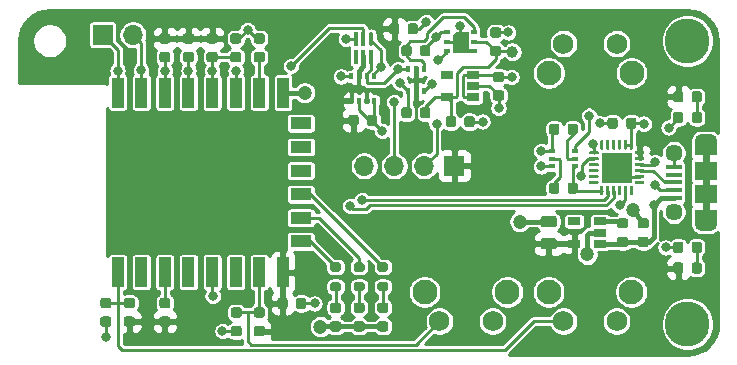
<source format=gbr>
G04 #@! TF.GenerationSoftware,KiCad,Pcbnew,5.1.9-73d0e3b20d~88~ubuntu20.04.1*
G04 #@! TF.CreationDate,2021-01-09T21:31:29-06:00*
G04 #@! TF.ProjectId,pcb,7063622e-6b69-4636-9164-5f7063625858,rev?*
G04 #@! TF.SameCoordinates,Original*
G04 #@! TF.FileFunction,Copper,L1,Top*
G04 #@! TF.FilePolarity,Positive*
%FSLAX46Y46*%
G04 Gerber Fmt 4.6, Leading zero omitted, Abs format (unit mm)*
G04 Created by KiCad (PCBNEW 5.1.9-73d0e3b20d~88~ubuntu20.04.1) date 2021-01-09 21:31:29*
%MOMM*%
%LPD*%
G01*
G04 APERTURE LIST*
G04 #@! TA.AperFunction,EtchedComponent*
%ADD10C,0.000100*%
G04 #@! TD*
G04 #@! TA.AperFunction,SMDPad,CuDef*
%ADD11R,0.350000X1.200000*%
G04 #@! TD*
G04 #@! TA.AperFunction,SMDPad,CuDef*
%ADD12O,0.350000X1.200000*%
G04 #@! TD*
G04 #@! TA.AperFunction,SMDPad,CuDef*
%ADD13R,0.350000X0.500000*%
G04 #@! TD*
G04 #@! TA.AperFunction,SMDPad,CuDef*
%ADD14R,0.550000X0.400000*%
G04 #@! TD*
G04 #@! TA.AperFunction,SMDPad,CuDef*
%ADD15R,0.304800X0.609600*%
G04 #@! TD*
G04 #@! TA.AperFunction,ComponentPad*
%ADD16O,1.700000X1.700000*%
G04 #@! TD*
G04 #@! TA.AperFunction,ComponentPad*
%ADD17R,1.700000X1.700000*%
G04 #@! TD*
G04 #@! TA.AperFunction,SMDPad,CuDef*
%ADD18R,0.420000X0.600000*%
G04 #@! TD*
G04 #@! TA.AperFunction,SMDPad,CuDef*
%ADD19R,0.600000X0.420000*%
G04 #@! TD*
G04 #@! TA.AperFunction,SMDPad,CuDef*
%ADD20R,1.060000X0.650000*%
G04 #@! TD*
G04 #@! TA.AperFunction,ComponentPad*
%ADD21C,2.100000*%
G04 #@! TD*
G04 #@! TA.AperFunction,ComponentPad*
%ADD22C,1.750000*%
G04 #@! TD*
G04 #@! TA.AperFunction,SMDPad,CuDef*
%ADD23R,2.600000X2.600000*%
G04 #@! TD*
G04 #@! TA.AperFunction,ComponentPad*
%ADD24C,3.800000*%
G04 #@! TD*
G04 #@! TA.AperFunction,SMDPad,CuDef*
%ADD25R,1.900000X1.200000*%
G04 #@! TD*
G04 #@! TA.AperFunction,ComponentPad*
%ADD26O,1.900000X1.200000*%
G04 #@! TD*
G04 #@! TA.AperFunction,SMDPad,CuDef*
%ADD27R,1.900000X1.500000*%
G04 #@! TD*
G04 #@! TA.AperFunction,ComponentPad*
%ADD28C,1.450000*%
G04 #@! TD*
G04 #@! TA.AperFunction,SMDPad,CuDef*
%ADD29R,1.350000X0.400000*%
G04 #@! TD*
G04 #@! TA.AperFunction,SMDPad,CuDef*
%ADD30R,1.000000X2.500000*%
G04 #@! TD*
G04 #@! TA.AperFunction,SMDPad,CuDef*
%ADD31R,1.800000X1.000000*%
G04 #@! TD*
G04 #@! TA.AperFunction,ViaPad*
%ADD32C,0.800000*%
G04 #@! TD*
G04 #@! TA.AperFunction,ViaPad*
%ADD33C,1.200000*%
G04 #@! TD*
G04 #@! TA.AperFunction,ViaPad*
%ADD34C,1.000000*%
G04 #@! TD*
G04 #@! TA.AperFunction,Conductor*
%ADD35C,0.250000*%
G04 #@! TD*
G04 #@! TA.AperFunction,Conductor*
%ADD36C,0.400000*%
G04 #@! TD*
G04 #@! TA.AperFunction,Conductor*
%ADD37C,0.600000*%
G04 #@! TD*
G04 #@! TA.AperFunction,Conductor*
%ADD38C,0.450000*%
G04 #@! TD*
G04 #@! TA.AperFunction,Conductor*
%ADD39C,0.254000*%
G04 #@! TD*
G04 #@! TA.AperFunction,Conductor*
%ADD40C,0.100000*%
G04 #@! TD*
G04 APERTURE END LIST*
D10*
G36*
X77125000Y-58950000D02*
G01*
X78375000Y-58950000D01*
X78375000Y-57250000D01*
X77400000Y-57250000D01*
X77125000Y-57525000D01*
X77125000Y-58950000D01*
G37*
X77125000Y-58950000D02*
X78375000Y-58950000D01*
X78375000Y-57250000D01*
X77400000Y-57250000D01*
X77125000Y-57525000D01*
X77125000Y-58950000D01*
D11*
X70200000Y-59350000D03*
X69550000Y-59350000D03*
X68900000Y-59350000D03*
X68900000Y-57850000D03*
X69550000Y-57850000D03*
D12*
X70200000Y-57850000D03*
D13*
X68525000Y-63074999D03*
X69175000Y-63074999D03*
X69825000Y-63074999D03*
X70475000Y-63074999D03*
X70475000Y-61025000D03*
X69825000Y-61025000D03*
X69175000Y-61025000D03*
X68525000Y-61025000D03*
G04 #@! TA.AperFunction,SMDPad,CuDef*
G36*
G01*
X67456250Y-81050000D02*
X66943750Y-81050000D01*
G75*
G02*
X66725000Y-80831250I0J218750D01*
G01*
X66725000Y-80393750D01*
G75*
G02*
X66943750Y-80175000I218750J0D01*
G01*
X67456250Y-80175000D01*
G75*
G02*
X67675000Y-80393750I0J-218750D01*
G01*
X67675000Y-80831250D01*
G75*
G02*
X67456250Y-81050000I-218750J0D01*
G01*
G37*
G04 #@! TD.AperFunction*
G04 #@! TA.AperFunction,SMDPad,CuDef*
G36*
G01*
X67456250Y-82625000D02*
X66943750Y-82625000D01*
G75*
G02*
X66725000Y-82406250I0J218750D01*
G01*
X66725000Y-81968750D01*
G75*
G02*
X66943750Y-81750000I218750J0D01*
G01*
X67456250Y-81750000D01*
G75*
G02*
X67675000Y-81968750I0J-218750D01*
G01*
X67675000Y-82406250D01*
G75*
G02*
X67456250Y-82625000I-218750J0D01*
G01*
G37*
G04 #@! TD.AperFunction*
G04 #@! TA.AperFunction,SMDPad,CuDef*
G36*
G01*
X69456250Y-81050000D02*
X68943750Y-81050000D01*
G75*
G02*
X68725000Y-80831250I0J218750D01*
G01*
X68725000Y-80393750D01*
G75*
G02*
X68943750Y-80175000I218750J0D01*
G01*
X69456250Y-80175000D01*
G75*
G02*
X69675000Y-80393750I0J-218750D01*
G01*
X69675000Y-80831250D01*
G75*
G02*
X69456250Y-81050000I-218750J0D01*
G01*
G37*
G04 #@! TD.AperFunction*
G04 #@! TA.AperFunction,SMDPad,CuDef*
G36*
G01*
X69456250Y-82625000D02*
X68943750Y-82625000D01*
G75*
G02*
X68725000Y-82406250I0J218750D01*
G01*
X68725000Y-81968750D01*
G75*
G02*
X68943750Y-81750000I218750J0D01*
G01*
X69456250Y-81750000D01*
G75*
G02*
X69675000Y-81968750I0J-218750D01*
G01*
X69675000Y-82406250D01*
G75*
G02*
X69456250Y-82625000I-218750J0D01*
G01*
G37*
G04 #@! TD.AperFunction*
G04 #@! TA.AperFunction,SMDPad,CuDef*
G36*
G01*
X71456250Y-81050000D02*
X70943750Y-81050000D01*
G75*
G02*
X70725000Y-80831250I0J218750D01*
G01*
X70725000Y-80393750D01*
G75*
G02*
X70943750Y-80175000I218750J0D01*
G01*
X71456250Y-80175000D01*
G75*
G02*
X71675000Y-80393750I0J-218750D01*
G01*
X71675000Y-80831250D01*
G75*
G02*
X71456250Y-81050000I-218750J0D01*
G01*
G37*
G04 #@! TD.AperFunction*
G04 #@! TA.AperFunction,SMDPad,CuDef*
G36*
G01*
X71456250Y-82625000D02*
X70943750Y-82625000D01*
G75*
G02*
X70725000Y-82406250I0J218750D01*
G01*
X70725000Y-81968750D01*
G75*
G02*
X70943750Y-81750000I218750J0D01*
G01*
X71456250Y-81750000D01*
G75*
G02*
X71675000Y-81968750I0J-218750D01*
G01*
X71675000Y-82406250D01*
G75*
G02*
X71456250Y-82625000I-218750J0D01*
G01*
G37*
G04 #@! TD.AperFunction*
G04 #@! TA.AperFunction,SMDPad,CuDef*
G36*
G01*
X67475000Y-77575000D02*
X66925000Y-77575000D01*
G75*
G02*
X66725000Y-77375000I0J200000D01*
G01*
X66725000Y-76975000D01*
G75*
G02*
X66925000Y-76775000I200000J0D01*
G01*
X67475000Y-76775000D01*
G75*
G02*
X67675000Y-76975000I0J-200000D01*
G01*
X67675000Y-77375000D01*
G75*
G02*
X67475000Y-77575000I-200000J0D01*
G01*
G37*
G04 #@! TD.AperFunction*
G04 #@! TA.AperFunction,SMDPad,CuDef*
G36*
G01*
X67475000Y-79225000D02*
X66925000Y-79225000D01*
G75*
G02*
X66725000Y-79025000I0J200000D01*
G01*
X66725000Y-78625000D01*
G75*
G02*
X66925000Y-78425000I200000J0D01*
G01*
X67475000Y-78425000D01*
G75*
G02*
X67675000Y-78625000I0J-200000D01*
G01*
X67675000Y-79025000D01*
G75*
G02*
X67475000Y-79225000I-200000J0D01*
G01*
G37*
G04 #@! TD.AperFunction*
G04 #@! TA.AperFunction,SMDPad,CuDef*
G36*
G01*
X69475000Y-77575000D02*
X68925000Y-77575000D01*
G75*
G02*
X68725000Y-77375000I0J200000D01*
G01*
X68725000Y-76975000D01*
G75*
G02*
X68925000Y-76775000I200000J0D01*
G01*
X69475000Y-76775000D01*
G75*
G02*
X69675000Y-76975000I0J-200000D01*
G01*
X69675000Y-77375000D01*
G75*
G02*
X69475000Y-77575000I-200000J0D01*
G01*
G37*
G04 #@! TD.AperFunction*
G04 #@! TA.AperFunction,SMDPad,CuDef*
G36*
G01*
X69475000Y-79225000D02*
X68925000Y-79225000D01*
G75*
G02*
X68725000Y-79025000I0J200000D01*
G01*
X68725000Y-78625000D01*
G75*
G02*
X68925000Y-78425000I200000J0D01*
G01*
X69475000Y-78425000D01*
G75*
G02*
X69675000Y-78625000I0J-200000D01*
G01*
X69675000Y-79025000D01*
G75*
G02*
X69475000Y-79225000I-200000J0D01*
G01*
G37*
G04 #@! TD.AperFunction*
G04 #@! TA.AperFunction,SMDPad,CuDef*
G36*
G01*
X71475000Y-77575000D02*
X70925000Y-77575000D01*
G75*
G02*
X70725000Y-77375000I0J200000D01*
G01*
X70725000Y-76975000D01*
G75*
G02*
X70925000Y-76775000I200000J0D01*
G01*
X71475000Y-76775000D01*
G75*
G02*
X71675000Y-76975000I0J-200000D01*
G01*
X71675000Y-77375000D01*
G75*
G02*
X71475000Y-77575000I-200000J0D01*
G01*
G37*
G04 #@! TD.AperFunction*
G04 #@! TA.AperFunction,SMDPad,CuDef*
G36*
G01*
X71475000Y-79225000D02*
X70925000Y-79225000D01*
G75*
G02*
X70725000Y-79025000I0J200000D01*
G01*
X70725000Y-78625000D01*
G75*
G02*
X70925000Y-78425000I200000J0D01*
G01*
X71475000Y-78425000D01*
G75*
G02*
X71675000Y-78625000I0J-200000D01*
G01*
X71675000Y-79025000D01*
G75*
G02*
X71475000Y-79225000I-200000J0D01*
G01*
G37*
G04 #@! TD.AperFunction*
D14*
X78900000Y-58100000D03*
X78900000Y-57300000D03*
X78900000Y-58900000D03*
X76600000Y-58900000D03*
X76600000Y-58100000D03*
X76600000Y-57300000D03*
D15*
X77750000Y-58100000D03*
D16*
X50040000Y-57500000D03*
D17*
X47500000Y-57500000D03*
G04 #@! TA.AperFunction,SMDPad,CuDef*
G36*
G01*
X61006250Y-81450000D02*
X60493750Y-81450000D01*
G75*
G02*
X60275000Y-81231250I0J218750D01*
G01*
X60275000Y-80793750D01*
G75*
G02*
X60493750Y-80575000I218750J0D01*
G01*
X61006250Y-80575000D01*
G75*
G02*
X61225000Y-80793750I0J-218750D01*
G01*
X61225000Y-81231250D01*
G75*
G02*
X61006250Y-81450000I-218750J0D01*
G01*
G37*
G04 #@! TD.AperFunction*
G04 #@! TA.AperFunction,SMDPad,CuDef*
G36*
G01*
X61006250Y-83025000D02*
X60493750Y-83025000D01*
G75*
G02*
X60275000Y-82806250I0J218750D01*
G01*
X60275000Y-82368750D01*
G75*
G02*
X60493750Y-82150000I218750J0D01*
G01*
X61006250Y-82150000D01*
G75*
G02*
X61225000Y-82368750I0J-218750D01*
G01*
X61225000Y-82806250D01*
G75*
G02*
X61006250Y-83025000I-218750J0D01*
G01*
G37*
G04 #@! TD.AperFunction*
G04 #@! TA.AperFunction,SMDPad,CuDef*
G36*
G01*
X80743750Y-62200000D02*
X81256250Y-62200000D01*
G75*
G02*
X81475000Y-62418750I0J-218750D01*
G01*
X81475000Y-62856250D01*
G75*
G02*
X81256250Y-63075000I-218750J0D01*
G01*
X80743750Y-63075000D01*
G75*
G02*
X80525000Y-62856250I0J218750D01*
G01*
X80525000Y-62418750D01*
G75*
G02*
X80743750Y-62200000I218750J0D01*
G01*
G37*
G04 #@! TD.AperFunction*
G04 #@! TA.AperFunction,SMDPad,CuDef*
G36*
G01*
X80743750Y-60625000D02*
X81256250Y-60625000D01*
G75*
G02*
X81475000Y-60843750I0J-218750D01*
G01*
X81475000Y-61281250D01*
G75*
G02*
X81256250Y-61500000I-218750J0D01*
G01*
X80743750Y-61500000D01*
G75*
G02*
X80525000Y-61281250I0J218750D01*
G01*
X80525000Y-60843750D01*
G75*
G02*
X80743750Y-60625000I218750J0D01*
G01*
G37*
G04 #@! TD.AperFunction*
G04 #@! TA.AperFunction,SMDPad,CuDef*
G36*
G01*
X54493750Y-58950000D02*
X55006250Y-58950000D01*
G75*
G02*
X55225000Y-59168750I0J-218750D01*
G01*
X55225000Y-59606250D01*
G75*
G02*
X55006250Y-59825000I-218750J0D01*
G01*
X54493750Y-59825000D01*
G75*
G02*
X54275000Y-59606250I0J218750D01*
G01*
X54275000Y-59168750D01*
G75*
G02*
X54493750Y-58950000I218750J0D01*
G01*
G37*
G04 #@! TD.AperFunction*
G04 #@! TA.AperFunction,SMDPad,CuDef*
G36*
G01*
X54493750Y-57375000D02*
X55006250Y-57375000D01*
G75*
G02*
X55225000Y-57593750I0J-218750D01*
G01*
X55225000Y-58031250D01*
G75*
G02*
X55006250Y-58250000I-218750J0D01*
G01*
X54493750Y-58250000D01*
G75*
G02*
X54275000Y-58031250I0J218750D01*
G01*
X54275000Y-57593750D01*
G75*
G02*
X54493750Y-57375000I218750J0D01*
G01*
G37*
G04 #@! TD.AperFunction*
G04 #@! TA.AperFunction,SMDPad,CuDef*
G36*
G01*
X52493750Y-58950000D02*
X53006250Y-58950000D01*
G75*
G02*
X53225000Y-59168750I0J-218750D01*
G01*
X53225000Y-59606250D01*
G75*
G02*
X53006250Y-59825000I-218750J0D01*
G01*
X52493750Y-59825000D01*
G75*
G02*
X52275000Y-59606250I0J218750D01*
G01*
X52275000Y-59168750D01*
G75*
G02*
X52493750Y-58950000I218750J0D01*
G01*
G37*
G04 #@! TD.AperFunction*
G04 #@! TA.AperFunction,SMDPad,CuDef*
G36*
G01*
X52493750Y-57375000D02*
X53006250Y-57375000D01*
G75*
G02*
X53225000Y-57593750I0J-218750D01*
G01*
X53225000Y-58031250D01*
G75*
G02*
X53006250Y-58250000I-218750J0D01*
G01*
X52493750Y-58250000D01*
G75*
G02*
X52275000Y-58031250I0J218750D01*
G01*
X52275000Y-57593750D01*
G75*
G02*
X52493750Y-57375000I218750J0D01*
G01*
G37*
G04 #@! TD.AperFunction*
G04 #@! TA.AperFunction,SMDPad,CuDef*
G36*
G01*
X73650000Y-58593750D02*
X73650000Y-59106250D01*
G75*
G02*
X73431250Y-59325000I-218750J0D01*
G01*
X72993750Y-59325000D01*
G75*
G02*
X72775000Y-59106250I0J218750D01*
G01*
X72775000Y-58593750D01*
G75*
G02*
X72993750Y-58375000I218750J0D01*
G01*
X73431250Y-58375000D01*
G75*
G02*
X73650000Y-58593750I0J-218750D01*
G01*
G37*
G04 #@! TD.AperFunction*
G04 #@! TA.AperFunction,SMDPad,CuDef*
G36*
G01*
X75225000Y-58593750D02*
X75225000Y-59106250D01*
G75*
G02*
X75006250Y-59325000I-218750J0D01*
G01*
X74568750Y-59325000D01*
G75*
G02*
X74350000Y-59106250I0J218750D01*
G01*
X74350000Y-58593750D01*
G75*
G02*
X74568750Y-58375000I218750J0D01*
G01*
X75006250Y-58375000D01*
G75*
G02*
X75225000Y-58593750I0J-218750D01*
G01*
G37*
G04 #@! TD.AperFunction*
G04 #@! TA.AperFunction,SMDPad,CuDef*
G36*
G01*
X73650000Y-63843750D02*
X73650000Y-64356250D01*
G75*
G02*
X73431250Y-64575000I-218750J0D01*
G01*
X72993750Y-64575000D01*
G75*
G02*
X72775000Y-64356250I0J218750D01*
G01*
X72775000Y-63843750D01*
G75*
G02*
X72993750Y-63625000I218750J0D01*
G01*
X73431250Y-63625000D01*
G75*
G02*
X73650000Y-63843750I0J-218750D01*
G01*
G37*
G04 #@! TD.AperFunction*
G04 #@! TA.AperFunction,SMDPad,CuDef*
G36*
G01*
X75225000Y-63843750D02*
X75225000Y-64356250D01*
G75*
G02*
X75006250Y-64575000I-218750J0D01*
G01*
X74568750Y-64575000D01*
G75*
G02*
X74350000Y-64356250I0J218750D01*
G01*
X74350000Y-63843750D01*
G75*
G02*
X74568750Y-63625000I218750J0D01*
G01*
X75006250Y-63625000D01*
G75*
G02*
X75225000Y-63843750I0J-218750D01*
G01*
G37*
G04 #@! TD.AperFunction*
G04 #@! TA.AperFunction,SMDPad,CuDef*
G36*
G01*
X81006250Y-57750000D02*
X80493750Y-57750000D01*
G75*
G02*
X80275000Y-57531250I0J218750D01*
G01*
X80275000Y-57093750D01*
G75*
G02*
X80493750Y-56875000I218750J0D01*
G01*
X81006250Y-56875000D01*
G75*
G02*
X81225000Y-57093750I0J-218750D01*
G01*
X81225000Y-57531250D01*
G75*
G02*
X81006250Y-57750000I-218750J0D01*
G01*
G37*
G04 #@! TD.AperFunction*
G04 #@! TA.AperFunction,SMDPad,CuDef*
G36*
G01*
X81006250Y-59325000D02*
X80493750Y-59325000D01*
G75*
G02*
X80275000Y-59106250I0J218750D01*
G01*
X80275000Y-58668750D01*
G75*
G02*
X80493750Y-58450000I218750J0D01*
G01*
X81006250Y-58450000D01*
G75*
G02*
X81225000Y-58668750I0J-218750D01*
G01*
X81225000Y-59106250D01*
G75*
G02*
X81006250Y-59325000I-218750J0D01*
G01*
G37*
G04 #@! TD.AperFunction*
G04 #@! TA.AperFunction,SMDPad,CuDef*
G36*
G01*
X73300000Y-57256250D02*
X73300000Y-56743750D01*
G75*
G02*
X73518750Y-56525000I218750J0D01*
G01*
X73956250Y-56525000D01*
G75*
G02*
X74175000Y-56743750I0J-218750D01*
G01*
X74175000Y-57256250D01*
G75*
G02*
X73956250Y-57475000I-218750J0D01*
G01*
X73518750Y-57475000D01*
G75*
G02*
X73300000Y-57256250I0J218750D01*
G01*
G37*
G04 #@! TD.AperFunction*
G04 #@! TA.AperFunction,SMDPad,CuDef*
G36*
G01*
X71725000Y-57256250D02*
X71725000Y-56743750D01*
G75*
G02*
X71943750Y-56525000I218750J0D01*
G01*
X72381250Y-56525000D01*
G75*
G02*
X72600000Y-56743750I0J-218750D01*
G01*
X72600000Y-57256250D01*
G75*
G02*
X72381250Y-57475000I-218750J0D01*
G01*
X71943750Y-57475000D01*
G75*
G02*
X71725000Y-57256250I0J218750D01*
G01*
G37*
G04 #@! TD.AperFunction*
G04 #@! TA.AperFunction,SMDPad,CuDef*
G36*
G01*
X69850000Y-65006250D02*
X69850000Y-64493750D01*
G75*
G02*
X70068750Y-64275000I218750J0D01*
G01*
X70506250Y-64275000D01*
G75*
G02*
X70725000Y-64493750I0J-218750D01*
G01*
X70725000Y-65006250D01*
G75*
G02*
X70506250Y-65225000I-218750J0D01*
G01*
X70068750Y-65225000D01*
G75*
G02*
X69850000Y-65006250I0J218750D01*
G01*
G37*
G04 #@! TD.AperFunction*
G04 #@! TA.AperFunction,SMDPad,CuDef*
G36*
G01*
X68275000Y-65006250D02*
X68275000Y-64493750D01*
G75*
G02*
X68493750Y-64275000I218750J0D01*
G01*
X68931250Y-64275000D01*
G75*
G02*
X69150000Y-64493750I0J-218750D01*
G01*
X69150000Y-65006250D01*
G75*
G02*
X68931250Y-65225000I-218750J0D01*
G01*
X68493750Y-65225000D01*
G75*
G02*
X68275000Y-65006250I0J218750D01*
G01*
G37*
G04 #@! TD.AperFunction*
G04 #@! TA.AperFunction,SMDPad,CuDef*
G36*
G01*
X61006250Y-58250000D02*
X60493750Y-58250000D01*
G75*
G02*
X60275000Y-58031250I0J218750D01*
G01*
X60275000Y-57593750D01*
G75*
G02*
X60493750Y-57375000I218750J0D01*
G01*
X61006250Y-57375000D01*
G75*
G02*
X61225000Y-57593750I0J-218750D01*
G01*
X61225000Y-58031250D01*
G75*
G02*
X61006250Y-58250000I-218750J0D01*
G01*
G37*
G04 #@! TD.AperFunction*
G04 #@! TA.AperFunction,SMDPad,CuDef*
G36*
G01*
X61006250Y-59825000D02*
X60493750Y-59825000D01*
G75*
G02*
X60275000Y-59606250I0J218750D01*
G01*
X60275000Y-59168750D01*
G75*
G02*
X60493750Y-58950000I218750J0D01*
G01*
X61006250Y-58950000D01*
G75*
G02*
X61225000Y-59168750I0J-218750D01*
G01*
X61225000Y-59606250D01*
G75*
G02*
X61006250Y-59825000I-218750J0D01*
G01*
G37*
G04 #@! TD.AperFunction*
G04 #@! TA.AperFunction,SMDPad,CuDef*
G36*
G01*
X56493750Y-58950000D02*
X57006250Y-58950000D01*
G75*
G02*
X57225000Y-59168750I0J-218750D01*
G01*
X57225000Y-59606250D01*
G75*
G02*
X57006250Y-59825000I-218750J0D01*
G01*
X56493750Y-59825000D01*
G75*
G02*
X56275000Y-59606250I0J218750D01*
G01*
X56275000Y-59168750D01*
G75*
G02*
X56493750Y-58950000I218750J0D01*
G01*
G37*
G04 #@! TD.AperFunction*
G04 #@! TA.AperFunction,SMDPad,CuDef*
G36*
G01*
X56493750Y-57375000D02*
X57006250Y-57375000D01*
G75*
G02*
X57225000Y-57593750I0J-218750D01*
G01*
X57225000Y-58031250D01*
G75*
G02*
X57006250Y-58250000I-218750J0D01*
G01*
X56493750Y-58250000D01*
G75*
G02*
X56275000Y-58031250I0J218750D01*
G01*
X56275000Y-57593750D01*
G75*
G02*
X56493750Y-57375000I218750J0D01*
G01*
G37*
G04 #@! TD.AperFunction*
G04 #@! TA.AperFunction,SMDPad,CuDef*
G36*
G01*
X53006250Y-80650000D02*
X52493750Y-80650000D01*
G75*
G02*
X52275000Y-80431250I0J218750D01*
G01*
X52275000Y-79993750D01*
G75*
G02*
X52493750Y-79775000I218750J0D01*
G01*
X53006250Y-79775000D01*
G75*
G02*
X53225000Y-79993750I0J-218750D01*
G01*
X53225000Y-80431250D01*
G75*
G02*
X53006250Y-80650000I-218750J0D01*
G01*
G37*
G04 #@! TD.AperFunction*
G04 #@! TA.AperFunction,SMDPad,CuDef*
G36*
G01*
X53006250Y-82225000D02*
X52493750Y-82225000D01*
G75*
G02*
X52275000Y-82006250I0J218750D01*
G01*
X52275000Y-81568750D01*
G75*
G02*
X52493750Y-81350000I218750J0D01*
G01*
X53006250Y-81350000D01*
G75*
G02*
X53225000Y-81568750I0J-218750D01*
G01*
X53225000Y-82006250D01*
G75*
G02*
X53006250Y-82225000I-218750J0D01*
G01*
G37*
G04 #@! TD.AperFunction*
G04 #@! TA.AperFunction,SMDPad,CuDef*
G36*
G01*
X50006250Y-80650000D02*
X49493750Y-80650000D01*
G75*
G02*
X49275000Y-80431250I0J218750D01*
G01*
X49275000Y-79993750D01*
G75*
G02*
X49493750Y-79775000I218750J0D01*
G01*
X50006250Y-79775000D01*
G75*
G02*
X50225000Y-79993750I0J-218750D01*
G01*
X50225000Y-80431250D01*
G75*
G02*
X50006250Y-80650000I-218750J0D01*
G01*
G37*
G04 #@! TD.AperFunction*
G04 #@! TA.AperFunction,SMDPad,CuDef*
G36*
G01*
X50006250Y-82225000D02*
X49493750Y-82225000D01*
G75*
G02*
X49275000Y-82006250I0J218750D01*
G01*
X49275000Y-81568750D01*
G75*
G02*
X49493750Y-81350000I218750J0D01*
G01*
X50006250Y-81350000D01*
G75*
G02*
X50225000Y-81568750I0J-218750D01*
G01*
X50225000Y-82006250D01*
G75*
G02*
X50006250Y-82225000I-218750J0D01*
G01*
G37*
G04 #@! TD.AperFunction*
G04 #@! TA.AperFunction,SMDPad,CuDef*
G36*
G01*
X63850000Y-80506250D02*
X63850000Y-79993750D01*
G75*
G02*
X64068750Y-79775000I218750J0D01*
G01*
X64506250Y-79775000D01*
G75*
G02*
X64725000Y-79993750I0J-218750D01*
G01*
X64725000Y-80506250D01*
G75*
G02*
X64506250Y-80725000I-218750J0D01*
G01*
X64068750Y-80725000D01*
G75*
G02*
X63850000Y-80506250I0J218750D01*
G01*
G37*
G04 #@! TD.AperFunction*
G04 #@! TA.AperFunction,SMDPad,CuDef*
G36*
G01*
X62275000Y-80506250D02*
X62275000Y-79993750D01*
G75*
G02*
X62493750Y-79775000I218750J0D01*
G01*
X62931250Y-79775000D01*
G75*
G02*
X63150000Y-79993750I0J-218750D01*
G01*
X63150000Y-80506250D01*
G75*
G02*
X62931250Y-80725000I-218750J0D01*
G01*
X62493750Y-80725000D01*
G75*
G02*
X62275000Y-80506250I0J218750D01*
G01*
G37*
G04 #@! TD.AperFunction*
G04 #@! TA.AperFunction,SMDPad,CuDef*
G36*
G01*
X96650000Y-75243750D02*
X96650000Y-75756250D01*
G75*
G02*
X96431250Y-75975000I-218750J0D01*
G01*
X95993750Y-75975000D01*
G75*
G02*
X95775000Y-75756250I0J218750D01*
G01*
X95775000Y-75243750D01*
G75*
G02*
X95993750Y-75025000I218750J0D01*
G01*
X96431250Y-75025000D01*
G75*
G02*
X96650000Y-75243750I0J-218750D01*
G01*
G37*
G04 #@! TD.AperFunction*
G04 #@! TA.AperFunction,SMDPad,CuDef*
G36*
G01*
X98225000Y-75243750D02*
X98225000Y-75756250D01*
G75*
G02*
X98006250Y-75975000I-218750J0D01*
G01*
X97568750Y-75975000D01*
G75*
G02*
X97350000Y-75756250I0J218750D01*
G01*
X97350000Y-75243750D01*
G75*
G02*
X97568750Y-75025000I218750J0D01*
G01*
X98006250Y-75025000D01*
G75*
G02*
X98225000Y-75243750I0J-218750D01*
G01*
G37*
G04 #@! TD.AperFunction*
G04 #@! TA.AperFunction,SMDPad,CuDef*
G36*
G01*
X96650000Y-64243750D02*
X96650000Y-64756250D01*
G75*
G02*
X96431250Y-64975000I-218750J0D01*
G01*
X95993750Y-64975000D01*
G75*
G02*
X95775000Y-64756250I0J218750D01*
G01*
X95775000Y-64243750D01*
G75*
G02*
X95993750Y-64025000I218750J0D01*
G01*
X96431250Y-64025000D01*
G75*
G02*
X96650000Y-64243750I0J-218750D01*
G01*
G37*
G04 #@! TD.AperFunction*
G04 #@! TA.AperFunction,SMDPad,CuDef*
G36*
G01*
X98225000Y-64243750D02*
X98225000Y-64756250D01*
G75*
G02*
X98006250Y-64975000I-218750J0D01*
G01*
X97568750Y-64975000D01*
G75*
G02*
X97350000Y-64756250I0J218750D01*
G01*
X97350000Y-64243750D01*
G75*
G02*
X97568750Y-64025000I218750J0D01*
G01*
X98006250Y-64025000D01*
G75*
G02*
X98225000Y-64243750I0J-218750D01*
G01*
G37*
G04 #@! TD.AperFunction*
G04 #@! TA.AperFunction,SMDPad,CuDef*
G36*
G01*
X96650000Y-76993750D02*
X96650000Y-77506250D01*
G75*
G02*
X96431250Y-77725000I-218750J0D01*
G01*
X95993750Y-77725000D01*
G75*
G02*
X95775000Y-77506250I0J218750D01*
G01*
X95775000Y-76993750D01*
G75*
G02*
X95993750Y-76775000I218750J0D01*
G01*
X96431250Y-76775000D01*
G75*
G02*
X96650000Y-76993750I0J-218750D01*
G01*
G37*
G04 #@! TD.AperFunction*
G04 #@! TA.AperFunction,SMDPad,CuDef*
G36*
G01*
X98225000Y-76993750D02*
X98225000Y-77506250D01*
G75*
G02*
X98006250Y-77725000I-218750J0D01*
G01*
X97568750Y-77725000D01*
G75*
G02*
X97350000Y-77506250I0J218750D01*
G01*
X97350000Y-76993750D01*
G75*
G02*
X97568750Y-76775000I218750J0D01*
G01*
X98006250Y-76775000D01*
G75*
G02*
X98225000Y-76993750I0J-218750D01*
G01*
G37*
G04 #@! TD.AperFunction*
G04 #@! TA.AperFunction,SMDPad,CuDef*
G36*
G01*
X96650000Y-62493750D02*
X96650000Y-63006250D01*
G75*
G02*
X96431250Y-63225000I-218750J0D01*
G01*
X95993750Y-63225000D01*
G75*
G02*
X95775000Y-63006250I0J218750D01*
G01*
X95775000Y-62493750D01*
G75*
G02*
X95993750Y-62275000I218750J0D01*
G01*
X96431250Y-62275000D01*
G75*
G02*
X96650000Y-62493750I0J-218750D01*
G01*
G37*
G04 #@! TD.AperFunction*
G04 #@! TA.AperFunction,SMDPad,CuDef*
G36*
G01*
X98225000Y-62493750D02*
X98225000Y-63006250D01*
G75*
G02*
X98006250Y-63225000I-218750J0D01*
G01*
X97568750Y-63225000D01*
G75*
G02*
X97350000Y-63006250I0J218750D01*
G01*
X97350000Y-62493750D01*
G75*
G02*
X97568750Y-62275000I218750J0D01*
G01*
X98006250Y-62275000D01*
G75*
G02*
X98225000Y-62493750I0J-218750D01*
G01*
G37*
G04 #@! TD.AperFunction*
D18*
X74650000Y-62300000D03*
X74000000Y-62300000D03*
X73350000Y-62300000D03*
X74650000Y-60400000D03*
X74000000Y-60400000D03*
X73350000Y-60400000D03*
D19*
X87450000Y-67350000D03*
X87450000Y-68000000D03*
X87450000Y-68650000D03*
X85550000Y-67350000D03*
X85550000Y-68000000D03*
X85550000Y-68650000D03*
D20*
X87400000Y-75200000D03*
X87400000Y-73300000D03*
X89600000Y-73300000D03*
X89600000Y-74250000D03*
X89600000Y-75200000D03*
D21*
X81750000Y-79260000D03*
D22*
X80500000Y-81750000D03*
X76000000Y-81750000D03*
D21*
X74740000Y-79260000D03*
D16*
X69630000Y-68600000D03*
X72170000Y-68600000D03*
X74710000Y-68600000D03*
D17*
X77250000Y-68600000D03*
G04 #@! TA.AperFunction,SMDPad,CuDef*
G36*
G01*
X59006250Y-58250000D02*
X58493750Y-58250000D01*
G75*
G02*
X58275000Y-58031250I0J218750D01*
G01*
X58275000Y-57593750D01*
G75*
G02*
X58493750Y-57375000I218750J0D01*
G01*
X59006250Y-57375000D01*
G75*
G02*
X59225000Y-57593750I0J-218750D01*
G01*
X59225000Y-58031250D01*
G75*
G02*
X59006250Y-58250000I-218750J0D01*
G01*
G37*
G04 #@! TD.AperFunction*
G04 #@! TA.AperFunction,SMDPad,CuDef*
G36*
G01*
X59006250Y-59825000D02*
X58493750Y-59825000D01*
G75*
G02*
X58275000Y-59606250I0J218750D01*
G01*
X58275000Y-59168750D01*
G75*
G02*
X58493750Y-58950000I218750J0D01*
G01*
X59006250Y-58950000D01*
G75*
G02*
X59225000Y-59168750I0J-218750D01*
G01*
X59225000Y-59606250D01*
G75*
G02*
X59006250Y-59825000I-218750J0D01*
G01*
G37*
G04 #@! TD.AperFunction*
D23*
X91000000Y-68750000D03*
G04 #@! TA.AperFunction,SMDPad,CuDef*
G36*
G01*
X92375000Y-70337500D02*
X92375000Y-71037500D01*
G75*
G02*
X92312500Y-71100000I-62500J0D01*
G01*
X92187500Y-71100000D01*
G75*
G02*
X92125000Y-71037500I0J62500D01*
G01*
X92125000Y-70337500D01*
G75*
G02*
X92187500Y-70275000I62500J0D01*
G01*
X92312500Y-70275000D01*
G75*
G02*
X92375000Y-70337500I0J-62500D01*
G01*
G37*
G04 #@! TD.AperFunction*
G04 #@! TA.AperFunction,SMDPad,CuDef*
G36*
G01*
X91875000Y-70337500D02*
X91875000Y-71037500D01*
G75*
G02*
X91812500Y-71100000I-62500J0D01*
G01*
X91687500Y-71100000D01*
G75*
G02*
X91625000Y-71037500I0J62500D01*
G01*
X91625000Y-70337500D01*
G75*
G02*
X91687500Y-70275000I62500J0D01*
G01*
X91812500Y-70275000D01*
G75*
G02*
X91875000Y-70337500I0J-62500D01*
G01*
G37*
G04 #@! TD.AperFunction*
G04 #@! TA.AperFunction,SMDPad,CuDef*
G36*
G01*
X91375000Y-70337500D02*
X91375000Y-71037500D01*
G75*
G02*
X91312500Y-71100000I-62500J0D01*
G01*
X91187500Y-71100000D01*
G75*
G02*
X91125000Y-71037500I0J62500D01*
G01*
X91125000Y-70337500D01*
G75*
G02*
X91187500Y-70275000I62500J0D01*
G01*
X91312500Y-70275000D01*
G75*
G02*
X91375000Y-70337500I0J-62500D01*
G01*
G37*
G04 #@! TD.AperFunction*
G04 #@! TA.AperFunction,SMDPad,CuDef*
G36*
G01*
X90875000Y-70337500D02*
X90875000Y-71037500D01*
G75*
G02*
X90812500Y-71100000I-62500J0D01*
G01*
X90687500Y-71100000D01*
G75*
G02*
X90625000Y-71037500I0J62500D01*
G01*
X90625000Y-70337500D01*
G75*
G02*
X90687500Y-70275000I62500J0D01*
G01*
X90812500Y-70275000D01*
G75*
G02*
X90875000Y-70337500I0J-62500D01*
G01*
G37*
G04 #@! TD.AperFunction*
G04 #@! TA.AperFunction,SMDPad,CuDef*
G36*
G01*
X90375000Y-70337500D02*
X90375000Y-71037500D01*
G75*
G02*
X90312500Y-71100000I-62500J0D01*
G01*
X90187500Y-71100000D01*
G75*
G02*
X90125000Y-71037500I0J62500D01*
G01*
X90125000Y-70337500D01*
G75*
G02*
X90187500Y-70275000I62500J0D01*
G01*
X90312500Y-70275000D01*
G75*
G02*
X90375000Y-70337500I0J-62500D01*
G01*
G37*
G04 #@! TD.AperFunction*
G04 #@! TA.AperFunction,SMDPad,CuDef*
G36*
G01*
X89875000Y-70337500D02*
X89875000Y-71037500D01*
G75*
G02*
X89812500Y-71100000I-62500J0D01*
G01*
X89687500Y-71100000D01*
G75*
G02*
X89625000Y-71037500I0J62500D01*
G01*
X89625000Y-70337500D01*
G75*
G02*
X89687500Y-70275000I62500J0D01*
G01*
X89812500Y-70275000D01*
G75*
G02*
X89875000Y-70337500I0J-62500D01*
G01*
G37*
G04 #@! TD.AperFunction*
G04 #@! TA.AperFunction,SMDPad,CuDef*
G36*
G01*
X89475000Y-69937500D02*
X89475000Y-70062500D01*
G75*
G02*
X89412500Y-70125000I-62500J0D01*
G01*
X88712500Y-70125000D01*
G75*
G02*
X88650000Y-70062500I0J62500D01*
G01*
X88650000Y-69937500D01*
G75*
G02*
X88712500Y-69875000I62500J0D01*
G01*
X89412500Y-69875000D01*
G75*
G02*
X89475000Y-69937500I0J-62500D01*
G01*
G37*
G04 #@! TD.AperFunction*
G04 #@! TA.AperFunction,SMDPad,CuDef*
G36*
G01*
X89475000Y-69437500D02*
X89475000Y-69562500D01*
G75*
G02*
X89412500Y-69625000I-62500J0D01*
G01*
X88712500Y-69625000D01*
G75*
G02*
X88650000Y-69562500I0J62500D01*
G01*
X88650000Y-69437500D01*
G75*
G02*
X88712500Y-69375000I62500J0D01*
G01*
X89412500Y-69375000D01*
G75*
G02*
X89475000Y-69437500I0J-62500D01*
G01*
G37*
G04 #@! TD.AperFunction*
G04 #@! TA.AperFunction,SMDPad,CuDef*
G36*
G01*
X89475000Y-68937500D02*
X89475000Y-69062500D01*
G75*
G02*
X89412500Y-69125000I-62500J0D01*
G01*
X88712500Y-69125000D01*
G75*
G02*
X88650000Y-69062500I0J62500D01*
G01*
X88650000Y-68937500D01*
G75*
G02*
X88712500Y-68875000I62500J0D01*
G01*
X89412500Y-68875000D01*
G75*
G02*
X89475000Y-68937500I0J-62500D01*
G01*
G37*
G04 #@! TD.AperFunction*
G04 #@! TA.AperFunction,SMDPad,CuDef*
G36*
G01*
X89475000Y-68437500D02*
X89475000Y-68562500D01*
G75*
G02*
X89412500Y-68625000I-62500J0D01*
G01*
X88712500Y-68625000D01*
G75*
G02*
X88650000Y-68562500I0J62500D01*
G01*
X88650000Y-68437500D01*
G75*
G02*
X88712500Y-68375000I62500J0D01*
G01*
X89412500Y-68375000D01*
G75*
G02*
X89475000Y-68437500I0J-62500D01*
G01*
G37*
G04 #@! TD.AperFunction*
G04 #@! TA.AperFunction,SMDPad,CuDef*
G36*
G01*
X89475000Y-67937500D02*
X89475000Y-68062500D01*
G75*
G02*
X89412500Y-68125000I-62500J0D01*
G01*
X88712500Y-68125000D01*
G75*
G02*
X88650000Y-68062500I0J62500D01*
G01*
X88650000Y-67937500D01*
G75*
G02*
X88712500Y-67875000I62500J0D01*
G01*
X89412500Y-67875000D01*
G75*
G02*
X89475000Y-67937500I0J-62500D01*
G01*
G37*
G04 #@! TD.AperFunction*
G04 #@! TA.AperFunction,SMDPad,CuDef*
G36*
G01*
X89475000Y-67437500D02*
X89475000Y-67562500D01*
G75*
G02*
X89412500Y-67625000I-62500J0D01*
G01*
X88712500Y-67625000D01*
G75*
G02*
X88650000Y-67562500I0J62500D01*
G01*
X88650000Y-67437500D01*
G75*
G02*
X88712500Y-67375000I62500J0D01*
G01*
X89412500Y-67375000D01*
G75*
G02*
X89475000Y-67437500I0J-62500D01*
G01*
G37*
G04 #@! TD.AperFunction*
G04 #@! TA.AperFunction,SMDPad,CuDef*
G36*
G01*
X89875000Y-66462500D02*
X89875000Y-67162500D01*
G75*
G02*
X89812500Y-67225000I-62500J0D01*
G01*
X89687500Y-67225000D01*
G75*
G02*
X89625000Y-67162500I0J62500D01*
G01*
X89625000Y-66462500D01*
G75*
G02*
X89687500Y-66400000I62500J0D01*
G01*
X89812500Y-66400000D01*
G75*
G02*
X89875000Y-66462500I0J-62500D01*
G01*
G37*
G04 #@! TD.AperFunction*
G04 #@! TA.AperFunction,SMDPad,CuDef*
G36*
G01*
X90375000Y-66462500D02*
X90375000Y-67162500D01*
G75*
G02*
X90312500Y-67225000I-62500J0D01*
G01*
X90187500Y-67225000D01*
G75*
G02*
X90125000Y-67162500I0J62500D01*
G01*
X90125000Y-66462500D01*
G75*
G02*
X90187500Y-66400000I62500J0D01*
G01*
X90312500Y-66400000D01*
G75*
G02*
X90375000Y-66462500I0J-62500D01*
G01*
G37*
G04 #@! TD.AperFunction*
G04 #@! TA.AperFunction,SMDPad,CuDef*
G36*
G01*
X90875000Y-66462500D02*
X90875000Y-67162500D01*
G75*
G02*
X90812500Y-67225000I-62500J0D01*
G01*
X90687500Y-67225000D01*
G75*
G02*
X90625000Y-67162500I0J62500D01*
G01*
X90625000Y-66462500D01*
G75*
G02*
X90687500Y-66400000I62500J0D01*
G01*
X90812500Y-66400000D01*
G75*
G02*
X90875000Y-66462500I0J-62500D01*
G01*
G37*
G04 #@! TD.AperFunction*
G04 #@! TA.AperFunction,SMDPad,CuDef*
G36*
G01*
X91375000Y-66462500D02*
X91375000Y-67162500D01*
G75*
G02*
X91312500Y-67225000I-62500J0D01*
G01*
X91187500Y-67225000D01*
G75*
G02*
X91125000Y-67162500I0J62500D01*
G01*
X91125000Y-66462500D01*
G75*
G02*
X91187500Y-66400000I62500J0D01*
G01*
X91312500Y-66400000D01*
G75*
G02*
X91375000Y-66462500I0J-62500D01*
G01*
G37*
G04 #@! TD.AperFunction*
G04 #@! TA.AperFunction,SMDPad,CuDef*
G36*
G01*
X91875000Y-66462500D02*
X91875000Y-67162500D01*
G75*
G02*
X91812500Y-67225000I-62500J0D01*
G01*
X91687500Y-67225000D01*
G75*
G02*
X91625000Y-67162500I0J62500D01*
G01*
X91625000Y-66462500D01*
G75*
G02*
X91687500Y-66400000I62500J0D01*
G01*
X91812500Y-66400000D01*
G75*
G02*
X91875000Y-66462500I0J-62500D01*
G01*
G37*
G04 #@! TD.AperFunction*
G04 #@! TA.AperFunction,SMDPad,CuDef*
G36*
G01*
X92375000Y-66462500D02*
X92375000Y-67162500D01*
G75*
G02*
X92312500Y-67225000I-62500J0D01*
G01*
X92187500Y-67225000D01*
G75*
G02*
X92125000Y-67162500I0J62500D01*
G01*
X92125000Y-66462500D01*
G75*
G02*
X92187500Y-66400000I62500J0D01*
G01*
X92312500Y-66400000D01*
G75*
G02*
X92375000Y-66462500I0J-62500D01*
G01*
G37*
G04 #@! TD.AperFunction*
G04 #@! TA.AperFunction,SMDPad,CuDef*
G36*
G01*
X93350000Y-67437500D02*
X93350000Y-67562500D01*
G75*
G02*
X93287500Y-67625000I-62500J0D01*
G01*
X92587500Y-67625000D01*
G75*
G02*
X92525000Y-67562500I0J62500D01*
G01*
X92525000Y-67437500D01*
G75*
G02*
X92587500Y-67375000I62500J0D01*
G01*
X93287500Y-67375000D01*
G75*
G02*
X93350000Y-67437500I0J-62500D01*
G01*
G37*
G04 #@! TD.AperFunction*
G04 #@! TA.AperFunction,SMDPad,CuDef*
G36*
G01*
X93350000Y-67937500D02*
X93350000Y-68062500D01*
G75*
G02*
X93287500Y-68125000I-62500J0D01*
G01*
X92587500Y-68125000D01*
G75*
G02*
X92525000Y-68062500I0J62500D01*
G01*
X92525000Y-67937500D01*
G75*
G02*
X92587500Y-67875000I62500J0D01*
G01*
X93287500Y-67875000D01*
G75*
G02*
X93350000Y-67937500I0J-62500D01*
G01*
G37*
G04 #@! TD.AperFunction*
G04 #@! TA.AperFunction,SMDPad,CuDef*
G36*
G01*
X93350000Y-68437500D02*
X93350000Y-68562500D01*
G75*
G02*
X93287500Y-68625000I-62500J0D01*
G01*
X92587500Y-68625000D01*
G75*
G02*
X92525000Y-68562500I0J62500D01*
G01*
X92525000Y-68437500D01*
G75*
G02*
X92587500Y-68375000I62500J0D01*
G01*
X93287500Y-68375000D01*
G75*
G02*
X93350000Y-68437500I0J-62500D01*
G01*
G37*
G04 #@! TD.AperFunction*
G04 #@! TA.AperFunction,SMDPad,CuDef*
G36*
G01*
X93350000Y-68937500D02*
X93350000Y-69062500D01*
G75*
G02*
X93287500Y-69125000I-62500J0D01*
G01*
X92587500Y-69125000D01*
G75*
G02*
X92525000Y-69062500I0J62500D01*
G01*
X92525000Y-68937500D01*
G75*
G02*
X92587500Y-68875000I62500J0D01*
G01*
X93287500Y-68875000D01*
G75*
G02*
X93350000Y-68937500I0J-62500D01*
G01*
G37*
G04 #@! TD.AperFunction*
G04 #@! TA.AperFunction,SMDPad,CuDef*
G36*
G01*
X93350000Y-69437500D02*
X93350000Y-69562500D01*
G75*
G02*
X93287500Y-69625000I-62500J0D01*
G01*
X92587500Y-69625000D01*
G75*
G02*
X92525000Y-69562500I0J62500D01*
G01*
X92525000Y-69437500D01*
G75*
G02*
X92587500Y-69375000I62500J0D01*
G01*
X93287500Y-69375000D01*
G75*
G02*
X93350000Y-69437500I0J-62500D01*
G01*
G37*
G04 #@! TD.AperFunction*
G04 #@! TA.AperFunction,SMDPad,CuDef*
G36*
G01*
X93350000Y-69937500D02*
X93350000Y-70062500D01*
G75*
G02*
X93287500Y-70125000I-62500J0D01*
G01*
X92587500Y-70125000D01*
G75*
G02*
X92525000Y-70062500I0J62500D01*
G01*
X92525000Y-69937500D01*
G75*
G02*
X92587500Y-69875000I62500J0D01*
G01*
X93287500Y-69875000D01*
G75*
G02*
X93350000Y-69937500I0J-62500D01*
G01*
G37*
G04 #@! TD.AperFunction*
D20*
X76650000Y-62800000D03*
X76650000Y-60900000D03*
X78850000Y-60900000D03*
X78850000Y-61850000D03*
X78850000Y-62800000D03*
G04 #@! TA.AperFunction,SMDPad,CuDef*
G36*
G01*
X86850000Y-70756250D02*
X86850000Y-70243750D01*
G75*
G02*
X87068750Y-70025000I218750J0D01*
G01*
X87506250Y-70025000D01*
G75*
G02*
X87725000Y-70243750I0J-218750D01*
G01*
X87725000Y-70756250D01*
G75*
G02*
X87506250Y-70975000I-218750J0D01*
G01*
X87068750Y-70975000D01*
G75*
G02*
X86850000Y-70756250I0J218750D01*
G01*
G37*
G04 #@! TD.AperFunction*
G04 #@! TA.AperFunction,SMDPad,CuDef*
G36*
G01*
X85275000Y-70756250D02*
X85275000Y-70243750D01*
G75*
G02*
X85493750Y-70025000I218750J0D01*
G01*
X85931250Y-70025000D01*
G75*
G02*
X86150000Y-70243750I0J-218750D01*
G01*
X86150000Y-70756250D01*
G75*
G02*
X85931250Y-70975000I-218750J0D01*
G01*
X85493750Y-70975000D01*
G75*
G02*
X85275000Y-70756250I0J218750D01*
G01*
G37*
G04 #@! TD.AperFunction*
G04 #@! TA.AperFunction,SMDPad,CuDef*
G36*
G01*
X86150000Y-65243750D02*
X86150000Y-65756250D01*
G75*
G02*
X85931250Y-65975000I-218750J0D01*
G01*
X85493750Y-65975000D01*
G75*
G02*
X85275000Y-65756250I0J218750D01*
G01*
X85275000Y-65243750D01*
G75*
G02*
X85493750Y-65025000I218750J0D01*
G01*
X85931250Y-65025000D01*
G75*
G02*
X86150000Y-65243750I0J-218750D01*
G01*
G37*
G04 #@! TD.AperFunction*
G04 #@! TA.AperFunction,SMDPad,CuDef*
G36*
G01*
X87725000Y-65243750D02*
X87725000Y-65756250D01*
G75*
G02*
X87506250Y-65975000I-218750J0D01*
G01*
X87068750Y-65975000D01*
G75*
G02*
X86850000Y-65756250I0J218750D01*
G01*
X86850000Y-65243750D01*
G75*
G02*
X87068750Y-65025000I218750J0D01*
G01*
X87506250Y-65025000D01*
G75*
G02*
X87725000Y-65243750I0J-218750D01*
G01*
G37*
G04 #@! TD.AperFunction*
G04 #@! TA.AperFunction,SMDPad,CuDef*
G36*
G01*
X91756250Y-73900000D02*
X91243750Y-73900000D01*
G75*
G02*
X91025000Y-73681250I0J218750D01*
G01*
X91025000Y-73243750D01*
G75*
G02*
X91243750Y-73025000I218750J0D01*
G01*
X91756250Y-73025000D01*
G75*
G02*
X91975000Y-73243750I0J-218750D01*
G01*
X91975000Y-73681250D01*
G75*
G02*
X91756250Y-73900000I-218750J0D01*
G01*
G37*
G04 #@! TD.AperFunction*
G04 #@! TA.AperFunction,SMDPad,CuDef*
G36*
G01*
X91756250Y-75475000D02*
X91243750Y-75475000D01*
G75*
G02*
X91025000Y-75256250I0J218750D01*
G01*
X91025000Y-74818750D01*
G75*
G02*
X91243750Y-74600000I218750J0D01*
G01*
X91756250Y-74600000D01*
G75*
G02*
X91975000Y-74818750I0J-218750D01*
G01*
X91975000Y-75256250D01*
G75*
G02*
X91756250Y-75475000I-218750J0D01*
G01*
G37*
G04 #@! TD.AperFunction*
G04 #@! TA.AperFunction,SMDPad,CuDef*
G36*
G01*
X78100000Y-65106250D02*
X78100000Y-64593750D01*
G75*
G02*
X78318750Y-64375000I218750J0D01*
G01*
X78756250Y-64375000D01*
G75*
G02*
X78975000Y-64593750I0J-218750D01*
G01*
X78975000Y-65106250D01*
G75*
G02*
X78756250Y-65325000I-218750J0D01*
G01*
X78318750Y-65325000D01*
G75*
G02*
X78100000Y-65106250I0J218750D01*
G01*
G37*
G04 #@! TD.AperFunction*
G04 #@! TA.AperFunction,SMDPad,CuDef*
G36*
G01*
X76525000Y-65106250D02*
X76525000Y-64593750D01*
G75*
G02*
X76743750Y-64375000I218750J0D01*
G01*
X77181250Y-64375000D01*
G75*
G02*
X77400000Y-64593750I0J-218750D01*
G01*
X77400000Y-65106250D01*
G75*
G02*
X77181250Y-65325000I-218750J0D01*
G01*
X76743750Y-65325000D01*
G75*
G02*
X76525000Y-65106250I0J218750D01*
G01*
G37*
G04 #@! TD.AperFunction*
G04 #@! TA.AperFunction,SMDPad,CuDef*
G36*
G01*
X93506250Y-73900000D02*
X92993750Y-73900000D01*
G75*
G02*
X92775000Y-73681250I0J218750D01*
G01*
X92775000Y-73243750D01*
G75*
G02*
X92993750Y-73025000I218750J0D01*
G01*
X93506250Y-73025000D01*
G75*
G02*
X93725000Y-73243750I0J-218750D01*
G01*
X93725000Y-73681250D01*
G75*
G02*
X93506250Y-73900000I-218750J0D01*
G01*
G37*
G04 #@! TD.AperFunction*
G04 #@! TA.AperFunction,SMDPad,CuDef*
G36*
G01*
X93506250Y-75475000D02*
X92993750Y-75475000D01*
G75*
G02*
X92775000Y-75256250I0J218750D01*
G01*
X92775000Y-74818750D01*
G75*
G02*
X92993750Y-74600000I218750J0D01*
G01*
X93506250Y-74600000D01*
G75*
G02*
X93725000Y-74818750I0J-218750D01*
G01*
X93725000Y-75256250D01*
G75*
G02*
X93506250Y-75475000I-218750J0D01*
G01*
G37*
G04 #@! TD.AperFunction*
G04 #@! TA.AperFunction,SMDPad,CuDef*
G36*
G01*
X58543750Y-82150000D02*
X59056250Y-82150000D01*
G75*
G02*
X59275000Y-82368750I0J-218750D01*
G01*
X59275000Y-82806250D01*
G75*
G02*
X59056250Y-83025000I-218750J0D01*
G01*
X58543750Y-83025000D01*
G75*
G02*
X58325000Y-82806250I0J218750D01*
G01*
X58325000Y-82368750D01*
G75*
G02*
X58543750Y-82150000I218750J0D01*
G01*
G37*
G04 #@! TD.AperFunction*
G04 #@! TA.AperFunction,SMDPad,CuDef*
G36*
G01*
X58543750Y-80575000D02*
X59056250Y-80575000D01*
G75*
G02*
X59275000Y-80793750I0J-218750D01*
G01*
X59275000Y-81231250D01*
G75*
G02*
X59056250Y-81450000I-218750J0D01*
G01*
X58543750Y-81450000D01*
G75*
G02*
X58325000Y-81231250I0J218750D01*
G01*
X58325000Y-80793750D01*
G75*
G02*
X58543750Y-80575000I218750J0D01*
G01*
G37*
G04 #@! TD.AperFunction*
G04 #@! TA.AperFunction,SMDPad,CuDef*
G36*
G01*
X47493750Y-81350000D02*
X48006250Y-81350000D01*
G75*
G02*
X48225000Y-81568750I0J-218750D01*
G01*
X48225000Y-82006250D01*
G75*
G02*
X48006250Y-82225000I-218750J0D01*
G01*
X47493750Y-82225000D01*
G75*
G02*
X47275000Y-82006250I0J218750D01*
G01*
X47275000Y-81568750D01*
G75*
G02*
X47493750Y-81350000I218750J0D01*
G01*
G37*
G04 #@! TD.AperFunction*
G04 #@! TA.AperFunction,SMDPad,CuDef*
G36*
G01*
X47493750Y-79775000D02*
X48006250Y-79775000D01*
G75*
G02*
X48225000Y-79993750I0J-218750D01*
G01*
X48225000Y-80431250D01*
G75*
G02*
X48006250Y-80650000I-218750J0D01*
G01*
X47493750Y-80650000D01*
G75*
G02*
X47275000Y-80431250I0J218750D01*
G01*
X47275000Y-79993750D01*
G75*
G02*
X47493750Y-79775000I218750J0D01*
G01*
G37*
G04 #@! TD.AperFunction*
G04 #@! TA.AperFunction,SMDPad,CuDef*
G36*
G01*
X85706250Y-73800000D02*
X84793750Y-73800000D01*
G75*
G02*
X84550000Y-73556250I0J243750D01*
G01*
X84550000Y-73068750D01*
G75*
G02*
X84793750Y-72825000I243750J0D01*
G01*
X85706250Y-72825000D01*
G75*
G02*
X85950000Y-73068750I0J-243750D01*
G01*
X85950000Y-73556250D01*
G75*
G02*
X85706250Y-73800000I-243750J0D01*
G01*
G37*
G04 #@! TD.AperFunction*
G04 #@! TA.AperFunction,SMDPad,CuDef*
G36*
G01*
X85706250Y-75675000D02*
X84793750Y-75675000D01*
G75*
G02*
X84550000Y-75431250I0J243750D01*
G01*
X84550000Y-74943750D01*
G75*
G02*
X84793750Y-74700000I243750J0D01*
G01*
X85706250Y-74700000D01*
G75*
G02*
X85950000Y-74943750I0J-243750D01*
G01*
X85950000Y-75431250D01*
G75*
G02*
X85706250Y-75675000I-243750J0D01*
G01*
G37*
G04 #@! TD.AperFunction*
D24*
X97000000Y-82000000D03*
X97000000Y-58000000D03*
D21*
X92250000Y-79260000D03*
D22*
X91000000Y-81750000D03*
X86500000Y-81750000D03*
D21*
X85240000Y-79260000D03*
X85250000Y-60740000D03*
D22*
X86500000Y-58250000D03*
X91000000Y-58250000D03*
D21*
X92260000Y-60740000D03*
D25*
X98547500Y-72900000D03*
X98547500Y-67100000D03*
D26*
X98547500Y-66500000D03*
X98547500Y-73500000D03*
D27*
X98547500Y-71000000D03*
D28*
X95847500Y-67500000D03*
D29*
X95847500Y-70000000D03*
X95847500Y-69350000D03*
X95847500Y-68700000D03*
X95847500Y-71300000D03*
X95847500Y-70650000D03*
D28*
X95847500Y-72500000D03*
D27*
X98547500Y-69000000D03*
D30*
X48750000Y-62400000D03*
X50750000Y-62400000D03*
X52750000Y-62400000D03*
X54750000Y-62400000D03*
X56750000Y-62400000D03*
X58750000Y-62400000D03*
X60750000Y-62400000D03*
X62750000Y-62400000D03*
D31*
X64250000Y-65000000D03*
X64250000Y-67000000D03*
X64250000Y-69000000D03*
X64250000Y-71000000D03*
X64250000Y-73000000D03*
X64250000Y-75000000D03*
D30*
X62750000Y-77600000D03*
X60750000Y-77600000D03*
X58750000Y-77600000D03*
X56750000Y-77600000D03*
X54750000Y-77600000D03*
X52750000Y-77600000D03*
X50750000Y-77600000D03*
X48750000Y-77600000D03*
G04 #@! TA.AperFunction,SMDPad,CuDef*
G36*
G01*
X92675000Y-64743750D02*
X92675000Y-65256250D01*
G75*
G02*
X92456250Y-65475000I-218750J0D01*
G01*
X92018750Y-65475000D01*
G75*
G02*
X91800000Y-65256250I0J218750D01*
G01*
X91800000Y-64743750D01*
G75*
G02*
X92018750Y-64525000I218750J0D01*
G01*
X92456250Y-64525000D01*
G75*
G02*
X92675000Y-64743750I0J-218750D01*
G01*
G37*
G04 #@! TD.AperFunction*
G04 #@! TA.AperFunction,SMDPad,CuDef*
G36*
G01*
X91100000Y-64743750D02*
X91100000Y-65256250D01*
G75*
G02*
X90881250Y-65475000I-218750J0D01*
G01*
X90443750Y-65475000D01*
G75*
G02*
X90225000Y-65256250I0J218750D01*
G01*
X90225000Y-64743750D01*
G75*
G02*
X90443750Y-64525000I218750J0D01*
G01*
X90881250Y-64525000D01*
G75*
G02*
X91100000Y-64743750I0J-218750D01*
G01*
G37*
G04 #@! TD.AperFunction*
D32*
X94125000Y-71947500D03*
X93300000Y-65025000D03*
X82100000Y-61075000D03*
X67650000Y-61025000D03*
X74875000Y-56400000D03*
X47750000Y-83050000D03*
X90250000Y-69500000D03*
X90250000Y-68000000D03*
X91750000Y-68000000D03*
D33*
X88500000Y-76100000D03*
D32*
X89600000Y-65000000D03*
D33*
X92375000Y-72375000D03*
D32*
X81825000Y-57300000D03*
X79650000Y-64850000D03*
X81000000Y-63700000D03*
X71150000Y-65650000D03*
X59750000Y-57100000D03*
X57625000Y-82600000D03*
X65425000Y-80250000D03*
X91750000Y-69500000D03*
D33*
X82804000Y-73312500D03*
X64600000Y-62400000D03*
X65900000Y-82200000D03*
D32*
X68075000Y-57850000D03*
X77750000Y-56750000D03*
X66000000Y-74250000D03*
X68453000Y-72009000D03*
X50750000Y-60502000D03*
X48750000Y-60525000D03*
X69469000Y-71501000D03*
X84625000Y-68650000D03*
X88650000Y-64350000D03*
X56750000Y-60525000D03*
X72500000Y-60400000D03*
X72170000Y-63205000D03*
X52750000Y-60525000D03*
X75750000Y-65050000D03*
X75400000Y-61650000D03*
X71025000Y-60225000D03*
X54750000Y-60525000D03*
D34*
X82169000Y-58928000D03*
D32*
X75700000Y-57700000D03*
X84625000Y-67350000D03*
X91250000Y-71950000D03*
X75875000Y-59650000D03*
X72675000Y-61575000D03*
X58750000Y-60525000D03*
X63436500Y-60134500D03*
X95150000Y-75500000D03*
X88025000Y-69450000D03*
X89000000Y-66750000D03*
X95400000Y-65350000D03*
X94250000Y-68250000D03*
X94250000Y-70250000D03*
X56800000Y-79600000D03*
D35*
X92250000Y-65012500D02*
X92237500Y-65000000D01*
X92250000Y-66812500D02*
X92250000Y-65012500D01*
X91750000Y-66812500D02*
X92250000Y-66812500D01*
D36*
X91337500Y-75200000D02*
X91500000Y-75037500D01*
X89600000Y-75200000D02*
X91337500Y-75200000D01*
X91500000Y-75037500D02*
X93250000Y-75037500D01*
X94125000Y-74637500D02*
X94125000Y-71947500D01*
X93725000Y-75037500D02*
X94125000Y-74637500D01*
X93250000Y-75037500D02*
X93725000Y-75037500D01*
D35*
X93275000Y-65000000D02*
X93300000Y-65025000D01*
X92237500Y-65000000D02*
X93275000Y-65000000D01*
X82087500Y-61062500D02*
X82100000Y-61075000D01*
X81000000Y-61062500D02*
X82087500Y-61062500D01*
X80837500Y-60900000D02*
X81000000Y-61062500D01*
X78850000Y-60900000D02*
X80837500Y-60900000D01*
X78070000Y-62800000D02*
X77975000Y-62705000D01*
X78850000Y-62800000D02*
X78070000Y-62800000D01*
X78070000Y-60900000D02*
X78850000Y-60900000D01*
X77975000Y-60995000D02*
X78070000Y-60900000D01*
X77975000Y-62705000D02*
X77975000Y-60995000D01*
D36*
X94772500Y-71300000D02*
X95847500Y-71300000D01*
X94125000Y-71947500D02*
X94772500Y-71300000D01*
D35*
X67650000Y-61025000D02*
X68525000Y-61025000D01*
X88820000Y-74250000D02*
X88500000Y-74570000D01*
X89600000Y-74250000D02*
X88820000Y-74250000D01*
X91750000Y-69500000D02*
X91000000Y-68750000D01*
X92937500Y-69500000D02*
X91750000Y-69500000D01*
X47750000Y-82000000D02*
X47750000Y-83050000D01*
D36*
X88670000Y-74250000D02*
X89600000Y-74250000D01*
X88500000Y-74420000D02*
X88670000Y-74250000D01*
X88500000Y-76100000D02*
X88500000Y-74420000D01*
D35*
X90662500Y-65000000D02*
X89600000Y-65000000D01*
D37*
X98547500Y-69000000D02*
X98547500Y-67100000D01*
X98547500Y-71000000D02*
X98547500Y-69000000D01*
X98547500Y-72900000D02*
X98547500Y-71000000D01*
D36*
X93250000Y-73462500D02*
X92375000Y-72375000D01*
D35*
X80212500Y-61850000D02*
X78850000Y-61850000D01*
X81000000Y-62637500D02*
X80212500Y-61850000D01*
X76600000Y-58100000D02*
X77750000Y-58100000D01*
X78550000Y-58900000D02*
X77750000Y-58100000D01*
X78900000Y-58900000D02*
X78550000Y-58900000D01*
X80762500Y-57300000D02*
X80750000Y-57312500D01*
X81825000Y-57300000D02*
X80762500Y-57300000D01*
X78537500Y-64850000D02*
X79650000Y-64850000D01*
X81000000Y-62637500D02*
X81000000Y-63700000D01*
X69175000Y-63837500D02*
X69175000Y-63075000D01*
X70287500Y-64950000D02*
X69175000Y-63837500D01*
X74275000Y-57000000D02*
X74875000Y-56400000D01*
X73737500Y-57000000D02*
X74275000Y-57000000D01*
X70350000Y-64850000D02*
X71150000Y-65650000D01*
X70287500Y-64850000D02*
X70350000Y-64850000D01*
X59037500Y-57812500D02*
X59750000Y-57100000D01*
X58750000Y-57812500D02*
X59037500Y-57812500D01*
X60462500Y-57812500D02*
X59750000Y-57100000D01*
X60750000Y-57812500D02*
X60462500Y-57812500D01*
X64287500Y-80250000D02*
X65425000Y-80250000D01*
X95847500Y-67500000D02*
X95847500Y-68700000D01*
X58750000Y-82600000D02*
X57662500Y-82600000D01*
D36*
X85250000Y-73312500D02*
X82804000Y-73312500D01*
X62750000Y-62400000D02*
X64600000Y-62400000D01*
D35*
X70475000Y-64562500D02*
X70475000Y-63075000D01*
X70287500Y-64750000D02*
X70475000Y-64562500D01*
D36*
X65912500Y-82187500D02*
X65900000Y-82200000D01*
X71200000Y-82187500D02*
X65912500Y-82187500D01*
D35*
X68900000Y-57850000D02*
X68075000Y-57850000D01*
X77750000Y-56750000D02*
X77750000Y-58100000D01*
D36*
X85012500Y-75200000D02*
X85000000Y-75187500D01*
X87400000Y-75200000D02*
X85012500Y-75200000D01*
D35*
X62750000Y-77350000D02*
X62750000Y-80212500D01*
X92937500Y-68000000D02*
X92937500Y-67500000D01*
X92937500Y-67500000D02*
X92937500Y-67037500D01*
X74000000Y-60400000D02*
X74000000Y-62300000D01*
X74000000Y-62300000D02*
X74000000Y-65050000D01*
D38*
X92937500Y-67500000D02*
X92937500Y-67949990D01*
D36*
X69175000Y-60529998D02*
X69175000Y-61025000D01*
X69550000Y-60154998D02*
X69175000Y-60529998D01*
X69550000Y-59350000D02*
X69550000Y-60154998D01*
D35*
X50750000Y-58210000D02*
X50040000Y-57500000D01*
X50750000Y-62400000D02*
X50750000Y-60502000D01*
X50750000Y-60502000D02*
X50750000Y-58210000D01*
X90750000Y-71284432D02*
X90083422Y-71951010D01*
X90750000Y-70687500D02*
X90750000Y-71284432D01*
X69817001Y-72226001D02*
X68670001Y-72226001D01*
X70091992Y-71951010D02*
X69817001Y-72226001D01*
X90083422Y-71951010D02*
X70091992Y-71951010D01*
X68670001Y-72226001D02*
X68453000Y-72009000D01*
X48750000Y-58750000D02*
X47500000Y-57500000D01*
X48750000Y-62400000D02*
X48750000Y-58750000D01*
X90250000Y-71148022D02*
X89897022Y-71501000D01*
X90250000Y-70687500D02*
X90250000Y-71148022D01*
X89897022Y-71501000D02*
X69469000Y-71501000D01*
X85550000Y-68650000D02*
X84625000Y-68650000D01*
X48750000Y-77600000D02*
X48750000Y-80155000D01*
X48750000Y-80155000D02*
X48692500Y-80212500D01*
X48692500Y-80212500D02*
X49750000Y-80212500D01*
X47750000Y-80212500D02*
X48692500Y-80212500D01*
X48750000Y-80212500D02*
X48750000Y-83871500D01*
X83985000Y-81750000D02*
X86500000Y-81750000D01*
X81534990Y-84200010D02*
X83985000Y-81750000D01*
X49974500Y-84201000D02*
X81534990Y-84200010D01*
X49079500Y-84201000D02*
X48750000Y-83871500D01*
X49974500Y-84201000D02*
X49079500Y-84201000D01*
X87450000Y-66890000D02*
X88650000Y-65690000D01*
X87450000Y-67350000D02*
X87450000Y-66890000D01*
X88650000Y-65690000D02*
X88650000Y-64350000D01*
X56750000Y-59787500D02*
X56750000Y-62400000D01*
X56750000Y-59387500D02*
X58750000Y-59387500D01*
X73350000Y-60400000D02*
X72500000Y-60400000D01*
X69825000Y-61525000D02*
X69825000Y-61025000D01*
X69900001Y-61600001D02*
X69825000Y-61525000D01*
X71299999Y-61600001D02*
X69900001Y-61600001D01*
X72500000Y-60400000D02*
X71299999Y-61600001D01*
X72170000Y-63205000D02*
X72170000Y-68600000D01*
X70200000Y-60413590D02*
X70200000Y-59350000D01*
X69825000Y-60788590D02*
X70200000Y-60413590D01*
X69825000Y-61025000D02*
X69825000Y-60788590D01*
X75300000Y-61650000D02*
X74650000Y-62300000D01*
X75400000Y-61650000D02*
X75300000Y-61650000D01*
X70475000Y-60775000D02*
X71025000Y-60225000D01*
X70475000Y-61025000D02*
X70475000Y-60775000D01*
X75750000Y-67560000D02*
X74710000Y-68600000D01*
X75750000Y-65050000D02*
X75750000Y-67560000D01*
X70200000Y-57850000D02*
X70200000Y-57950000D01*
X70200000Y-57989998D02*
X70200000Y-57850000D01*
X71025000Y-58814998D02*
X70200000Y-57989998D01*
X71025000Y-60225000D02*
X71025000Y-58814998D01*
X54750000Y-60525000D02*
X54750000Y-59387500D01*
X54750000Y-60525000D02*
X54750000Y-62400000D01*
X52750000Y-59387500D02*
X52750000Y-62400000D01*
X77524990Y-62705010D02*
X77524990Y-60725010D01*
X77430000Y-62800000D02*
X77524990Y-62705010D01*
X76650000Y-62800000D02*
X77430000Y-62800000D01*
X76962500Y-63112500D02*
X76650000Y-62800000D01*
X76962500Y-64850000D02*
X76962500Y-63112500D01*
X76750000Y-64637500D02*
X76962500Y-64850000D01*
X77524990Y-60725010D02*
X78000001Y-60249999D01*
X75612500Y-62800000D02*
X76650000Y-62800000D01*
X74787500Y-63625000D02*
X75612500Y-62800000D01*
X74787500Y-64100000D02*
X74787500Y-63625000D01*
X80075000Y-60250000D02*
X79750000Y-60250000D01*
X79750000Y-60250000D02*
X79825001Y-60249999D01*
X78000001Y-60249999D02*
X79750000Y-60250000D01*
X80750000Y-59575000D02*
X80750000Y-58887500D01*
X80075000Y-60250000D02*
X80750000Y-59575000D01*
X79962500Y-58100000D02*
X80750000Y-58887500D01*
X78900000Y-58100000D02*
X79962500Y-58100000D01*
X80750000Y-58887500D02*
X81310502Y-58887500D01*
X82128500Y-58887500D02*
X82169000Y-58928000D01*
X80750000Y-58887500D02*
X82128500Y-58887500D01*
X74787500Y-58850000D02*
X74787500Y-58612500D01*
X74787500Y-58612500D02*
X75700000Y-57700000D01*
X76600000Y-57300000D02*
X76100000Y-57300000D01*
X76100000Y-57300000D02*
X75700000Y-57700000D01*
X87450000Y-70337500D02*
X87287500Y-70500000D01*
X87475000Y-70687500D02*
X87287500Y-70500000D01*
X89750000Y-70687500D02*
X87475000Y-70687500D01*
X87287500Y-68812500D02*
X87287500Y-70500000D01*
X87450000Y-68650000D02*
X87287500Y-68812500D01*
D36*
X91337500Y-73300000D02*
X91500000Y-73462500D01*
X89600000Y-73300000D02*
X91337500Y-73300000D01*
D35*
X85550000Y-67350000D02*
X85550000Y-65412500D01*
X85550000Y-67350000D02*
X84625000Y-67350000D01*
X91750000Y-71450000D02*
X91250000Y-71950000D01*
X91750000Y-70687500D02*
X91750000Y-71450000D01*
X86900000Y-68000000D02*
X87450000Y-68000000D01*
X86824999Y-67924999D02*
X86900000Y-68000000D01*
X86824999Y-66437501D02*
X86824999Y-67924999D01*
X87287500Y-65975000D02*
X86824999Y-66437501D01*
X87287500Y-65500000D02*
X87287500Y-65975000D01*
X86175001Y-68075001D02*
X86100000Y-68000000D01*
X86175001Y-69562499D02*
X86175001Y-68075001D01*
X85712500Y-70025000D02*
X86175001Y-69562499D01*
X86100000Y-68000000D02*
X85550000Y-68000000D01*
X85712500Y-70500000D02*
X85712500Y-70025000D01*
X74450010Y-59650010D02*
X74650000Y-59850000D01*
X73212500Y-59325000D02*
X73537510Y-59650010D01*
X74650000Y-59850000D02*
X74650000Y-60400000D01*
X73537510Y-59650010D02*
X74450010Y-59650010D01*
X73212500Y-58850000D02*
X73212500Y-59325000D01*
X73537510Y-58049990D02*
X73212500Y-58375000D01*
X73212500Y-58375000D02*
X73212500Y-58850000D01*
X74700010Y-58049990D02*
X73537510Y-58049990D01*
X78098001Y-56024999D02*
X76301999Y-56024999D01*
X78900000Y-56826998D02*
X78098001Y-56024999D01*
X78900000Y-57300000D02*
X78900000Y-56826998D01*
X76301999Y-56024999D02*
X74974999Y-57351999D01*
X74974999Y-57351999D02*
X74974999Y-57788591D01*
X74974999Y-57788591D02*
X74713600Y-58049990D01*
X76600000Y-58925000D02*
X75875000Y-59650000D01*
X76600000Y-58900000D02*
X76600000Y-58925000D01*
X73350000Y-63962500D02*
X73212500Y-64100000D01*
X73350000Y-62300000D02*
X73350000Y-63962500D01*
X73350000Y-62250000D02*
X72675000Y-61575000D01*
X73350000Y-62300000D02*
X73350000Y-62250000D01*
X58750000Y-62400000D02*
X58750000Y-60525000D01*
X69550000Y-57000000D02*
X69474999Y-56924999D01*
X69550000Y-57850000D02*
X69550000Y-57000000D01*
X69474999Y-56924999D02*
X66646001Y-56924999D01*
X66646001Y-56924999D02*
X63436500Y-60134500D01*
X96162500Y-75550000D02*
X96212500Y-75500000D01*
X88075001Y-69399999D02*
X88025000Y-69450000D01*
X88075001Y-68526977D02*
X88075001Y-69399999D01*
X88601978Y-68000000D02*
X88075001Y-68526977D01*
X89062500Y-68000000D02*
X88601978Y-68000000D01*
X96212500Y-75500000D02*
X95150000Y-75500000D01*
X89062500Y-66812500D02*
X89000000Y-66750000D01*
X89062500Y-67500000D02*
X89062500Y-66812500D01*
X96212500Y-64537500D02*
X95400000Y-65350000D01*
X96212500Y-64500000D02*
X96212500Y-64537500D01*
X92937500Y-69000000D02*
X94073002Y-69000000D01*
X94073002Y-69000000D02*
X95073002Y-70000000D01*
X95073002Y-70000000D02*
X95847500Y-70000000D01*
X92937500Y-68500000D02*
X94000000Y-68500000D01*
X94000000Y-68500000D02*
X94250000Y-68250000D01*
X94650000Y-70650000D02*
X95847500Y-70650000D01*
X94650000Y-70650000D02*
X94250000Y-70250000D01*
X52750000Y-77600000D02*
X52750000Y-80462500D01*
X60750000Y-59787500D02*
X60750000Y-62400000D01*
X60750000Y-80462500D02*
X60750000Y-77600000D01*
X60750000Y-80212500D02*
X60750000Y-80462500D01*
X59787500Y-81000000D02*
X60750000Y-81000000D01*
X59750000Y-81037500D02*
X59787500Y-81000000D01*
X59712500Y-81000000D02*
X58750000Y-81000000D01*
X59750000Y-81037500D02*
X59712500Y-81000000D01*
X59750000Y-83425000D02*
X59750000Y-81000000D01*
X74000000Y-83750000D02*
X60075000Y-83750000D01*
X60075000Y-83750000D02*
X59750000Y-83425000D01*
X76000000Y-81750000D02*
X74000000Y-83750000D01*
X60750000Y-80462500D02*
X60750000Y-81012500D01*
X56750000Y-79550000D02*
X56800000Y-79600000D01*
X56750000Y-77600000D02*
X56750000Y-79550000D01*
X97787500Y-64500000D02*
X97787500Y-62500000D01*
X97787500Y-75500000D02*
X97787500Y-77500000D01*
X71200000Y-78825000D02*
X71200000Y-80612500D01*
X69200000Y-78825000D02*
X69200000Y-80612500D01*
X67200000Y-80612500D02*
X67200000Y-78825000D01*
X65025000Y-71000000D02*
X71200000Y-77175000D01*
X64250000Y-71000000D02*
X65025000Y-71000000D01*
X69200000Y-76376998D02*
X69200000Y-77175000D01*
X65823002Y-73000000D02*
X69200000Y-76376998D01*
X64250000Y-73000000D02*
X65823002Y-73000000D01*
X65025000Y-75000000D02*
X67200000Y-77175000D01*
X64250000Y-75000000D02*
X65025000Y-75000000D01*
D39*
X97503463Y-55457312D02*
X97987756Y-55603529D01*
X98434422Y-55841025D01*
X98826450Y-56160755D01*
X99148907Y-56550539D01*
X99389518Y-56995540D01*
X99539111Y-57478796D01*
X99594000Y-58001029D01*
X99594000Y-65802539D01*
X99445151Y-65680382D01*
X99274729Y-65589289D01*
X99089810Y-65533195D01*
X98945687Y-65519000D01*
X98149313Y-65519000D01*
X98005190Y-65533195D01*
X97820271Y-65589289D01*
X97649849Y-65680382D01*
X97500472Y-65802972D01*
X97377882Y-65952349D01*
X97286789Y-66122771D01*
X97230695Y-66307690D01*
X97211754Y-66500000D01*
X97214657Y-66529474D01*
X97214657Y-67700000D01*
X97222013Y-67774689D01*
X97243799Y-67846508D01*
X97279178Y-67912696D01*
X97326789Y-67970711D01*
X97332015Y-67975000D01*
X97326789Y-67979289D01*
X97279178Y-68037304D01*
X97243799Y-68103492D01*
X97222013Y-68175311D01*
X97214657Y-68250000D01*
X97214657Y-69750000D01*
X97222013Y-69824689D01*
X97243799Y-69896508D01*
X97279178Y-69962696D01*
X97309792Y-70000000D01*
X97279178Y-70037304D01*
X97243799Y-70103492D01*
X97222013Y-70175311D01*
X97214657Y-70250000D01*
X97214657Y-71750000D01*
X97222013Y-71824689D01*
X97243799Y-71896508D01*
X97279178Y-71962696D01*
X97326789Y-72020711D01*
X97332015Y-72025000D01*
X97326789Y-72029289D01*
X97279178Y-72087304D01*
X97243799Y-72153492D01*
X97222013Y-72225311D01*
X97214657Y-72300000D01*
X97214657Y-73470526D01*
X97211754Y-73500000D01*
X97230695Y-73692310D01*
X97286789Y-73877229D01*
X97377882Y-74047651D01*
X97500472Y-74197028D01*
X97649849Y-74319618D01*
X97820271Y-74410711D01*
X98005190Y-74466805D01*
X98149313Y-74481000D01*
X98945687Y-74481000D01*
X99089810Y-74466805D01*
X99274729Y-74410711D01*
X99445151Y-74319618D01*
X99594001Y-74197461D01*
X99594001Y-81980136D01*
X99542688Y-82503464D01*
X99396472Y-82987756D01*
X99158975Y-83434422D01*
X98839245Y-83826450D01*
X98449458Y-84148910D01*
X98004460Y-84389518D01*
X97521205Y-84539111D01*
X96998971Y-84594000D01*
X81852523Y-84594000D01*
X81867645Y-84581589D01*
X81875211Y-84575380D01*
X81875215Y-84575376D01*
X81894528Y-84559525D01*
X81910366Y-84540225D01*
X84194592Y-82256000D01*
X85350108Y-82256000D01*
X85386947Y-82344939D01*
X85524401Y-82550653D01*
X85699347Y-82725599D01*
X85905061Y-82863053D01*
X86133638Y-82957732D01*
X86376295Y-83006000D01*
X86623705Y-83006000D01*
X86866362Y-82957732D01*
X87094939Y-82863053D01*
X87300653Y-82725599D01*
X87475599Y-82550653D01*
X87613053Y-82344939D01*
X87707732Y-82116362D01*
X87756000Y-81873705D01*
X87756000Y-81626295D01*
X89744000Y-81626295D01*
X89744000Y-81873705D01*
X89792268Y-82116362D01*
X89886947Y-82344939D01*
X90024401Y-82550653D01*
X90199347Y-82725599D01*
X90405061Y-82863053D01*
X90633638Y-82957732D01*
X90876295Y-83006000D01*
X91123705Y-83006000D01*
X91366362Y-82957732D01*
X91594939Y-82863053D01*
X91800653Y-82725599D01*
X91975599Y-82550653D01*
X92113053Y-82344939D01*
X92207732Y-82116362D01*
X92256000Y-81873705D01*
X92256000Y-81775341D01*
X94719000Y-81775341D01*
X94719000Y-82224659D01*
X94806657Y-82665343D01*
X94978604Y-83080459D01*
X95228231Y-83454053D01*
X95545947Y-83771769D01*
X95919541Y-84021396D01*
X96334657Y-84193343D01*
X96775341Y-84281000D01*
X97224659Y-84281000D01*
X97665343Y-84193343D01*
X98080459Y-84021396D01*
X98454053Y-83771769D01*
X98771769Y-83454053D01*
X99021396Y-83080459D01*
X99193343Y-82665343D01*
X99281000Y-82224659D01*
X99281000Y-81775341D01*
X99193343Y-81334657D01*
X99021396Y-80919541D01*
X98771769Y-80545947D01*
X98454053Y-80228231D01*
X98080459Y-79978604D01*
X97665343Y-79806657D01*
X97224659Y-79719000D01*
X96775341Y-79719000D01*
X96334657Y-79806657D01*
X95919541Y-79978604D01*
X95545947Y-80228231D01*
X95228231Y-80545947D01*
X94978604Y-80919541D01*
X94806657Y-81334657D01*
X94719000Y-81775341D01*
X92256000Y-81775341D01*
X92256000Y-81626295D01*
X92207732Y-81383638D01*
X92113053Y-81155061D01*
X91975599Y-80949347D01*
X91800653Y-80774401D01*
X91594939Y-80636947D01*
X91366362Y-80542268D01*
X91123705Y-80494000D01*
X90876295Y-80494000D01*
X90633638Y-80542268D01*
X90405061Y-80636947D01*
X90199347Y-80774401D01*
X90024401Y-80949347D01*
X89886947Y-81155061D01*
X89792268Y-81383638D01*
X89744000Y-81626295D01*
X87756000Y-81626295D01*
X87707732Y-81383638D01*
X87613053Y-81155061D01*
X87475599Y-80949347D01*
X87300653Y-80774401D01*
X87094939Y-80636947D01*
X86866362Y-80542268D01*
X86623705Y-80494000D01*
X86376295Y-80494000D01*
X86133638Y-80542268D01*
X85905061Y-80636947D01*
X85699347Y-80774401D01*
X85524401Y-80949347D01*
X85386947Y-81155061D01*
X85350108Y-81244000D01*
X84009845Y-81244000D01*
X83984999Y-81241553D01*
X83960153Y-81244000D01*
X83960146Y-81244000D01*
X83895694Y-81250348D01*
X83885806Y-81251322D01*
X83868275Y-81256640D01*
X83790425Y-81280255D01*
X83702521Y-81327241D01*
X83625473Y-81390473D01*
X83609628Y-81409780D01*
X81325392Y-83694017D01*
X74771368Y-83694223D01*
X75544699Y-82920893D01*
X75633638Y-82957732D01*
X75876295Y-83006000D01*
X76123705Y-83006000D01*
X76366362Y-82957732D01*
X76594939Y-82863053D01*
X76800653Y-82725599D01*
X76975599Y-82550653D01*
X77113053Y-82344939D01*
X77207732Y-82116362D01*
X77256000Y-81873705D01*
X77256000Y-81626295D01*
X79244000Y-81626295D01*
X79244000Y-81873705D01*
X79292268Y-82116362D01*
X79386947Y-82344939D01*
X79524401Y-82550653D01*
X79699347Y-82725599D01*
X79905061Y-82863053D01*
X80133638Y-82957732D01*
X80376295Y-83006000D01*
X80623705Y-83006000D01*
X80866362Y-82957732D01*
X81094939Y-82863053D01*
X81300653Y-82725599D01*
X81475599Y-82550653D01*
X81613053Y-82344939D01*
X81707732Y-82116362D01*
X81756000Y-81873705D01*
X81756000Y-81626295D01*
X81707732Y-81383638D01*
X81613053Y-81155061D01*
X81475599Y-80949347D01*
X81300653Y-80774401D01*
X81094939Y-80636947D01*
X80866362Y-80542268D01*
X80623705Y-80494000D01*
X80376295Y-80494000D01*
X80133638Y-80542268D01*
X79905061Y-80636947D01*
X79699347Y-80774401D01*
X79524401Y-80949347D01*
X79386947Y-81155061D01*
X79292268Y-81383638D01*
X79244000Y-81626295D01*
X77256000Y-81626295D01*
X77207732Y-81383638D01*
X77113053Y-81155061D01*
X76975599Y-80949347D01*
X76800653Y-80774401D01*
X76594939Y-80636947D01*
X76366362Y-80542268D01*
X76123705Y-80494000D01*
X75876295Y-80494000D01*
X75633638Y-80542268D01*
X75405061Y-80636947D01*
X75199347Y-80774401D01*
X75024401Y-80949347D01*
X74886947Y-81155061D01*
X74792268Y-81383638D01*
X74744000Y-81626295D01*
X74744000Y-81873705D01*
X74792268Y-82116362D01*
X74829107Y-82205301D01*
X73790409Y-83244000D01*
X61822140Y-83244000D01*
X61850812Y-83149482D01*
X61863072Y-83025000D01*
X61860000Y-82873250D01*
X61701250Y-82714500D01*
X60877000Y-82714500D01*
X60877000Y-82734500D01*
X60623000Y-82734500D01*
X60623000Y-82714500D01*
X60603000Y-82714500D01*
X60603000Y-82460500D01*
X60623000Y-82460500D01*
X60623000Y-82440500D01*
X60877000Y-82440500D01*
X60877000Y-82460500D01*
X61701250Y-82460500D01*
X61860000Y-82301750D01*
X61863072Y-82150000D01*
X61858481Y-82103380D01*
X64919000Y-82103380D01*
X64919000Y-82296620D01*
X64956699Y-82486147D01*
X65030649Y-82664678D01*
X65138007Y-82825351D01*
X65274649Y-82961993D01*
X65435322Y-83069351D01*
X65613853Y-83143301D01*
X65803380Y-83181000D01*
X65996620Y-83181000D01*
X66186147Y-83143301D01*
X66364678Y-83069351D01*
X66525351Y-82961993D01*
X66593795Y-82893549D01*
X66609523Y-82906456D01*
X66713530Y-82962049D01*
X66826385Y-82996284D01*
X66943750Y-83007843D01*
X67456250Y-83007843D01*
X67573615Y-82996284D01*
X67686470Y-82962049D01*
X67790477Y-82906456D01*
X67881640Y-82831640D01*
X67933458Y-82768500D01*
X68466542Y-82768500D01*
X68518360Y-82831640D01*
X68609523Y-82906456D01*
X68713530Y-82962049D01*
X68826385Y-82996284D01*
X68943750Y-83007843D01*
X69456250Y-83007843D01*
X69573615Y-82996284D01*
X69686470Y-82962049D01*
X69790477Y-82906456D01*
X69881640Y-82831640D01*
X69933458Y-82768500D01*
X70466542Y-82768500D01*
X70518360Y-82831640D01*
X70609523Y-82906456D01*
X70713530Y-82962049D01*
X70826385Y-82996284D01*
X70943750Y-83007843D01*
X71456250Y-83007843D01*
X71573615Y-82996284D01*
X71686470Y-82962049D01*
X71790477Y-82906456D01*
X71881640Y-82831640D01*
X71956456Y-82740477D01*
X72012049Y-82636470D01*
X72046284Y-82523615D01*
X72057843Y-82406250D01*
X72057843Y-81968750D01*
X72046284Y-81851385D01*
X72012049Y-81738530D01*
X71956456Y-81634523D01*
X71881640Y-81543360D01*
X71790477Y-81468544D01*
X71686470Y-81412951D01*
X71643777Y-81400000D01*
X71686470Y-81387049D01*
X71790477Y-81331456D01*
X71881640Y-81256640D01*
X71956456Y-81165477D01*
X72012049Y-81061470D01*
X72046284Y-80948615D01*
X72057843Y-80831250D01*
X72057843Y-80393750D01*
X72046284Y-80276385D01*
X72012049Y-80163530D01*
X71956456Y-80059523D01*
X71881640Y-79968360D01*
X71790477Y-79893544D01*
X71706000Y-79848390D01*
X71706000Y-79559224D01*
X71798810Y-79509616D01*
X71887132Y-79437132D01*
X71959616Y-79348810D01*
X72013477Y-79248044D01*
X72046644Y-79138707D01*
X72048579Y-79119059D01*
X73309000Y-79119059D01*
X73309000Y-79400941D01*
X73363993Y-79677407D01*
X73471864Y-79937833D01*
X73628470Y-80172209D01*
X73827791Y-80371530D01*
X74062167Y-80528136D01*
X74322593Y-80636007D01*
X74599059Y-80691000D01*
X74880941Y-80691000D01*
X75157407Y-80636007D01*
X75417833Y-80528136D01*
X75652209Y-80371530D01*
X75851530Y-80172209D01*
X76008136Y-79937833D01*
X76116007Y-79677407D01*
X76171000Y-79400941D01*
X76171000Y-79119059D01*
X80319000Y-79119059D01*
X80319000Y-79400941D01*
X80373993Y-79677407D01*
X80481864Y-79937833D01*
X80638470Y-80172209D01*
X80837791Y-80371530D01*
X81072167Y-80528136D01*
X81332593Y-80636007D01*
X81609059Y-80691000D01*
X81890941Y-80691000D01*
X82167407Y-80636007D01*
X82427833Y-80528136D01*
X82662209Y-80371530D01*
X82861530Y-80172209D01*
X83018136Y-79937833D01*
X83126007Y-79677407D01*
X83181000Y-79400941D01*
X83181000Y-79119059D01*
X83809000Y-79119059D01*
X83809000Y-79400941D01*
X83863993Y-79677407D01*
X83971864Y-79937833D01*
X84128470Y-80172209D01*
X84327791Y-80371530D01*
X84562167Y-80528136D01*
X84822593Y-80636007D01*
X85099059Y-80691000D01*
X85380941Y-80691000D01*
X85657407Y-80636007D01*
X85917833Y-80528136D01*
X86152209Y-80371530D01*
X86351530Y-80172209D01*
X86508136Y-79937833D01*
X86616007Y-79677407D01*
X86671000Y-79400941D01*
X86671000Y-79119059D01*
X90819000Y-79119059D01*
X90819000Y-79400941D01*
X90873993Y-79677407D01*
X90981864Y-79937833D01*
X91138470Y-80172209D01*
X91337791Y-80371530D01*
X91572167Y-80528136D01*
X91832593Y-80636007D01*
X92109059Y-80691000D01*
X92390941Y-80691000D01*
X92667407Y-80636007D01*
X92927833Y-80528136D01*
X93162209Y-80371530D01*
X93361530Y-80172209D01*
X93518136Y-79937833D01*
X93626007Y-79677407D01*
X93681000Y-79400941D01*
X93681000Y-79119059D01*
X93626007Y-78842593D01*
X93518136Y-78582167D01*
X93361530Y-78347791D01*
X93162209Y-78148470D01*
X92927833Y-77991864D01*
X92667407Y-77883993D01*
X92390941Y-77829000D01*
X92109059Y-77829000D01*
X91832593Y-77883993D01*
X91572167Y-77991864D01*
X91337791Y-78148470D01*
X91138470Y-78347791D01*
X90981864Y-78582167D01*
X90873993Y-78842593D01*
X90819000Y-79119059D01*
X86671000Y-79119059D01*
X86616007Y-78842593D01*
X86508136Y-78582167D01*
X86351530Y-78347791D01*
X86152209Y-78148470D01*
X85917833Y-77991864D01*
X85657407Y-77883993D01*
X85380941Y-77829000D01*
X85099059Y-77829000D01*
X84822593Y-77883993D01*
X84562167Y-77991864D01*
X84327791Y-78148470D01*
X84128470Y-78347791D01*
X83971864Y-78582167D01*
X83863993Y-78842593D01*
X83809000Y-79119059D01*
X83181000Y-79119059D01*
X83126007Y-78842593D01*
X83018136Y-78582167D01*
X82861530Y-78347791D01*
X82662209Y-78148470D01*
X82427833Y-77991864D01*
X82167407Y-77883993D01*
X81890941Y-77829000D01*
X81609059Y-77829000D01*
X81332593Y-77883993D01*
X81072167Y-77991864D01*
X80837791Y-78148470D01*
X80638470Y-78347791D01*
X80481864Y-78582167D01*
X80373993Y-78842593D01*
X80319000Y-79119059D01*
X76171000Y-79119059D01*
X76116007Y-78842593D01*
X76008136Y-78582167D01*
X75851530Y-78347791D01*
X75652209Y-78148470D01*
X75417833Y-77991864D01*
X75157407Y-77883993D01*
X74880941Y-77829000D01*
X74599059Y-77829000D01*
X74322593Y-77883993D01*
X74062167Y-77991864D01*
X73827791Y-78148470D01*
X73628470Y-78347791D01*
X73471864Y-78582167D01*
X73363993Y-78842593D01*
X73309000Y-79119059D01*
X72048579Y-79119059D01*
X72057843Y-79025000D01*
X72057843Y-78625000D01*
X72046644Y-78511293D01*
X72013477Y-78401956D01*
X71959616Y-78301190D01*
X71887132Y-78212868D01*
X71798810Y-78140384D01*
X71698044Y-78086523D01*
X71588707Y-78053356D01*
X71475000Y-78042157D01*
X70925000Y-78042157D01*
X70811293Y-78053356D01*
X70701956Y-78086523D01*
X70601190Y-78140384D01*
X70512868Y-78212868D01*
X70440384Y-78301190D01*
X70386523Y-78401956D01*
X70353356Y-78511293D01*
X70342157Y-78625000D01*
X70342157Y-79025000D01*
X70353356Y-79138707D01*
X70386523Y-79248044D01*
X70440384Y-79348810D01*
X70512868Y-79437132D01*
X70601190Y-79509616D01*
X70694000Y-79559225D01*
X70694001Y-79848390D01*
X70609523Y-79893544D01*
X70518360Y-79968360D01*
X70443544Y-80059523D01*
X70387951Y-80163530D01*
X70353716Y-80276385D01*
X70342157Y-80393750D01*
X70342157Y-80831250D01*
X70353716Y-80948615D01*
X70387951Y-81061470D01*
X70443544Y-81165477D01*
X70518360Y-81256640D01*
X70609523Y-81331456D01*
X70713530Y-81387049D01*
X70756223Y-81400000D01*
X70713530Y-81412951D01*
X70609523Y-81468544D01*
X70518360Y-81543360D01*
X70466542Y-81606500D01*
X69933458Y-81606500D01*
X69881640Y-81543360D01*
X69790477Y-81468544D01*
X69686470Y-81412951D01*
X69643777Y-81400000D01*
X69686470Y-81387049D01*
X69790477Y-81331456D01*
X69881640Y-81256640D01*
X69956456Y-81165477D01*
X70012049Y-81061470D01*
X70046284Y-80948615D01*
X70057843Y-80831250D01*
X70057843Y-80393750D01*
X70046284Y-80276385D01*
X70012049Y-80163530D01*
X69956456Y-80059523D01*
X69881640Y-79968360D01*
X69790477Y-79893544D01*
X69706000Y-79848390D01*
X69706000Y-79559224D01*
X69798810Y-79509616D01*
X69887132Y-79437132D01*
X69959616Y-79348810D01*
X70013477Y-79248044D01*
X70046644Y-79138707D01*
X70057843Y-79025000D01*
X70057843Y-78625000D01*
X70046644Y-78511293D01*
X70013477Y-78401956D01*
X69959616Y-78301190D01*
X69887132Y-78212868D01*
X69798810Y-78140384D01*
X69698044Y-78086523D01*
X69588707Y-78053356D01*
X69475000Y-78042157D01*
X68925000Y-78042157D01*
X68811293Y-78053356D01*
X68701956Y-78086523D01*
X68601190Y-78140384D01*
X68512868Y-78212868D01*
X68440384Y-78301190D01*
X68386523Y-78401956D01*
X68353356Y-78511293D01*
X68342157Y-78625000D01*
X68342157Y-79025000D01*
X68353356Y-79138707D01*
X68386523Y-79248044D01*
X68440384Y-79348810D01*
X68512868Y-79437132D01*
X68601190Y-79509616D01*
X68694000Y-79559225D01*
X68694001Y-79848390D01*
X68609523Y-79893544D01*
X68518360Y-79968360D01*
X68443544Y-80059523D01*
X68387951Y-80163530D01*
X68353716Y-80276385D01*
X68342157Y-80393750D01*
X68342157Y-80831250D01*
X68353716Y-80948615D01*
X68387951Y-81061470D01*
X68443544Y-81165477D01*
X68518360Y-81256640D01*
X68609523Y-81331456D01*
X68713530Y-81387049D01*
X68756223Y-81400000D01*
X68713530Y-81412951D01*
X68609523Y-81468544D01*
X68518360Y-81543360D01*
X68466542Y-81606500D01*
X67933458Y-81606500D01*
X67881640Y-81543360D01*
X67790477Y-81468544D01*
X67686470Y-81412951D01*
X67643777Y-81400000D01*
X67686470Y-81387049D01*
X67790477Y-81331456D01*
X67881640Y-81256640D01*
X67956456Y-81165477D01*
X68012049Y-81061470D01*
X68046284Y-80948615D01*
X68057843Y-80831250D01*
X68057843Y-80393750D01*
X68046284Y-80276385D01*
X68012049Y-80163530D01*
X67956456Y-80059523D01*
X67881640Y-79968360D01*
X67790477Y-79893544D01*
X67706000Y-79848390D01*
X67706000Y-79559224D01*
X67798810Y-79509616D01*
X67887132Y-79437132D01*
X67959616Y-79348810D01*
X68013477Y-79248044D01*
X68046644Y-79138707D01*
X68057843Y-79025000D01*
X68057843Y-78625000D01*
X68046644Y-78511293D01*
X68013477Y-78401956D01*
X67959616Y-78301190D01*
X67887132Y-78212868D01*
X67798810Y-78140384D01*
X67698044Y-78086523D01*
X67588707Y-78053356D01*
X67475000Y-78042157D01*
X66925000Y-78042157D01*
X66811293Y-78053356D01*
X66701956Y-78086523D01*
X66601190Y-78140384D01*
X66512868Y-78212868D01*
X66440384Y-78301190D01*
X66386523Y-78401956D01*
X66353356Y-78511293D01*
X66342157Y-78625000D01*
X66342157Y-79025000D01*
X66353356Y-79138707D01*
X66386523Y-79248044D01*
X66440384Y-79348810D01*
X66512868Y-79437132D01*
X66601190Y-79509616D01*
X66694001Y-79559225D01*
X66694000Y-79848390D01*
X66609523Y-79893544D01*
X66518360Y-79968360D01*
X66443544Y-80059523D01*
X66387951Y-80163530D01*
X66353716Y-80276385D01*
X66342157Y-80393750D01*
X66342157Y-80831250D01*
X66353716Y-80948615D01*
X66387951Y-81061470D01*
X66443544Y-81165477D01*
X66518360Y-81256640D01*
X66609523Y-81331456D01*
X66713530Y-81387049D01*
X66756223Y-81400000D01*
X66713530Y-81412951D01*
X66609523Y-81468544D01*
X66580064Y-81492720D01*
X66525351Y-81438007D01*
X66364678Y-81330649D01*
X66186147Y-81256699D01*
X65996620Y-81219000D01*
X65803380Y-81219000D01*
X65613853Y-81256699D01*
X65435322Y-81330649D01*
X65274649Y-81438007D01*
X65138007Y-81574649D01*
X65030649Y-81735322D01*
X64956699Y-81913853D01*
X64919000Y-82103380D01*
X61858481Y-82103380D01*
X61850812Y-82025518D01*
X61814502Y-81905820D01*
X61755537Y-81795506D01*
X61676185Y-81698815D01*
X61579494Y-81619463D01*
X61497930Y-81575866D01*
X61506456Y-81565477D01*
X61562049Y-81461470D01*
X61596284Y-81348615D01*
X61607843Y-81231250D01*
X61607843Y-80793750D01*
X61601072Y-80725000D01*
X61636928Y-80725000D01*
X61649188Y-80849482D01*
X61685498Y-80969180D01*
X61744463Y-81079494D01*
X61823815Y-81176185D01*
X61920506Y-81255537D01*
X62030820Y-81314502D01*
X62150518Y-81350812D01*
X62275000Y-81363072D01*
X62426750Y-81360000D01*
X62585500Y-81201250D01*
X62585500Y-80377000D01*
X61798750Y-80377000D01*
X61640000Y-80535750D01*
X61636928Y-80725000D01*
X61601072Y-80725000D01*
X61596284Y-80676385D01*
X61562049Y-80563530D01*
X61506456Y-80459523D01*
X61431640Y-80368360D01*
X61340477Y-80293544D01*
X61256000Y-80248390D01*
X61256000Y-79232252D01*
X61324689Y-79225487D01*
X61396508Y-79203701D01*
X61462696Y-79168322D01*
X61520711Y-79120711D01*
X61568322Y-79062696D01*
X61603701Y-78996508D01*
X61620804Y-78940126D01*
X61624188Y-78974482D01*
X61660498Y-79094180D01*
X61719463Y-79204494D01*
X61798815Y-79301185D01*
X61825102Y-79322758D01*
X61823815Y-79323815D01*
X61744463Y-79420506D01*
X61685498Y-79530820D01*
X61649188Y-79650518D01*
X61636928Y-79775000D01*
X61640000Y-79964250D01*
X61798750Y-80123000D01*
X62585500Y-80123000D01*
X62585500Y-79363750D01*
X62623000Y-79326250D01*
X62623000Y-79298750D01*
X62839500Y-79298750D01*
X62839500Y-80123000D01*
X62859500Y-80123000D01*
X62859500Y-80377000D01*
X62839500Y-80377000D01*
X62839500Y-81201250D01*
X62998250Y-81360000D01*
X63150000Y-81363072D01*
X63274482Y-81350812D01*
X63394180Y-81314502D01*
X63504494Y-81255537D01*
X63601185Y-81176185D01*
X63680537Y-81079494D01*
X63724134Y-80997930D01*
X63734523Y-81006456D01*
X63838530Y-81062049D01*
X63951385Y-81096284D01*
X64068750Y-81107843D01*
X64506250Y-81107843D01*
X64623615Y-81096284D01*
X64736470Y-81062049D01*
X64840477Y-81006456D01*
X64931640Y-80931640D01*
X64969798Y-80885144D01*
X65055058Y-80942113D01*
X65197191Y-81000987D01*
X65348078Y-81031000D01*
X65501922Y-81031000D01*
X65652809Y-81000987D01*
X65794942Y-80942113D01*
X65922859Y-80856642D01*
X66031642Y-80747859D01*
X66117113Y-80619942D01*
X66175987Y-80477809D01*
X66206000Y-80326922D01*
X66206000Y-80173078D01*
X66175987Y-80022191D01*
X66117113Y-79880058D01*
X66031642Y-79752141D01*
X65922859Y-79643358D01*
X65794942Y-79557887D01*
X65652809Y-79499013D01*
X65501922Y-79469000D01*
X65348078Y-79469000D01*
X65197191Y-79499013D01*
X65055058Y-79557887D01*
X64969798Y-79614856D01*
X64931640Y-79568360D01*
X64840477Y-79493544D01*
X64736470Y-79437951D01*
X64623615Y-79403716D01*
X64506250Y-79392157D01*
X64068750Y-79392157D01*
X63951385Y-79403716D01*
X63838530Y-79437951D01*
X63734523Y-79493544D01*
X63724134Y-79502070D01*
X63680537Y-79420506D01*
X63630333Y-79359332D01*
X63701185Y-79301185D01*
X63780537Y-79204494D01*
X63839502Y-79094180D01*
X63875812Y-78974482D01*
X63888072Y-78850000D01*
X63885000Y-77885750D01*
X63726250Y-77727000D01*
X62877000Y-77727000D01*
X62877000Y-79261250D01*
X62839500Y-79298750D01*
X62623000Y-79298750D01*
X62623000Y-77727000D01*
X62603000Y-77727000D01*
X62603000Y-77473000D01*
X62623000Y-77473000D01*
X62623000Y-75873750D01*
X62877000Y-75873750D01*
X62877000Y-77473000D01*
X63726250Y-77473000D01*
X63885000Y-77314250D01*
X63888072Y-76350000D01*
X63875812Y-76225518D01*
X63839502Y-76105820D01*
X63780537Y-75995506D01*
X63701185Y-75898815D01*
X63681723Y-75882843D01*
X65150000Y-75882843D01*
X65188464Y-75879055D01*
X66342157Y-77032749D01*
X66342157Y-77375000D01*
X66353356Y-77488707D01*
X66386523Y-77598044D01*
X66440384Y-77698810D01*
X66512868Y-77787132D01*
X66601190Y-77859616D01*
X66701956Y-77913477D01*
X66811293Y-77946644D01*
X66925000Y-77957843D01*
X67475000Y-77957843D01*
X67588707Y-77946644D01*
X67698044Y-77913477D01*
X67798810Y-77859616D01*
X67887132Y-77787132D01*
X67959616Y-77698810D01*
X68013477Y-77598044D01*
X68046644Y-77488707D01*
X68057843Y-77375000D01*
X68057843Y-76975000D01*
X68046644Y-76861293D01*
X68013477Y-76751956D01*
X67959616Y-76651190D01*
X67887132Y-76562868D01*
X67798810Y-76490384D01*
X67698044Y-76436523D01*
X67588707Y-76403356D01*
X67475000Y-76392157D01*
X67132749Y-76392157D01*
X65532843Y-74792252D01*
X65532843Y-74500000D01*
X65525487Y-74425311D01*
X65503701Y-74353492D01*
X65468322Y-74287304D01*
X65420711Y-74229289D01*
X65362696Y-74181678D01*
X65296508Y-74146299D01*
X65224689Y-74124513D01*
X65150000Y-74117157D01*
X63350000Y-74117157D01*
X63275311Y-74124513D01*
X63203492Y-74146299D01*
X63137304Y-74181678D01*
X63079289Y-74229289D01*
X63031678Y-74287304D01*
X62996299Y-74353492D01*
X62974513Y-74425311D01*
X62967157Y-74500000D01*
X62967157Y-75500000D01*
X62974513Y-75574689D01*
X62996299Y-75646508D01*
X63031678Y-75712696D01*
X63034552Y-75716198D01*
X62877000Y-75873750D01*
X62623000Y-75873750D01*
X62464250Y-75715000D01*
X62250000Y-75711928D01*
X62125518Y-75724188D01*
X62005820Y-75760498D01*
X61895506Y-75819463D01*
X61798815Y-75898815D01*
X61719463Y-75995506D01*
X61660498Y-76105820D01*
X61624188Y-76225518D01*
X61620804Y-76259874D01*
X61603701Y-76203492D01*
X61568322Y-76137304D01*
X61520711Y-76079289D01*
X61462696Y-76031678D01*
X61396508Y-75996299D01*
X61324689Y-75974513D01*
X61250000Y-75967157D01*
X60250000Y-75967157D01*
X60175311Y-75974513D01*
X60103492Y-75996299D01*
X60037304Y-76031678D01*
X59979289Y-76079289D01*
X59931678Y-76137304D01*
X59896299Y-76203492D01*
X59874513Y-76275311D01*
X59867157Y-76350000D01*
X59867157Y-78850000D01*
X59874513Y-78924689D01*
X59896299Y-78996508D01*
X59931678Y-79062696D01*
X59979289Y-79120711D01*
X60037304Y-79168322D01*
X60103492Y-79203701D01*
X60175311Y-79225487D01*
X60244000Y-79232252D01*
X60244000Y-80248390D01*
X60159523Y-80293544D01*
X60068360Y-80368360D01*
X59993544Y-80459523D01*
X59975116Y-80494000D01*
X59812345Y-80494000D01*
X59787499Y-80491553D01*
X59768754Y-80493399D01*
X59750000Y-80491552D01*
X59731246Y-80493399D01*
X59712500Y-80491553D01*
X59687654Y-80494000D01*
X59574884Y-80494000D01*
X59556456Y-80459523D01*
X59481640Y-80368360D01*
X59390477Y-80293544D01*
X59286470Y-80237951D01*
X59173615Y-80203716D01*
X59056250Y-80192157D01*
X58543750Y-80192157D01*
X58426385Y-80203716D01*
X58313530Y-80237951D01*
X58209523Y-80293544D01*
X58118360Y-80368360D01*
X58043544Y-80459523D01*
X57987951Y-80563530D01*
X57953716Y-80676385D01*
X57942157Y-80793750D01*
X57942157Y-81231250D01*
X57953716Y-81348615D01*
X57987951Y-81461470D01*
X58043544Y-81565477D01*
X58118360Y-81656640D01*
X58209523Y-81731456D01*
X58313530Y-81787049D01*
X58356223Y-81800000D01*
X58313530Y-81812951D01*
X58209523Y-81868544D01*
X58118360Y-81943360D01*
X58093453Y-81973709D01*
X57994942Y-81907887D01*
X57852809Y-81849013D01*
X57701922Y-81819000D01*
X57548078Y-81819000D01*
X57397191Y-81849013D01*
X57255058Y-81907887D01*
X57127141Y-81993358D01*
X57018358Y-82102141D01*
X56932887Y-82230058D01*
X56874013Y-82372191D01*
X56844000Y-82523078D01*
X56844000Y-82676922D01*
X56874013Y-82827809D01*
X56932887Y-82969942D01*
X57018358Y-83097859D01*
X57127141Y-83206642D01*
X57255058Y-83292113D01*
X57397191Y-83350987D01*
X57548078Y-83381000D01*
X57701922Y-83381000D01*
X57852809Y-83350987D01*
X57994942Y-83292113D01*
X58106704Y-83217437D01*
X58118360Y-83231640D01*
X58209523Y-83306456D01*
X58313530Y-83362049D01*
X58426385Y-83396284D01*
X58543750Y-83407843D01*
X59056250Y-83407843D01*
X59173615Y-83396284D01*
X59244000Y-83374932D01*
X59244000Y-83400154D01*
X59241553Y-83425000D01*
X59244000Y-83449846D01*
X59244000Y-83449853D01*
X59251322Y-83524192D01*
X59280255Y-83619574D01*
X59320414Y-83694707D01*
X49981528Y-83695000D01*
X49289091Y-83695000D01*
X49256000Y-83661909D01*
X49256000Y-82861201D01*
X49275000Y-82863072D01*
X49464250Y-82860000D01*
X49623000Y-82701250D01*
X49623000Y-81914500D01*
X49877000Y-81914500D01*
X49877000Y-82701250D01*
X50035750Y-82860000D01*
X50225000Y-82863072D01*
X50349482Y-82850812D01*
X50469180Y-82814502D01*
X50579494Y-82755537D01*
X50676185Y-82676185D01*
X50755537Y-82579494D01*
X50814502Y-82469180D01*
X50850812Y-82349482D01*
X50863072Y-82225000D01*
X51636928Y-82225000D01*
X51649188Y-82349482D01*
X51685498Y-82469180D01*
X51744463Y-82579494D01*
X51823815Y-82676185D01*
X51920506Y-82755537D01*
X52030820Y-82814502D01*
X52150518Y-82850812D01*
X52275000Y-82863072D01*
X52464250Y-82860000D01*
X52623000Y-82701250D01*
X52623000Y-81914500D01*
X52877000Y-81914500D01*
X52877000Y-82701250D01*
X53035750Y-82860000D01*
X53225000Y-82863072D01*
X53349482Y-82850812D01*
X53469180Y-82814502D01*
X53579494Y-82755537D01*
X53676185Y-82676185D01*
X53755537Y-82579494D01*
X53814502Y-82469180D01*
X53850812Y-82349482D01*
X53863072Y-82225000D01*
X53860000Y-82073250D01*
X53701250Y-81914500D01*
X52877000Y-81914500D01*
X52623000Y-81914500D01*
X51798750Y-81914500D01*
X51640000Y-82073250D01*
X51636928Y-82225000D01*
X50863072Y-82225000D01*
X50860000Y-82073250D01*
X50701250Y-81914500D01*
X49877000Y-81914500D01*
X49623000Y-81914500D01*
X49603000Y-81914500D01*
X49603000Y-81660500D01*
X49623000Y-81660500D01*
X49623000Y-81640500D01*
X49877000Y-81640500D01*
X49877000Y-81660500D01*
X50701250Y-81660500D01*
X50860000Y-81501750D01*
X50863072Y-81350000D01*
X51636928Y-81350000D01*
X51640000Y-81501750D01*
X51798750Y-81660500D01*
X52623000Y-81660500D01*
X52623000Y-81640500D01*
X52877000Y-81640500D01*
X52877000Y-81660500D01*
X53701250Y-81660500D01*
X53860000Y-81501750D01*
X53863072Y-81350000D01*
X53850812Y-81225518D01*
X53814502Y-81105820D01*
X53755537Y-80995506D01*
X53676185Y-80898815D01*
X53579494Y-80819463D01*
X53497930Y-80775866D01*
X53506456Y-80765477D01*
X53562049Y-80661470D01*
X53596284Y-80548615D01*
X53607843Y-80431250D01*
X53607843Y-79993750D01*
X53596284Y-79876385D01*
X53562049Y-79763530D01*
X53506456Y-79659523D01*
X53431640Y-79568360D01*
X53340477Y-79493544D01*
X53256000Y-79448390D01*
X53256000Y-79232252D01*
X53324689Y-79225487D01*
X53396508Y-79203701D01*
X53462696Y-79168322D01*
X53520711Y-79120711D01*
X53568322Y-79062696D01*
X53603701Y-78996508D01*
X53625487Y-78924689D01*
X53632843Y-78850000D01*
X53632843Y-76350000D01*
X53867157Y-76350000D01*
X53867157Y-78850000D01*
X53874513Y-78924689D01*
X53896299Y-78996508D01*
X53931678Y-79062696D01*
X53979289Y-79120711D01*
X54037304Y-79168322D01*
X54103492Y-79203701D01*
X54175311Y-79225487D01*
X54250000Y-79232843D01*
X55250000Y-79232843D01*
X55324689Y-79225487D01*
X55396508Y-79203701D01*
X55462696Y-79168322D01*
X55520711Y-79120711D01*
X55568322Y-79062696D01*
X55603701Y-78996508D01*
X55625487Y-78924689D01*
X55632843Y-78850000D01*
X55632843Y-76350000D01*
X55867157Y-76350000D01*
X55867157Y-78850000D01*
X55874513Y-78924689D01*
X55896299Y-78996508D01*
X55931678Y-79062696D01*
X55979289Y-79120711D01*
X56037304Y-79168322D01*
X56103492Y-79203701D01*
X56121789Y-79209251D01*
X56107887Y-79230058D01*
X56049013Y-79372191D01*
X56019000Y-79523078D01*
X56019000Y-79676922D01*
X56049013Y-79827809D01*
X56107887Y-79969942D01*
X56193358Y-80097859D01*
X56302141Y-80206642D01*
X56430058Y-80292113D01*
X56572191Y-80350987D01*
X56723078Y-80381000D01*
X56876922Y-80381000D01*
X57027809Y-80350987D01*
X57169942Y-80292113D01*
X57297859Y-80206642D01*
X57406642Y-80097859D01*
X57492113Y-79969942D01*
X57550987Y-79827809D01*
X57581000Y-79676922D01*
X57581000Y-79523078D01*
X57550987Y-79372191D01*
X57492113Y-79230058D01*
X57453977Y-79172983D01*
X57462696Y-79168322D01*
X57520711Y-79120711D01*
X57568322Y-79062696D01*
X57603701Y-78996508D01*
X57625487Y-78924689D01*
X57632843Y-78850000D01*
X57632843Y-76350000D01*
X57867157Y-76350000D01*
X57867157Y-78850000D01*
X57874513Y-78924689D01*
X57896299Y-78996508D01*
X57931678Y-79062696D01*
X57979289Y-79120711D01*
X58037304Y-79168322D01*
X58103492Y-79203701D01*
X58175311Y-79225487D01*
X58250000Y-79232843D01*
X59250000Y-79232843D01*
X59324689Y-79225487D01*
X59396508Y-79203701D01*
X59462696Y-79168322D01*
X59520711Y-79120711D01*
X59568322Y-79062696D01*
X59603701Y-78996508D01*
X59625487Y-78924689D01*
X59632843Y-78850000D01*
X59632843Y-76350000D01*
X59625487Y-76275311D01*
X59603701Y-76203492D01*
X59568322Y-76137304D01*
X59520711Y-76079289D01*
X59462696Y-76031678D01*
X59396508Y-75996299D01*
X59324689Y-75974513D01*
X59250000Y-75967157D01*
X58250000Y-75967157D01*
X58175311Y-75974513D01*
X58103492Y-75996299D01*
X58037304Y-76031678D01*
X57979289Y-76079289D01*
X57931678Y-76137304D01*
X57896299Y-76203492D01*
X57874513Y-76275311D01*
X57867157Y-76350000D01*
X57632843Y-76350000D01*
X57625487Y-76275311D01*
X57603701Y-76203492D01*
X57568322Y-76137304D01*
X57520711Y-76079289D01*
X57462696Y-76031678D01*
X57396508Y-75996299D01*
X57324689Y-75974513D01*
X57250000Y-75967157D01*
X56250000Y-75967157D01*
X56175311Y-75974513D01*
X56103492Y-75996299D01*
X56037304Y-76031678D01*
X55979289Y-76079289D01*
X55931678Y-76137304D01*
X55896299Y-76203492D01*
X55874513Y-76275311D01*
X55867157Y-76350000D01*
X55632843Y-76350000D01*
X55625487Y-76275311D01*
X55603701Y-76203492D01*
X55568322Y-76137304D01*
X55520711Y-76079289D01*
X55462696Y-76031678D01*
X55396508Y-75996299D01*
X55324689Y-75974513D01*
X55250000Y-75967157D01*
X54250000Y-75967157D01*
X54175311Y-75974513D01*
X54103492Y-75996299D01*
X54037304Y-76031678D01*
X53979289Y-76079289D01*
X53931678Y-76137304D01*
X53896299Y-76203492D01*
X53874513Y-76275311D01*
X53867157Y-76350000D01*
X53632843Y-76350000D01*
X53625487Y-76275311D01*
X53603701Y-76203492D01*
X53568322Y-76137304D01*
X53520711Y-76079289D01*
X53462696Y-76031678D01*
X53396508Y-75996299D01*
X53324689Y-75974513D01*
X53250000Y-75967157D01*
X52250000Y-75967157D01*
X52175311Y-75974513D01*
X52103492Y-75996299D01*
X52037304Y-76031678D01*
X51979289Y-76079289D01*
X51931678Y-76137304D01*
X51896299Y-76203492D01*
X51874513Y-76275311D01*
X51867157Y-76350000D01*
X51867157Y-78850000D01*
X51874513Y-78924689D01*
X51896299Y-78996508D01*
X51931678Y-79062696D01*
X51979289Y-79120711D01*
X52037304Y-79168322D01*
X52103492Y-79203701D01*
X52175311Y-79225487D01*
X52244001Y-79232252D01*
X52244001Y-79448390D01*
X52159523Y-79493544D01*
X52068360Y-79568360D01*
X51993544Y-79659523D01*
X51937951Y-79763530D01*
X51903716Y-79876385D01*
X51892157Y-79993750D01*
X51892157Y-80431250D01*
X51903716Y-80548615D01*
X51937951Y-80661470D01*
X51993544Y-80765477D01*
X52002070Y-80775866D01*
X51920506Y-80819463D01*
X51823815Y-80898815D01*
X51744463Y-80995506D01*
X51685498Y-81105820D01*
X51649188Y-81225518D01*
X51636928Y-81350000D01*
X50863072Y-81350000D01*
X50850812Y-81225518D01*
X50814502Y-81105820D01*
X50755537Y-80995506D01*
X50676185Y-80898815D01*
X50579494Y-80819463D01*
X50497930Y-80775866D01*
X50506456Y-80765477D01*
X50562049Y-80661470D01*
X50596284Y-80548615D01*
X50607843Y-80431250D01*
X50607843Y-79993750D01*
X50596284Y-79876385D01*
X50562049Y-79763530D01*
X50506456Y-79659523D01*
X50431640Y-79568360D01*
X50340477Y-79493544D01*
X50236470Y-79437951D01*
X50123615Y-79403716D01*
X50006250Y-79392157D01*
X49493750Y-79392157D01*
X49376385Y-79403716D01*
X49263530Y-79437951D01*
X49256000Y-79441976D01*
X49256000Y-79232252D01*
X49324689Y-79225487D01*
X49396508Y-79203701D01*
X49462696Y-79168322D01*
X49520711Y-79120711D01*
X49568322Y-79062696D01*
X49603701Y-78996508D01*
X49625487Y-78924689D01*
X49632843Y-78850000D01*
X49632843Y-76350000D01*
X49867157Y-76350000D01*
X49867157Y-78850000D01*
X49874513Y-78924689D01*
X49896299Y-78996508D01*
X49931678Y-79062696D01*
X49979289Y-79120711D01*
X50037304Y-79168322D01*
X50103492Y-79203701D01*
X50175311Y-79225487D01*
X50250000Y-79232843D01*
X51250000Y-79232843D01*
X51324689Y-79225487D01*
X51396508Y-79203701D01*
X51462696Y-79168322D01*
X51520711Y-79120711D01*
X51568322Y-79062696D01*
X51603701Y-78996508D01*
X51625487Y-78924689D01*
X51632843Y-78850000D01*
X51632843Y-76350000D01*
X51625487Y-76275311D01*
X51603701Y-76203492D01*
X51568322Y-76137304D01*
X51520711Y-76079289D01*
X51462696Y-76031678D01*
X51396508Y-75996299D01*
X51324689Y-75974513D01*
X51250000Y-75967157D01*
X50250000Y-75967157D01*
X50175311Y-75974513D01*
X50103492Y-75996299D01*
X50037304Y-76031678D01*
X49979289Y-76079289D01*
X49931678Y-76137304D01*
X49896299Y-76203492D01*
X49874513Y-76275311D01*
X49867157Y-76350000D01*
X49632843Y-76350000D01*
X49625487Y-76275311D01*
X49603701Y-76203492D01*
X49568322Y-76137304D01*
X49520711Y-76079289D01*
X49462696Y-76031678D01*
X49396508Y-75996299D01*
X49324689Y-75974513D01*
X49250000Y-75967157D01*
X48250000Y-75967157D01*
X48175311Y-75974513D01*
X48103492Y-75996299D01*
X48037304Y-76031678D01*
X47979289Y-76079289D01*
X47931678Y-76137304D01*
X47896299Y-76203492D01*
X47877000Y-76267112D01*
X47877000Y-70500000D01*
X62967157Y-70500000D01*
X62967157Y-71500000D01*
X62974513Y-71574689D01*
X62996299Y-71646508D01*
X63031678Y-71712696D01*
X63079289Y-71770711D01*
X63137304Y-71818322D01*
X63203492Y-71853701D01*
X63275311Y-71875487D01*
X63350000Y-71882843D01*
X65150000Y-71882843D01*
X65188464Y-71879055D01*
X65802938Y-72493529D01*
X65798156Y-72494000D01*
X65532252Y-72494000D01*
X65525487Y-72425311D01*
X65503701Y-72353492D01*
X65468322Y-72287304D01*
X65420711Y-72229289D01*
X65362696Y-72181678D01*
X65296508Y-72146299D01*
X65224689Y-72124513D01*
X65150000Y-72117157D01*
X63350000Y-72117157D01*
X63275311Y-72124513D01*
X63203492Y-72146299D01*
X63137304Y-72181678D01*
X63079289Y-72229289D01*
X63031678Y-72287304D01*
X62996299Y-72353492D01*
X62974513Y-72425311D01*
X62967157Y-72500000D01*
X62967157Y-73500000D01*
X62974513Y-73574689D01*
X62996299Y-73646508D01*
X63031678Y-73712696D01*
X63079289Y-73770711D01*
X63137304Y-73818322D01*
X63203492Y-73853701D01*
X63275311Y-73875487D01*
X63350000Y-73882843D01*
X65150000Y-73882843D01*
X65224689Y-73875487D01*
X65296508Y-73853701D01*
X65362696Y-73818322D01*
X65420711Y-73770711D01*
X65468322Y-73712696D01*
X65503701Y-73646508D01*
X65525487Y-73574689D01*
X65532252Y-73506000D01*
X65613411Y-73506000D01*
X68599325Y-76491915D01*
X68512868Y-76562868D01*
X68440384Y-76651190D01*
X68386523Y-76751956D01*
X68353356Y-76861293D01*
X68342157Y-76975000D01*
X68342157Y-77375000D01*
X68353356Y-77488707D01*
X68386523Y-77598044D01*
X68440384Y-77698810D01*
X68512868Y-77787132D01*
X68601190Y-77859616D01*
X68701956Y-77913477D01*
X68811293Y-77946644D01*
X68925000Y-77957843D01*
X69475000Y-77957843D01*
X69588707Y-77946644D01*
X69698044Y-77913477D01*
X69798810Y-77859616D01*
X69887132Y-77787132D01*
X69959616Y-77698810D01*
X70013477Y-77598044D01*
X70046644Y-77488707D01*
X70057843Y-77375000D01*
X70057843Y-76975000D01*
X70046644Y-76861293D01*
X70013477Y-76751956D01*
X69959616Y-76651190D01*
X69955121Y-76645713D01*
X70342157Y-77032749D01*
X70342157Y-77375000D01*
X70353356Y-77488707D01*
X70386523Y-77598044D01*
X70440384Y-77698810D01*
X70512868Y-77787132D01*
X70601190Y-77859616D01*
X70701956Y-77913477D01*
X70811293Y-77946644D01*
X70925000Y-77957843D01*
X71475000Y-77957843D01*
X71588707Y-77946644D01*
X71698044Y-77913477D01*
X71798810Y-77859616D01*
X71887132Y-77787132D01*
X71938122Y-77725000D01*
X95136928Y-77725000D01*
X95149188Y-77849482D01*
X95185498Y-77969180D01*
X95244463Y-78079494D01*
X95323815Y-78176185D01*
X95420506Y-78255537D01*
X95530820Y-78314502D01*
X95650518Y-78350812D01*
X95775000Y-78363072D01*
X95926750Y-78360000D01*
X96085500Y-78201250D01*
X96085500Y-77377000D01*
X95298750Y-77377000D01*
X95140000Y-77535750D01*
X95136928Y-77725000D01*
X71938122Y-77725000D01*
X71959616Y-77698810D01*
X72013477Y-77598044D01*
X72046644Y-77488707D01*
X72057843Y-77375000D01*
X72057843Y-76975000D01*
X72046644Y-76861293D01*
X72013477Y-76751956D01*
X71959616Y-76651190D01*
X71887132Y-76562868D01*
X71798810Y-76490384D01*
X71698044Y-76436523D01*
X71588707Y-76403356D01*
X71475000Y-76392157D01*
X71132749Y-76392157D01*
X70415592Y-75675000D01*
X83911928Y-75675000D01*
X83924188Y-75799482D01*
X83960498Y-75919180D01*
X84019463Y-76029494D01*
X84098815Y-76126185D01*
X84195506Y-76205537D01*
X84305820Y-76264502D01*
X84425518Y-76300812D01*
X84550000Y-76313072D01*
X84964250Y-76310000D01*
X85123000Y-76151250D01*
X85123000Y-75314500D01*
X85377000Y-75314500D01*
X85377000Y-76151250D01*
X85535750Y-76310000D01*
X85950000Y-76313072D01*
X86074482Y-76300812D01*
X86194180Y-76264502D01*
X86304494Y-76205537D01*
X86401185Y-76126185D01*
X86480537Y-76029494D01*
X86481524Y-76027648D01*
X86515506Y-76055537D01*
X86625820Y-76114502D01*
X86745518Y-76150812D01*
X86870000Y-76163072D01*
X87114250Y-76160000D01*
X87273000Y-76001250D01*
X87273000Y-75327000D01*
X86438750Y-75327000D01*
X86426250Y-75314500D01*
X85377000Y-75314500D01*
X85123000Y-75314500D01*
X84073750Y-75314500D01*
X83915000Y-75473250D01*
X83911928Y-75675000D01*
X70415592Y-75675000D01*
X66672670Y-71932078D01*
X67672000Y-71932078D01*
X67672000Y-72085922D01*
X67702013Y-72236809D01*
X67760887Y-72378942D01*
X67846358Y-72506859D01*
X67955141Y-72615642D01*
X68083058Y-72701113D01*
X68225191Y-72759987D01*
X68376078Y-72790000D01*
X68529922Y-72790000D01*
X68680809Y-72759987D01*
X68748373Y-72732001D01*
X69792155Y-72732001D01*
X69817001Y-72734448D01*
X69841847Y-72732001D01*
X69841855Y-72732001D01*
X69916194Y-72724679D01*
X70011576Y-72695746D01*
X70099480Y-72648760D01*
X70176528Y-72585528D01*
X70192377Y-72566216D01*
X70301583Y-72457010D01*
X82318577Y-72457010D01*
X82178649Y-72550507D01*
X82042007Y-72687149D01*
X81934649Y-72847822D01*
X81860699Y-73026353D01*
X81823000Y-73215880D01*
X81823000Y-73409120D01*
X81860699Y-73598647D01*
X81934649Y-73777178D01*
X82042007Y-73937851D01*
X82178649Y-74074493D01*
X82339322Y-74181851D01*
X82517853Y-74255801D01*
X82707380Y-74293500D01*
X82900620Y-74293500D01*
X83090147Y-74255801D01*
X83268678Y-74181851D01*
X83429351Y-74074493D01*
X83565993Y-73937851D01*
X83595627Y-73893500D01*
X84266949Y-73893500D01*
X84272757Y-73904366D01*
X84350682Y-73999318D01*
X84440155Y-74072746D01*
X84425518Y-74074188D01*
X84305820Y-74110498D01*
X84195506Y-74169463D01*
X84098815Y-74248815D01*
X84019463Y-74345506D01*
X83960498Y-74455820D01*
X83924188Y-74575518D01*
X83911928Y-74700000D01*
X83915000Y-74901750D01*
X84073750Y-75060500D01*
X85123000Y-75060500D01*
X85123000Y-75040500D01*
X85377000Y-75040500D01*
X85377000Y-75060500D01*
X86381250Y-75060500D01*
X86393750Y-75073000D01*
X87273000Y-75073000D01*
X87273000Y-74398750D01*
X87114250Y-74240000D01*
X86870000Y-74236928D01*
X86745518Y-74249188D01*
X86625820Y-74285498D01*
X86515506Y-74344463D01*
X86490812Y-74364729D01*
X86480537Y-74345506D01*
X86401185Y-74248815D01*
X86304494Y-74169463D01*
X86194180Y-74110498D01*
X86074482Y-74074188D01*
X86059845Y-74072746D01*
X86149318Y-73999318D01*
X86227243Y-73904366D01*
X86285146Y-73796037D01*
X86320803Y-73678492D01*
X86332843Y-73556250D01*
X86332843Y-73068750D01*
X86323610Y-72975000D01*
X86487157Y-72975000D01*
X86487157Y-73625000D01*
X86494513Y-73699689D01*
X86516299Y-73771508D01*
X86551678Y-73837696D01*
X86599289Y-73895711D01*
X86657304Y-73943322D01*
X86723492Y-73978701D01*
X86795311Y-74000487D01*
X86870000Y-74007843D01*
X87930000Y-74007843D01*
X88004689Y-74000487D01*
X88076508Y-73978701D01*
X88142696Y-73943322D01*
X88200711Y-73895711D01*
X88248322Y-73837696D01*
X88283701Y-73771508D01*
X88305487Y-73699689D01*
X88312843Y-73625000D01*
X88312843Y-72975000D01*
X88305487Y-72900311D01*
X88283701Y-72828492D01*
X88248322Y-72762304D01*
X88200711Y-72704289D01*
X88142696Y-72656678D01*
X88076508Y-72621299D01*
X88004689Y-72599513D01*
X87930000Y-72592157D01*
X86870000Y-72592157D01*
X86795311Y-72599513D01*
X86723492Y-72621299D01*
X86657304Y-72656678D01*
X86599289Y-72704289D01*
X86551678Y-72762304D01*
X86516299Y-72828492D01*
X86494513Y-72900311D01*
X86487157Y-72975000D01*
X86323610Y-72975000D01*
X86320803Y-72946508D01*
X86285146Y-72828963D01*
X86227243Y-72720634D01*
X86149318Y-72625682D01*
X86054366Y-72547757D01*
X85946037Y-72489854D01*
X85837765Y-72457010D01*
X90058576Y-72457010D01*
X90083422Y-72459457D01*
X90108268Y-72457010D01*
X90108276Y-72457010D01*
X90182615Y-72449688D01*
X90277997Y-72420755D01*
X90365901Y-72373769D01*
X90442949Y-72310537D01*
X90458798Y-72291225D01*
X90520453Y-72229570D01*
X90557887Y-72319942D01*
X90643358Y-72447859D01*
X90752141Y-72556642D01*
X90880058Y-72642113D01*
X91003571Y-72693274D01*
X90955442Y-72719000D01*
X90412784Y-72719000D01*
X90400711Y-72704289D01*
X90342696Y-72656678D01*
X90276508Y-72621299D01*
X90204689Y-72599513D01*
X90130000Y-72592157D01*
X89070000Y-72592157D01*
X88995311Y-72599513D01*
X88923492Y-72621299D01*
X88857304Y-72656678D01*
X88799289Y-72704289D01*
X88751678Y-72762304D01*
X88716299Y-72828492D01*
X88694513Y-72900311D01*
X88687157Y-72975000D01*
X88687157Y-73625000D01*
X88691421Y-73668299D01*
X88669999Y-73666189D01*
X88641462Y-73669000D01*
X88641460Y-73669000D01*
X88556104Y-73677407D01*
X88446585Y-73710629D01*
X88345652Y-73764579D01*
X88257183Y-73837183D01*
X88238983Y-73859360D01*
X88109356Y-73988987D01*
X88087184Y-74007183D01*
X88042256Y-74061928D01*
X88014579Y-74095653D01*
X87960629Y-74196586D01*
X87947858Y-74238687D01*
X87930000Y-74236928D01*
X87685750Y-74240000D01*
X87527000Y-74398750D01*
X87527000Y-75073000D01*
X87547000Y-75073000D01*
X87547000Y-75327000D01*
X87527000Y-75327000D01*
X87527000Y-75963161D01*
X87519000Y-76003380D01*
X87519000Y-76196620D01*
X87556699Y-76386147D01*
X87630649Y-76564678D01*
X87738007Y-76725351D01*
X87874649Y-76861993D01*
X88035322Y-76969351D01*
X88213853Y-77043301D01*
X88403380Y-77081000D01*
X88596620Y-77081000D01*
X88786147Y-77043301D01*
X88964678Y-76969351D01*
X89125351Y-76861993D01*
X89261993Y-76725351D01*
X89369351Y-76564678D01*
X89443301Y-76386147D01*
X89481000Y-76196620D01*
X89481000Y-76003380D01*
X89461997Y-75907843D01*
X90130000Y-75907843D01*
X90204689Y-75900487D01*
X90276508Y-75878701D01*
X90342696Y-75843322D01*
X90400711Y-75795711D01*
X90412784Y-75781000D01*
X90955442Y-75781000D01*
X91013530Y-75812049D01*
X91126385Y-75846284D01*
X91243750Y-75857843D01*
X91756250Y-75857843D01*
X91873615Y-75846284D01*
X91986470Y-75812049D01*
X92090477Y-75756456D01*
X92181640Y-75681640D01*
X92233458Y-75618500D01*
X92516542Y-75618500D01*
X92568360Y-75681640D01*
X92659523Y-75756456D01*
X92763530Y-75812049D01*
X92876385Y-75846284D01*
X92993750Y-75857843D01*
X93506250Y-75857843D01*
X93623615Y-75846284D01*
X93736470Y-75812049D01*
X93840477Y-75756456D01*
X93931640Y-75681640D01*
X94006456Y-75590477D01*
X94039853Y-75527996D01*
X94049348Y-75522921D01*
X94137817Y-75450317D01*
X94156017Y-75428140D01*
X94465513Y-75118645D01*
X94457887Y-75130058D01*
X94399013Y-75272191D01*
X94369000Y-75423078D01*
X94369000Y-75576922D01*
X94399013Y-75727809D01*
X94457887Y-75869942D01*
X94543358Y-75997859D01*
X94652141Y-76106642D01*
X94780058Y-76192113D01*
X94922191Y-76250987D01*
X95073078Y-76281000D01*
X95226922Y-76281000D01*
X95377809Y-76250987D01*
X95513288Y-76194869D01*
X95420506Y-76244463D01*
X95323815Y-76323815D01*
X95244463Y-76420506D01*
X95185498Y-76530820D01*
X95149188Y-76650518D01*
X95136928Y-76775000D01*
X95140000Y-76964250D01*
X95298750Y-77123000D01*
X96085500Y-77123000D01*
X96085500Y-77103000D01*
X96339500Y-77103000D01*
X96339500Y-77123000D01*
X96359500Y-77123000D01*
X96359500Y-77377000D01*
X96339500Y-77377000D01*
X96339500Y-78201250D01*
X96498250Y-78360000D01*
X96650000Y-78363072D01*
X96774482Y-78350812D01*
X96894180Y-78314502D01*
X97004494Y-78255537D01*
X97101185Y-78176185D01*
X97180537Y-78079494D01*
X97224134Y-77997930D01*
X97234523Y-78006456D01*
X97338530Y-78062049D01*
X97451385Y-78096284D01*
X97568750Y-78107843D01*
X98006250Y-78107843D01*
X98123615Y-78096284D01*
X98236470Y-78062049D01*
X98340477Y-78006456D01*
X98431640Y-77931640D01*
X98506456Y-77840477D01*
X98562049Y-77736470D01*
X98596284Y-77623615D01*
X98607843Y-77506250D01*
X98607843Y-76993750D01*
X98596284Y-76876385D01*
X98562049Y-76763530D01*
X98506456Y-76659523D01*
X98431640Y-76568360D01*
X98340477Y-76493544D01*
X98293500Y-76468434D01*
X98293500Y-76281566D01*
X98340477Y-76256456D01*
X98431640Y-76181640D01*
X98506456Y-76090477D01*
X98562049Y-75986470D01*
X98596284Y-75873615D01*
X98607843Y-75756250D01*
X98607843Y-75243750D01*
X98596284Y-75126385D01*
X98562049Y-75013530D01*
X98506456Y-74909523D01*
X98431640Y-74818360D01*
X98340477Y-74743544D01*
X98236470Y-74687951D01*
X98123615Y-74653716D01*
X98006250Y-74642157D01*
X97568750Y-74642157D01*
X97451385Y-74653716D01*
X97338530Y-74687951D01*
X97234523Y-74743544D01*
X97143360Y-74818360D01*
X97068544Y-74909523D01*
X97012951Y-75013530D01*
X97000000Y-75056223D01*
X96987049Y-75013530D01*
X96931456Y-74909523D01*
X96856640Y-74818360D01*
X96765477Y-74743544D01*
X96661470Y-74687951D01*
X96548615Y-74653716D01*
X96431250Y-74642157D01*
X95993750Y-74642157D01*
X95876385Y-74653716D01*
X95763530Y-74687951D01*
X95659523Y-74743544D01*
X95568360Y-74818360D01*
X95556764Y-74832490D01*
X95519942Y-74807887D01*
X95377809Y-74749013D01*
X95226922Y-74719000D01*
X95073078Y-74719000D01*
X94922191Y-74749013D01*
X94780058Y-74807887D01*
X94652141Y-74893358D01*
X94641161Y-74904338D01*
X94664371Y-74860915D01*
X94697593Y-74751396D01*
X94706000Y-74666040D01*
X94706000Y-74666038D01*
X94708811Y-74637501D01*
X94706000Y-74608964D01*
X94706000Y-72471001D01*
X94731642Y-72445359D01*
X94741500Y-72430605D01*
X94741500Y-72608931D01*
X94784003Y-72822608D01*
X94867376Y-73023887D01*
X94988414Y-73205034D01*
X95142466Y-73359086D01*
X95323613Y-73480124D01*
X95524892Y-73563497D01*
X95738569Y-73606000D01*
X95956431Y-73606000D01*
X96170108Y-73563497D01*
X96371387Y-73480124D01*
X96552534Y-73359086D01*
X96706586Y-73205034D01*
X96827624Y-73023887D01*
X96910997Y-72822608D01*
X96953500Y-72608931D01*
X96953500Y-72391069D01*
X96910997Y-72177392D01*
X96827624Y-71976113D01*
X96725614Y-71823444D01*
X96735196Y-71818322D01*
X96793211Y-71770711D01*
X96840822Y-71712696D01*
X96876201Y-71646508D01*
X96897987Y-71574689D01*
X96905343Y-71500000D01*
X96905343Y-71100000D01*
X96897987Y-71025311D01*
X96882725Y-70975000D01*
X96897987Y-70924689D01*
X96905343Y-70850000D01*
X96905343Y-70450000D01*
X96897987Y-70375311D01*
X96882725Y-70325000D01*
X96897987Y-70274689D01*
X96905343Y-70200000D01*
X96905343Y-69800000D01*
X96897987Y-69725311D01*
X96882725Y-69675000D01*
X96897987Y-69624689D01*
X96905343Y-69550000D01*
X96905343Y-69150000D01*
X96897987Y-69075311D01*
X96882725Y-69025000D01*
X96897987Y-68974689D01*
X96905343Y-68900000D01*
X96905343Y-68500000D01*
X96897987Y-68425311D01*
X96876201Y-68353492D01*
X96840822Y-68287304D01*
X96793211Y-68229289D01*
X96735196Y-68181678D01*
X96725614Y-68176556D01*
X96827624Y-68023887D01*
X96910997Y-67822608D01*
X96953500Y-67608931D01*
X96953500Y-67391069D01*
X96910997Y-67177392D01*
X96827624Y-66976113D01*
X96706586Y-66794966D01*
X96552534Y-66640914D01*
X96371387Y-66519876D01*
X96170108Y-66436503D01*
X95956431Y-66394000D01*
X95738569Y-66394000D01*
X95524892Y-66436503D01*
X95323613Y-66519876D01*
X95142466Y-66640914D01*
X94988414Y-66794966D01*
X94867376Y-66976113D01*
X94784003Y-67177392D01*
X94741500Y-67391069D01*
X94741500Y-67608931D01*
X94748469Y-67643968D01*
X94747859Y-67643358D01*
X94619942Y-67557887D01*
X94477809Y-67499013D01*
X94326922Y-67469000D01*
X94173078Y-67469000D01*
X94022191Y-67499013D01*
X93896364Y-67551133D01*
X93872203Y-67508340D01*
X93847098Y-67479152D01*
X93985000Y-67341250D01*
X93972768Y-67236089D01*
X93933701Y-67117262D01*
X93872203Y-67008340D01*
X93790638Y-66913508D01*
X93692138Y-66836412D01*
X93580491Y-66780013D01*
X93459986Y-66746479D01*
X93335254Y-66737098D01*
X93223250Y-66740000D01*
X93064500Y-66898750D01*
X93064500Y-67625000D01*
X92810500Y-67625000D01*
X92810500Y-66898750D01*
X92757843Y-66846093D01*
X92757843Y-66818642D01*
X92758448Y-66812500D01*
X92757843Y-66806358D01*
X92757843Y-66462500D01*
X92756000Y-66443787D01*
X92756000Y-65774884D01*
X92790477Y-65756456D01*
X92879544Y-65683361D01*
X92930058Y-65717113D01*
X93072191Y-65775987D01*
X93223078Y-65806000D01*
X93376922Y-65806000D01*
X93527809Y-65775987D01*
X93669942Y-65717113D01*
X93797859Y-65631642D01*
X93906642Y-65522859D01*
X93992113Y-65394942D01*
X94042591Y-65273078D01*
X94619000Y-65273078D01*
X94619000Y-65426922D01*
X94649013Y-65577809D01*
X94707887Y-65719942D01*
X94793358Y-65847859D01*
X94902141Y-65956642D01*
X95030058Y-66042113D01*
X95172191Y-66100987D01*
X95323078Y-66131000D01*
X95476922Y-66131000D01*
X95627809Y-66100987D01*
X95769942Y-66042113D01*
X95897859Y-65956642D01*
X96006642Y-65847859D01*
X96092113Y-65719942D01*
X96150987Y-65577809D01*
X96181000Y-65426922D01*
X96181000Y-65357843D01*
X96431250Y-65357843D01*
X96548615Y-65346284D01*
X96661470Y-65312049D01*
X96765477Y-65256456D01*
X96856640Y-65181640D01*
X96931456Y-65090477D01*
X96987049Y-64986470D01*
X97000000Y-64943777D01*
X97012951Y-64986470D01*
X97068544Y-65090477D01*
X97143360Y-65181640D01*
X97234523Y-65256456D01*
X97338530Y-65312049D01*
X97451385Y-65346284D01*
X97568750Y-65357843D01*
X98006250Y-65357843D01*
X98123615Y-65346284D01*
X98236470Y-65312049D01*
X98340477Y-65256456D01*
X98431640Y-65181640D01*
X98506456Y-65090477D01*
X98562049Y-64986470D01*
X98596284Y-64873615D01*
X98607843Y-64756250D01*
X98607843Y-64243750D01*
X98596284Y-64126385D01*
X98562049Y-64013530D01*
X98506456Y-63909523D01*
X98431640Y-63818360D01*
X98340477Y-63743544D01*
X98293500Y-63718434D01*
X98293500Y-63531566D01*
X98340477Y-63506456D01*
X98431640Y-63431640D01*
X98506456Y-63340477D01*
X98562049Y-63236470D01*
X98596284Y-63123615D01*
X98607843Y-63006250D01*
X98607843Y-62493750D01*
X98596284Y-62376385D01*
X98562049Y-62263530D01*
X98506456Y-62159523D01*
X98431640Y-62068360D01*
X98340477Y-61993544D01*
X98236470Y-61937951D01*
X98123615Y-61903716D01*
X98006250Y-61892157D01*
X97568750Y-61892157D01*
X97451385Y-61903716D01*
X97338530Y-61937951D01*
X97234523Y-61993544D01*
X97224134Y-62002070D01*
X97180537Y-61920506D01*
X97101185Y-61823815D01*
X97004494Y-61744463D01*
X96894180Y-61685498D01*
X96774482Y-61649188D01*
X96650000Y-61636928D01*
X96498250Y-61640000D01*
X96339500Y-61798750D01*
X96339500Y-62623000D01*
X96359500Y-62623000D01*
X96359500Y-62877000D01*
X96339500Y-62877000D01*
X96339500Y-62897000D01*
X96085500Y-62897000D01*
X96085500Y-62877000D01*
X95298750Y-62877000D01*
X95140000Y-63035750D01*
X95136928Y-63225000D01*
X95149188Y-63349482D01*
X95185498Y-63469180D01*
X95244463Y-63579494D01*
X95323815Y-63676185D01*
X95420506Y-63755537D01*
X95530820Y-63814502D01*
X95563412Y-63824389D01*
X95493544Y-63909523D01*
X95437951Y-64013530D01*
X95403716Y-64126385D01*
X95392157Y-64243750D01*
X95392157Y-64569000D01*
X95323078Y-64569000D01*
X95172191Y-64599013D01*
X95030058Y-64657887D01*
X94902141Y-64743358D01*
X94793358Y-64852141D01*
X94707887Y-64980058D01*
X94649013Y-65122191D01*
X94619000Y-65273078D01*
X94042591Y-65273078D01*
X94050987Y-65252809D01*
X94081000Y-65101922D01*
X94081000Y-64948078D01*
X94050987Y-64797191D01*
X93992113Y-64655058D01*
X93906642Y-64527141D01*
X93797859Y-64418358D01*
X93669942Y-64332887D01*
X93527809Y-64274013D01*
X93376922Y-64244000D01*
X93223078Y-64244000D01*
X93072191Y-64274013D01*
X92930058Y-64332887D01*
X92906487Y-64348636D01*
X92881640Y-64318360D01*
X92790477Y-64243544D01*
X92686470Y-64187951D01*
X92573615Y-64153716D01*
X92456250Y-64142157D01*
X92018750Y-64142157D01*
X91901385Y-64153716D01*
X91788530Y-64187951D01*
X91684523Y-64243544D01*
X91593360Y-64318360D01*
X91518544Y-64409523D01*
X91462951Y-64513530D01*
X91450000Y-64556223D01*
X91437049Y-64513530D01*
X91381456Y-64409523D01*
X91306640Y-64318360D01*
X91215477Y-64243544D01*
X91111470Y-64187951D01*
X90998615Y-64153716D01*
X90881250Y-64142157D01*
X90443750Y-64142157D01*
X90326385Y-64153716D01*
X90213530Y-64187951D01*
X90109523Y-64243544D01*
X90018360Y-64318360D01*
X90006764Y-64332490D01*
X89969942Y-64307887D01*
X89827809Y-64249013D01*
X89676922Y-64219000D01*
X89523078Y-64219000D01*
X89424157Y-64238676D01*
X89400987Y-64122191D01*
X89342113Y-63980058D01*
X89256642Y-63852141D01*
X89147859Y-63743358D01*
X89019942Y-63657887D01*
X88877809Y-63599013D01*
X88726922Y-63569000D01*
X88573078Y-63569000D01*
X88422191Y-63599013D01*
X88280058Y-63657887D01*
X88152141Y-63743358D01*
X88043358Y-63852141D01*
X87957887Y-63980058D01*
X87899013Y-64122191D01*
X87869000Y-64273078D01*
X87869000Y-64426922D01*
X87899013Y-64577809D01*
X87957887Y-64719942D01*
X88043358Y-64847859D01*
X88144001Y-64948502D01*
X88144000Y-65480408D01*
X88107843Y-65516565D01*
X88107843Y-65243750D01*
X88096284Y-65126385D01*
X88062049Y-65013530D01*
X88006456Y-64909523D01*
X87931640Y-64818360D01*
X87840477Y-64743544D01*
X87736470Y-64687951D01*
X87623615Y-64653716D01*
X87506250Y-64642157D01*
X87068750Y-64642157D01*
X86951385Y-64653716D01*
X86838530Y-64687951D01*
X86734523Y-64743544D01*
X86643360Y-64818360D01*
X86568544Y-64909523D01*
X86512951Y-65013530D01*
X86500000Y-65056223D01*
X86487049Y-65013530D01*
X86431456Y-64909523D01*
X86356640Y-64818360D01*
X86265477Y-64743544D01*
X86161470Y-64687951D01*
X86048615Y-64653716D01*
X85931250Y-64642157D01*
X85493750Y-64642157D01*
X85376385Y-64653716D01*
X85263530Y-64687951D01*
X85159523Y-64743544D01*
X85068360Y-64818360D01*
X84993544Y-64909523D01*
X84937951Y-65013530D01*
X84903716Y-65126385D01*
X84892157Y-65243750D01*
X84892157Y-65756250D01*
X84903716Y-65873615D01*
X84937951Y-65986470D01*
X84993544Y-66090477D01*
X85044001Y-66151958D01*
X85044000Y-66690667D01*
X84994942Y-66657887D01*
X84852809Y-66599013D01*
X84701922Y-66569000D01*
X84548078Y-66569000D01*
X84397191Y-66599013D01*
X84255058Y-66657887D01*
X84127141Y-66743358D01*
X84018358Y-66852141D01*
X83932887Y-66980058D01*
X83874013Y-67122191D01*
X83844000Y-67273078D01*
X83844000Y-67426922D01*
X83874013Y-67577809D01*
X83932887Y-67719942D01*
X84018358Y-67847859D01*
X84127141Y-67956642D01*
X84192031Y-68000000D01*
X84127141Y-68043358D01*
X84018358Y-68152141D01*
X83932887Y-68280058D01*
X83874013Y-68422191D01*
X83844000Y-68573078D01*
X83844000Y-68726922D01*
X83874013Y-68877809D01*
X83932887Y-69019942D01*
X84018358Y-69147859D01*
X84127141Y-69256642D01*
X84255058Y-69342113D01*
X84397191Y-69400987D01*
X84548078Y-69431000D01*
X84701922Y-69431000D01*
X84852809Y-69400987D01*
X84994942Y-69342113D01*
X85122859Y-69256642D01*
X85151298Y-69228203D01*
X85175311Y-69235487D01*
X85250000Y-69242843D01*
X85669001Y-69242843D01*
X85669001Y-69352907D01*
X85372280Y-69649629D01*
X85361972Y-69658088D01*
X85263530Y-69687951D01*
X85159523Y-69743544D01*
X85068360Y-69818360D01*
X84993544Y-69909523D01*
X84937951Y-70013530D01*
X84903716Y-70126385D01*
X84892157Y-70243750D01*
X84892157Y-70756250D01*
X84903716Y-70873615D01*
X84937951Y-70986470D01*
X84942510Y-70995000D01*
X70067501Y-70995000D01*
X69966859Y-70894358D01*
X69838942Y-70808887D01*
X69696809Y-70750013D01*
X69545922Y-70720000D01*
X69392078Y-70720000D01*
X69241191Y-70750013D01*
X69099058Y-70808887D01*
X68971141Y-70894358D01*
X68862358Y-71003141D01*
X68776887Y-71131058D01*
X68718013Y-71273191D01*
X68717970Y-71273406D01*
X68680809Y-71258013D01*
X68529922Y-71228000D01*
X68376078Y-71228000D01*
X68225191Y-71258013D01*
X68083058Y-71316887D01*
X67955141Y-71402358D01*
X67846358Y-71511141D01*
X67760887Y-71639058D01*
X67702013Y-71781191D01*
X67672000Y-71932078D01*
X66672670Y-71932078D01*
X65532843Y-70792252D01*
X65532843Y-70500000D01*
X65525487Y-70425311D01*
X65503701Y-70353492D01*
X65468322Y-70287304D01*
X65420711Y-70229289D01*
X65362696Y-70181678D01*
X65296508Y-70146299D01*
X65224689Y-70124513D01*
X65150000Y-70117157D01*
X63350000Y-70117157D01*
X63275311Y-70124513D01*
X63203492Y-70146299D01*
X63137304Y-70181678D01*
X63079289Y-70229289D01*
X63031678Y-70287304D01*
X62996299Y-70353492D01*
X62974513Y-70425311D01*
X62967157Y-70500000D01*
X47877000Y-70500000D01*
X47877000Y-68500000D01*
X62967157Y-68500000D01*
X62967157Y-69500000D01*
X62974513Y-69574689D01*
X62996299Y-69646508D01*
X63031678Y-69712696D01*
X63079289Y-69770711D01*
X63137304Y-69818322D01*
X63203492Y-69853701D01*
X63275311Y-69875487D01*
X63350000Y-69882843D01*
X65150000Y-69882843D01*
X65224689Y-69875487D01*
X65296508Y-69853701D01*
X65362696Y-69818322D01*
X65420711Y-69770711D01*
X65468322Y-69712696D01*
X65503701Y-69646508D01*
X65525487Y-69574689D01*
X65532843Y-69500000D01*
X65532843Y-68500000D01*
X65530751Y-68478757D01*
X68399000Y-68478757D01*
X68399000Y-68721243D01*
X68446307Y-68959069D01*
X68539102Y-69183097D01*
X68673820Y-69384717D01*
X68845283Y-69556180D01*
X69046903Y-69690898D01*
X69270931Y-69783693D01*
X69508757Y-69831000D01*
X69751243Y-69831000D01*
X69989069Y-69783693D01*
X70213097Y-69690898D01*
X70414717Y-69556180D01*
X70586180Y-69384717D01*
X70720898Y-69183097D01*
X70813693Y-68959069D01*
X70861000Y-68721243D01*
X70861000Y-68478757D01*
X70813693Y-68240931D01*
X70720898Y-68016903D01*
X70586180Y-67815283D01*
X70414717Y-67643820D01*
X70213097Y-67509102D01*
X69989069Y-67416307D01*
X69751243Y-67369000D01*
X69508757Y-67369000D01*
X69270931Y-67416307D01*
X69046903Y-67509102D01*
X68845283Y-67643820D01*
X68673820Y-67815283D01*
X68539102Y-68016903D01*
X68446307Y-68240931D01*
X68399000Y-68478757D01*
X65530751Y-68478757D01*
X65525487Y-68425311D01*
X65503701Y-68353492D01*
X65468322Y-68287304D01*
X65420711Y-68229289D01*
X65362696Y-68181678D01*
X65296508Y-68146299D01*
X65224689Y-68124513D01*
X65150000Y-68117157D01*
X63350000Y-68117157D01*
X63275311Y-68124513D01*
X63203492Y-68146299D01*
X63137304Y-68181678D01*
X63079289Y-68229289D01*
X63031678Y-68287304D01*
X62996299Y-68353492D01*
X62974513Y-68425311D01*
X62967157Y-68500000D01*
X47877000Y-68500000D01*
X47877000Y-66500000D01*
X62967157Y-66500000D01*
X62967157Y-67500000D01*
X62974513Y-67574689D01*
X62996299Y-67646508D01*
X63031678Y-67712696D01*
X63079289Y-67770711D01*
X63137304Y-67818322D01*
X63203492Y-67853701D01*
X63275311Y-67875487D01*
X63350000Y-67882843D01*
X65150000Y-67882843D01*
X65224689Y-67875487D01*
X65296508Y-67853701D01*
X65362696Y-67818322D01*
X65420711Y-67770711D01*
X65468322Y-67712696D01*
X65503701Y-67646508D01*
X65525487Y-67574689D01*
X65532843Y-67500000D01*
X65532843Y-66500000D01*
X65525487Y-66425311D01*
X65503701Y-66353492D01*
X65468322Y-66287304D01*
X65420711Y-66229289D01*
X65362696Y-66181678D01*
X65296508Y-66146299D01*
X65224689Y-66124513D01*
X65150000Y-66117157D01*
X63350000Y-66117157D01*
X63275311Y-66124513D01*
X63203492Y-66146299D01*
X63137304Y-66181678D01*
X63079289Y-66229289D01*
X63031678Y-66287304D01*
X62996299Y-66353492D01*
X62974513Y-66425311D01*
X62967157Y-66500000D01*
X47877000Y-66500000D01*
X47877000Y-64500000D01*
X62967157Y-64500000D01*
X62967157Y-65500000D01*
X62974513Y-65574689D01*
X62996299Y-65646508D01*
X63031678Y-65712696D01*
X63079289Y-65770711D01*
X63137304Y-65818322D01*
X63203492Y-65853701D01*
X63275311Y-65875487D01*
X63350000Y-65882843D01*
X65150000Y-65882843D01*
X65224689Y-65875487D01*
X65296508Y-65853701D01*
X65362696Y-65818322D01*
X65420711Y-65770711D01*
X65468322Y-65712696D01*
X65503701Y-65646508D01*
X65525487Y-65574689D01*
X65532843Y-65500000D01*
X65532843Y-65225000D01*
X67636928Y-65225000D01*
X67649188Y-65349482D01*
X67685498Y-65469180D01*
X67744463Y-65579494D01*
X67823815Y-65676185D01*
X67920506Y-65755537D01*
X68030820Y-65814502D01*
X68150518Y-65850812D01*
X68275000Y-65863072D01*
X68426750Y-65860000D01*
X68585500Y-65701250D01*
X68585500Y-64877000D01*
X67798750Y-64877000D01*
X67640000Y-65035750D01*
X67636928Y-65225000D01*
X65532843Y-65225000D01*
X65532843Y-64500000D01*
X65525487Y-64425311D01*
X65503701Y-64353492D01*
X65468322Y-64287304D01*
X65420711Y-64229289D01*
X65362696Y-64181678D01*
X65296508Y-64146299D01*
X65224689Y-64124513D01*
X65150000Y-64117157D01*
X63350000Y-64117157D01*
X63275311Y-64124513D01*
X63203492Y-64146299D01*
X63137304Y-64181678D01*
X63079289Y-64229289D01*
X63031678Y-64287304D01*
X62996299Y-64353492D01*
X62974513Y-64425311D01*
X62967157Y-64500000D01*
X47877000Y-64500000D01*
X47877000Y-63732888D01*
X47896299Y-63796508D01*
X47931678Y-63862696D01*
X47979289Y-63920711D01*
X48037304Y-63968322D01*
X48103492Y-64003701D01*
X48175311Y-64025487D01*
X48250000Y-64032843D01*
X49250000Y-64032843D01*
X49324689Y-64025487D01*
X49396508Y-64003701D01*
X49462696Y-63968322D01*
X49520711Y-63920711D01*
X49568322Y-63862696D01*
X49603701Y-63796508D01*
X49625487Y-63724689D01*
X49632843Y-63650000D01*
X49632843Y-61150000D01*
X49625487Y-61075311D01*
X49603701Y-61003492D01*
X49568322Y-60937304D01*
X49520711Y-60879289D01*
X49466892Y-60835121D01*
X49500987Y-60752809D01*
X49531000Y-60601922D01*
X49531000Y-60448078D01*
X49500987Y-60297191D01*
X49442113Y-60155058D01*
X49356642Y-60027141D01*
X49256000Y-59926499D01*
X49256000Y-58774846D01*
X49258447Y-58750000D01*
X49256000Y-58725154D01*
X49256000Y-58725146D01*
X49248678Y-58650807D01*
X49219745Y-58555425D01*
X49172759Y-58467521D01*
X49109527Y-58390473D01*
X49090220Y-58374628D01*
X48732843Y-58017251D01*
X48732843Y-57378757D01*
X48809000Y-57378757D01*
X48809000Y-57621243D01*
X48856307Y-57859069D01*
X48949102Y-58083097D01*
X49083820Y-58284717D01*
X49255283Y-58456180D01*
X49456903Y-58590898D01*
X49680931Y-58683693D01*
X49918757Y-58731000D01*
X50161243Y-58731000D01*
X50244001Y-58714538D01*
X50244000Y-59903499D01*
X50143358Y-60004141D01*
X50057887Y-60132058D01*
X49999013Y-60274191D01*
X49969000Y-60425078D01*
X49969000Y-60578922D01*
X49999013Y-60729809D01*
X50040501Y-60829969D01*
X50037304Y-60831678D01*
X49979289Y-60879289D01*
X49931678Y-60937304D01*
X49896299Y-61003492D01*
X49874513Y-61075311D01*
X49867157Y-61150000D01*
X49867157Y-63650000D01*
X49874513Y-63724689D01*
X49896299Y-63796508D01*
X49931678Y-63862696D01*
X49979289Y-63920711D01*
X50037304Y-63968322D01*
X50103492Y-64003701D01*
X50175311Y-64025487D01*
X50250000Y-64032843D01*
X51250000Y-64032843D01*
X51324689Y-64025487D01*
X51396508Y-64003701D01*
X51462696Y-63968322D01*
X51520711Y-63920711D01*
X51568322Y-63862696D01*
X51603701Y-63796508D01*
X51625487Y-63724689D01*
X51632843Y-63650000D01*
X51632843Y-61150000D01*
X51625487Y-61075311D01*
X51603701Y-61003492D01*
X51568322Y-60937304D01*
X51520711Y-60879289D01*
X51462696Y-60831678D01*
X51459499Y-60829969D01*
X51500987Y-60729809D01*
X51531000Y-60578922D01*
X51531000Y-60425078D01*
X51500987Y-60274191D01*
X51442113Y-60132058D01*
X51356642Y-60004141D01*
X51256000Y-59903499D01*
X51256000Y-58250000D01*
X51636928Y-58250000D01*
X51649188Y-58374482D01*
X51685498Y-58494180D01*
X51744463Y-58604494D01*
X51823815Y-58701185D01*
X51920506Y-58780537D01*
X52002070Y-58824134D01*
X51993544Y-58834523D01*
X51937951Y-58938530D01*
X51903716Y-59051385D01*
X51892157Y-59168750D01*
X51892157Y-59606250D01*
X51903716Y-59723615D01*
X51937951Y-59836470D01*
X51993544Y-59940477D01*
X52068360Y-60031640D01*
X52114856Y-60069798D01*
X52057887Y-60155058D01*
X51999013Y-60297191D01*
X51969000Y-60448078D01*
X51969000Y-60601922D01*
X51999013Y-60752809D01*
X52033108Y-60835121D01*
X51979289Y-60879289D01*
X51931678Y-60937304D01*
X51896299Y-61003492D01*
X51874513Y-61075311D01*
X51867157Y-61150000D01*
X51867157Y-63650000D01*
X51874513Y-63724689D01*
X51896299Y-63796508D01*
X51931678Y-63862696D01*
X51979289Y-63920711D01*
X52037304Y-63968322D01*
X52103492Y-64003701D01*
X52175311Y-64025487D01*
X52250000Y-64032843D01*
X53250000Y-64032843D01*
X53324689Y-64025487D01*
X53396508Y-64003701D01*
X53462696Y-63968322D01*
X53520711Y-63920711D01*
X53568322Y-63862696D01*
X53603701Y-63796508D01*
X53625487Y-63724689D01*
X53632843Y-63650000D01*
X53632843Y-61150000D01*
X53625487Y-61075311D01*
X53603701Y-61003492D01*
X53568322Y-60937304D01*
X53520711Y-60879289D01*
X53466892Y-60835121D01*
X53500987Y-60752809D01*
X53531000Y-60601922D01*
X53531000Y-60448078D01*
X53500987Y-60297191D01*
X53442113Y-60155058D01*
X53385144Y-60069798D01*
X53431640Y-60031640D01*
X53506456Y-59940477D01*
X53562049Y-59836470D01*
X53596284Y-59723615D01*
X53607843Y-59606250D01*
X53607843Y-59168750D01*
X53596284Y-59051385D01*
X53562049Y-58938530D01*
X53506456Y-58834523D01*
X53497930Y-58824134D01*
X53579494Y-58780537D01*
X53676185Y-58701185D01*
X53750000Y-58611241D01*
X53823815Y-58701185D01*
X53920506Y-58780537D01*
X54002070Y-58824134D01*
X53993544Y-58834523D01*
X53937951Y-58938530D01*
X53903716Y-59051385D01*
X53892157Y-59168750D01*
X53892157Y-59606250D01*
X53903716Y-59723615D01*
X53937951Y-59836470D01*
X53993544Y-59940477D01*
X54068360Y-60031640D01*
X54114856Y-60069798D01*
X54057887Y-60155058D01*
X53999013Y-60297191D01*
X53969000Y-60448078D01*
X53969000Y-60601922D01*
X53999013Y-60752809D01*
X54033108Y-60835121D01*
X53979289Y-60879289D01*
X53931678Y-60937304D01*
X53896299Y-61003492D01*
X53874513Y-61075311D01*
X53867157Y-61150000D01*
X53867157Y-63650000D01*
X53874513Y-63724689D01*
X53896299Y-63796508D01*
X53931678Y-63862696D01*
X53979289Y-63920711D01*
X54037304Y-63968322D01*
X54103492Y-64003701D01*
X54175311Y-64025487D01*
X54250000Y-64032843D01*
X55250000Y-64032843D01*
X55324689Y-64025487D01*
X55396508Y-64003701D01*
X55462696Y-63968322D01*
X55520711Y-63920711D01*
X55568322Y-63862696D01*
X55603701Y-63796508D01*
X55625487Y-63724689D01*
X55632843Y-63650000D01*
X55632843Y-61150000D01*
X55625487Y-61075311D01*
X55603701Y-61003492D01*
X55568322Y-60937304D01*
X55520711Y-60879289D01*
X55466892Y-60835121D01*
X55500987Y-60752809D01*
X55531000Y-60601922D01*
X55531000Y-60448078D01*
X55500987Y-60297191D01*
X55442113Y-60155058D01*
X55385144Y-60069798D01*
X55431640Y-60031640D01*
X55506456Y-59940477D01*
X55562049Y-59836470D01*
X55596284Y-59723615D01*
X55607843Y-59606250D01*
X55607843Y-59168750D01*
X55596284Y-59051385D01*
X55562049Y-58938530D01*
X55506456Y-58834523D01*
X55497930Y-58824134D01*
X55579494Y-58780537D01*
X55676185Y-58701185D01*
X55750000Y-58611241D01*
X55823815Y-58701185D01*
X55920506Y-58780537D01*
X56002070Y-58824134D01*
X55993544Y-58834523D01*
X55937951Y-58938530D01*
X55903716Y-59051385D01*
X55892157Y-59168750D01*
X55892157Y-59606250D01*
X55903716Y-59723615D01*
X55937951Y-59836470D01*
X55993544Y-59940477D01*
X56068360Y-60031640D01*
X56114856Y-60069798D01*
X56057887Y-60155058D01*
X55999013Y-60297191D01*
X55969000Y-60448078D01*
X55969000Y-60601922D01*
X55999013Y-60752809D01*
X56033108Y-60835121D01*
X55979289Y-60879289D01*
X55931678Y-60937304D01*
X55896299Y-61003492D01*
X55874513Y-61075311D01*
X55867157Y-61150000D01*
X55867157Y-63650000D01*
X55874513Y-63724689D01*
X55896299Y-63796508D01*
X55931678Y-63862696D01*
X55979289Y-63920711D01*
X56037304Y-63968322D01*
X56103492Y-64003701D01*
X56175311Y-64025487D01*
X56250000Y-64032843D01*
X57250000Y-64032843D01*
X57324689Y-64025487D01*
X57396508Y-64003701D01*
X57462696Y-63968322D01*
X57520711Y-63920711D01*
X57568322Y-63862696D01*
X57603701Y-63796508D01*
X57625487Y-63724689D01*
X57632843Y-63650000D01*
X57632843Y-61150000D01*
X57625487Y-61075311D01*
X57603701Y-61003492D01*
X57568322Y-60937304D01*
X57520711Y-60879289D01*
X57466892Y-60835121D01*
X57500987Y-60752809D01*
X57531000Y-60601922D01*
X57531000Y-60448078D01*
X57500987Y-60297191D01*
X57442113Y-60155058D01*
X57385144Y-60069798D01*
X57431640Y-60031640D01*
X57506456Y-59940477D01*
X57531566Y-59893500D01*
X57968434Y-59893500D01*
X57993544Y-59940477D01*
X58068360Y-60031640D01*
X58114856Y-60069798D01*
X58057887Y-60155058D01*
X57999013Y-60297191D01*
X57969000Y-60448078D01*
X57969000Y-60601922D01*
X57999013Y-60752809D01*
X58033108Y-60835121D01*
X57979289Y-60879289D01*
X57931678Y-60937304D01*
X57896299Y-61003492D01*
X57874513Y-61075311D01*
X57867157Y-61150000D01*
X57867157Y-63650000D01*
X57874513Y-63724689D01*
X57896299Y-63796508D01*
X57931678Y-63862696D01*
X57979289Y-63920711D01*
X58037304Y-63968322D01*
X58103492Y-64003701D01*
X58175311Y-64025487D01*
X58250000Y-64032843D01*
X59250000Y-64032843D01*
X59324689Y-64025487D01*
X59396508Y-64003701D01*
X59462696Y-63968322D01*
X59520711Y-63920711D01*
X59568322Y-63862696D01*
X59603701Y-63796508D01*
X59625487Y-63724689D01*
X59632843Y-63650000D01*
X59632843Y-61150000D01*
X59625487Y-61075311D01*
X59603701Y-61003492D01*
X59568322Y-60937304D01*
X59520711Y-60879289D01*
X59466892Y-60835121D01*
X59500987Y-60752809D01*
X59531000Y-60601922D01*
X59531000Y-60448078D01*
X59500987Y-60297191D01*
X59442113Y-60155058D01*
X59385144Y-60069798D01*
X59431640Y-60031640D01*
X59506456Y-59940477D01*
X59562049Y-59836470D01*
X59596284Y-59723615D01*
X59607843Y-59606250D01*
X59607843Y-59168750D01*
X59596284Y-59051385D01*
X59562049Y-58938530D01*
X59506456Y-58834523D01*
X59431640Y-58743360D01*
X59340477Y-58668544D01*
X59236470Y-58612951D01*
X59193777Y-58600000D01*
X59236470Y-58587049D01*
X59340477Y-58531456D01*
X59431640Y-58456640D01*
X59506456Y-58365477D01*
X59562049Y-58261470D01*
X59596284Y-58148615D01*
X59607843Y-58031250D01*
X59607843Y-57957748D01*
X59684591Y-57881000D01*
X59815408Y-57881000D01*
X59892157Y-57957749D01*
X59892157Y-58031250D01*
X59903716Y-58148615D01*
X59937951Y-58261470D01*
X59993544Y-58365477D01*
X60068360Y-58456640D01*
X60159523Y-58531456D01*
X60263530Y-58587049D01*
X60306223Y-58600000D01*
X60263530Y-58612951D01*
X60159523Y-58668544D01*
X60068360Y-58743360D01*
X59993544Y-58834523D01*
X59937951Y-58938530D01*
X59903716Y-59051385D01*
X59892157Y-59168750D01*
X59892157Y-59606250D01*
X59903716Y-59723615D01*
X59937951Y-59836470D01*
X59993544Y-59940477D01*
X60068360Y-60031640D01*
X60159523Y-60106456D01*
X60244000Y-60151610D01*
X60244000Y-60767748D01*
X60175311Y-60774513D01*
X60103492Y-60796299D01*
X60037304Y-60831678D01*
X59979289Y-60879289D01*
X59931678Y-60937304D01*
X59896299Y-61003492D01*
X59874513Y-61075311D01*
X59867157Y-61150000D01*
X59867157Y-63650000D01*
X59874513Y-63724689D01*
X59896299Y-63796508D01*
X59931678Y-63862696D01*
X59979289Y-63920711D01*
X60037304Y-63968322D01*
X60103492Y-64003701D01*
X60175311Y-64025487D01*
X60250000Y-64032843D01*
X61250000Y-64032843D01*
X61324689Y-64025487D01*
X61396508Y-64003701D01*
X61462696Y-63968322D01*
X61520711Y-63920711D01*
X61568322Y-63862696D01*
X61603701Y-63796508D01*
X61625487Y-63724689D01*
X61632843Y-63650000D01*
X61632843Y-61150000D01*
X61867157Y-61150000D01*
X61867157Y-63650000D01*
X61874513Y-63724689D01*
X61896299Y-63796508D01*
X61931678Y-63862696D01*
X61979289Y-63920711D01*
X62037304Y-63968322D01*
X62103492Y-64003701D01*
X62175311Y-64025487D01*
X62250000Y-64032843D01*
X63250000Y-64032843D01*
X63324689Y-64025487D01*
X63396508Y-64003701D01*
X63462696Y-63968322D01*
X63520711Y-63920711D01*
X63568322Y-63862696D01*
X63603701Y-63796508D01*
X63625487Y-63724689D01*
X63632843Y-63650000D01*
X63632843Y-62981000D01*
X63808373Y-62981000D01*
X63838007Y-63025351D01*
X63974649Y-63161993D01*
X64135322Y-63269351D01*
X64313853Y-63343301D01*
X64503380Y-63381000D01*
X64696620Y-63381000D01*
X64886147Y-63343301D01*
X65064678Y-63269351D01*
X65225351Y-63161993D01*
X65361993Y-63025351D01*
X65469351Y-62864678D01*
X65498937Y-62793249D01*
X67715000Y-62793249D01*
X67873750Y-62951999D01*
X68477000Y-62951999D01*
X68477000Y-62348749D01*
X68318250Y-62189999D01*
X68208068Y-62202913D01*
X68089432Y-62242556D01*
X67980810Y-62304582D01*
X67886375Y-62386607D01*
X67809757Y-62485479D01*
X67753901Y-62597399D01*
X67720952Y-62718065D01*
X67715000Y-62793249D01*
X65498937Y-62793249D01*
X65543301Y-62686147D01*
X65581000Y-62496620D01*
X65581000Y-62303380D01*
X65543301Y-62113853D01*
X65469351Y-61935322D01*
X65361993Y-61774649D01*
X65225351Y-61638007D01*
X65064678Y-61530649D01*
X64886147Y-61456699D01*
X64696620Y-61419000D01*
X64503380Y-61419000D01*
X64313853Y-61456699D01*
X64135322Y-61530649D01*
X63974649Y-61638007D01*
X63838007Y-61774649D01*
X63808373Y-61819000D01*
X63632843Y-61819000D01*
X63632843Y-61150000D01*
X63625487Y-61075311D01*
X63603701Y-61003492D01*
X63568322Y-60937304D01*
X63545235Y-60909172D01*
X63664309Y-60885487D01*
X63806442Y-60826613D01*
X63934359Y-60741142D01*
X64043142Y-60632359D01*
X64128613Y-60504442D01*
X64187487Y-60362309D01*
X64217500Y-60211422D01*
X64217500Y-60069091D01*
X66855593Y-57430999D01*
X67415667Y-57430999D01*
X67382887Y-57480058D01*
X67324013Y-57622191D01*
X67294000Y-57773078D01*
X67294000Y-57926922D01*
X67324013Y-58077809D01*
X67382887Y-58219942D01*
X67468358Y-58347859D01*
X67577141Y-58456642D01*
X67705058Y-58542113D01*
X67847191Y-58600987D01*
X67998078Y-58631000D01*
X68151922Y-58631000D01*
X68302809Y-58600987D01*
X68364861Y-58575284D01*
X68371299Y-58596508D01*
X68373166Y-58600000D01*
X68371299Y-58603492D01*
X68349513Y-58675311D01*
X68342157Y-58750000D01*
X68342157Y-59950000D01*
X68349513Y-60024689D01*
X68371299Y-60096508D01*
X68406678Y-60162696D01*
X68454289Y-60220711D01*
X68512304Y-60268322D01*
X68575873Y-60302301D01*
X68536375Y-60336608D01*
X68493329Y-60392157D01*
X68350000Y-60392157D01*
X68275311Y-60399513D01*
X68203492Y-60421299D01*
X68169154Y-60439653D01*
X68147859Y-60418358D01*
X68019942Y-60332887D01*
X67877809Y-60274013D01*
X67726922Y-60244000D01*
X67573078Y-60244000D01*
X67422191Y-60274013D01*
X67280058Y-60332887D01*
X67152141Y-60418358D01*
X67043358Y-60527141D01*
X66957887Y-60655058D01*
X66899013Y-60797191D01*
X66869000Y-60948078D01*
X66869000Y-61101922D01*
X66899013Y-61252809D01*
X66957887Y-61394942D01*
X67043358Y-61522859D01*
X67152141Y-61631642D01*
X67280058Y-61717113D01*
X67422191Y-61775987D01*
X67573078Y-61806000D01*
X67726922Y-61806000D01*
X67877809Y-61775987D01*
X68019942Y-61717113D01*
X68147859Y-61631642D01*
X68169154Y-61610347D01*
X68203492Y-61628701D01*
X68275311Y-61650487D01*
X68350000Y-61657843D01*
X68493329Y-61657843D01*
X68536375Y-61713392D01*
X68630810Y-61795417D01*
X68739432Y-61857443D01*
X68858068Y-61897086D01*
X68968250Y-61910000D01*
X69127000Y-61751250D01*
X69127000Y-61148000D01*
X69082843Y-61148000D01*
X69082843Y-60902000D01*
X69127000Y-60902000D01*
X69127000Y-60878000D01*
X69223000Y-60878000D01*
X69223000Y-60902000D01*
X69267157Y-60902000D01*
X69267157Y-61148000D01*
X69223000Y-61148000D01*
X69223000Y-61751250D01*
X69381750Y-61910000D01*
X69482170Y-61898230D01*
X69484785Y-61900376D01*
X69524625Y-61940216D01*
X69540474Y-61959528D01*
X69617522Y-62022760D01*
X69705426Y-62069746D01*
X69800808Y-62098679D01*
X69875147Y-62106001D01*
X69875154Y-62106001D01*
X69900000Y-62108448D01*
X69924846Y-62106001D01*
X71275153Y-62106001D01*
X71299999Y-62108448D01*
X71324845Y-62106001D01*
X71324853Y-62106001D01*
X71399192Y-62098679D01*
X71494574Y-62069746D01*
X71582478Y-62022760D01*
X71659526Y-61959528D01*
X71675375Y-61940216D01*
X71905559Y-61710032D01*
X71924013Y-61802809D01*
X71982887Y-61944942D01*
X72068358Y-62072859D01*
X72177141Y-62181642D01*
X72305058Y-62267113D01*
X72447191Y-62325987D01*
X72598078Y-62356000D01*
X72740408Y-62356000D01*
X72757157Y-62372749D01*
X72757157Y-62600000D01*
X72764513Y-62674689D01*
X72773362Y-62703861D01*
X72667859Y-62598358D01*
X72539942Y-62512887D01*
X72397809Y-62454013D01*
X72246922Y-62424000D01*
X72093078Y-62424000D01*
X71942191Y-62454013D01*
X71800058Y-62512887D01*
X71672141Y-62598358D01*
X71563358Y-62707141D01*
X71477887Y-62835058D01*
X71419013Y-62977191D01*
X71389000Y-63128078D01*
X71389000Y-63281922D01*
X71419013Y-63432809D01*
X71477887Y-63574942D01*
X71563358Y-63702859D01*
X71664000Y-63803501D01*
X71664000Y-65059499D01*
X71647859Y-65043358D01*
X71519942Y-64957887D01*
X71377809Y-64899013D01*
X71226922Y-64869000D01*
X71107843Y-64869000D01*
X71107843Y-64493750D01*
X71096284Y-64376385D01*
X71062049Y-64263530D01*
X71006456Y-64159523D01*
X70981000Y-64128505D01*
X70981000Y-63513977D01*
X71003701Y-63471507D01*
X71025487Y-63399688D01*
X71032843Y-63324999D01*
X71032843Y-62824999D01*
X71025487Y-62750310D01*
X71003701Y-62678491D01*
X70968322Y-62612303D01*
X70920711Y-62554288D01*
X70862696Y-62506677D01*
X70796508Y-62471298D01*
X70724689Y-62449512D01*
X70650000Y-62442156D01*
X70506671Y-62442156D01*
X70463625Y-62386607D01*
X70369190Y-62304582D01*
X70260568Y-62242556D01*
X70141932Y-62202913D01*
X70031750Y-62189999D01*
X69873000Y-62348749D01*
X69873000Y-62951999D01*
X69917157Y-62951999D01*
X69917157Y-63197999D01*
X69873000Y-63197999D01*
X69873000Y-63221999D01*
X69777000Y-63221999D01*
X69777000Y-63197999D01*
X69732843Y-63197999D01*
X69732843Y-62951999D01*
X69777000Y-62951999D01*
X69777000Y-62348749D01*
X69618250Y-62189999D01*
X69508068Y-62202913D01*
X69389432Y-62242556D01*
X69280810Y-62304582D01*
X69186375Y-62386607D01*
X69175000Y-62401286D01*
X69163625Y-62386607D01*
X69069190Y-62304582D01*
X68960568Y-62242556D01*
X68841932Y-62202913D01*
X68731750Y-62189999D01*
X68573000Y-62348749D01*
X68573000Y-62951999D01*
X68617157Y-62951999D01*
X68617157Y-63197999D01*
X68573000Y-63197999D01*
X68573000Y-63221999D01*
X68477000Y-63221999D01*
X68477000Y-63197999D01*
X67873750Y-63197999D01*
X67715000Y-63356749D01*
X67720952Y-63431933D01*
X67753901Y-63552599D01*
X67809757Y-63664519D01*
X67886375Y-63763391D01*
X67891752Y-63768061D01*
X67823815Y-63823815D01*
X67744463Y-63920506D01*
X67685498Y-64030820D01*
X67649188Y-64150518D01*
X67636928Y-64275000D01*
X67640000Y-64464250D01*
X67798750Y-64623000D01*
X68585500Y-64623000D01*
X68585500Y-64603000D01*
X68839500Y-64603000D01*
X68839500Y-64623000D01*
X68859500Y-64623000D01*
X68859500Y-64877000D01*
X68839500Y-64877000D01*
X68839500Y-65701250D01*
X68998250Y-65860000D01*
X69150000Y-65863072D01*
X69274482Y-65850812D01*
X69394180Y-65814502D01*
X69504494Y-65755537D01*
X69601185Y-65676185D01*
X69680537Y-65579494D01*
X69724134Y-65497930D01*
X69734523Y-65506456D01*
X69838530Y-65562049D01*
X69951385Y-65596284D01*
X70068750Y-65607843D01*
X70369000Y-65607843D01*
X70369000Y-65726922D01*
X70399013Y-65877809D01*
X70457887Y-66019942D01*
X70543358Y-66147859D01*
X70652141Y-66256642D01*
X70780058Y-66342113D01*
X70922191Y-66400987D01*
X71073078Y-66431000D01*
X71226922Y-66431000D01*
X71377809Y-66400987D01*
X71519942Y-66342113D01*
X71647859Y-66256642D01*
X71664001Y-66240500D01*
X71664001Y-67477167D01*
X71586903Y-67509102D01*
X71385283Y-67643820D01*
X71213820Y-67815283D01*
X71079102Y-68016903D01*
X70986307Y-68240931D01*
X70939000Y-68478757D01*
X70939000Y-68721243D01*
X70986307Y-68959069D01*
X71079102Y-69183097D01*
X71213820Y-69384717D01*
X71385283Y-69556180D01*
X71586903Y-69690898D01*
X71810931Y-69783693D01*
X72048757Y-69831000D01*
X72291243Y-69831000D01*
X72529069Y-69783693D01*
X72753097Y-69690898D01*
X72954717Y-69556180D01*
X73126180Y-69384717D01*
X73260898Y-69183097D01*
X73353693Y-68959069D01*
X73401000Y-68721243D01*
X73401000Y-68478757D01*
X73353693Y-68240931D01*
X73260898Y-68016903D01*
X73126180Y-67815283D01*
X72954717Y-67643820D01*
X72753097Y-67509102D01*
X72676000Y-67477168D01*
X72676000Y-64865263D01*
X72763530Y-64912049D01*
X72876385Y-64946284D01*
X72993750Y-64957843D01*
X73431250Y-64957843D01*
X73548615Y-64946284D01*
X73661470Y-64912049D01*
X73765477Y-64856456D01*
X73856640Y-64781640D01*
X73931456Y-64690477D01*
X73987049Y-64586470D01*
X74000000Y-64543777D01*
X74012951Y-64586470D01*
X74068544Y-64690477D01*
X74143360Y-64781640D01*
X74234523Y-64856456D01*
X74338530Y-64912049D01*
X74451385Y-64946284D01*
X74568750Y-64957843D01*
X74972030Y-64957843D01*
X74969000Y-64973078D01*
X74969000Y-65126922D01*
X74999013Y-65277809D01*
X75057887Y-65419942D01*
X75143358Y-65547859D01*
X75244000Y-65648501D01*
X75244001Y-67350407D01*
X75146167Y-67448242D01*
X75069069Y-67416307D01*
X74831243Y-67369000D01*
X74588757Y-67369000D01*
X74350931Y-67416307D01*
X74126903Y-67509102D01*
X73925283Y-67643820D01*
X73753820Y-67815283D01*
X73619102Y-68016903D01*
X73526307Y-68240931D01*
X73479000Y-68478757D01*
X73479000Y-68721243D01*
X73526307Y-68959069D01*
X73619102Y-69183097D01*
X73753820Y-69384717D01*
X73925283Y-69556180D01*
X74126903Y-69690898D01*
X74350931Y-69783693D01*
X74588757Y-69831000D01*
X74831243Y-69831000D01*
X75069069Y-69783693D01*
X75293097Y-69690898D01*
X75494717Y-69556180D01*
X75666180Y-69384717D01*
X75763073Y-69239706D01*
X75761928Y-69450000D01*
X75774188Y-69574482D01*
X75810498Y-69694180D01*
X75869463Y-69804494D01*
X75948815Y-69901185D01*
X76045506Y-69980537D01*
X76155820Y-70039502D01*
X76275518Y-70075812D01*
X76400000Y-70088072D01*
X76964250Y-70085000D01*
X77123000Y-69926250D01*
X77123000Y-68727000D01*
X77377000Y-68727000D01*
X77377000Y-69926250D01*
X77535750Y-70085000D01*
X78100000Y-70088072D01*
X78224482Y-70075812D01*
X78344180Y-70039502D01*
X78454494Y-69980537D01*
X78551185Y-69901185D01*
X78630537Y-69804494D01*
X78689502Y-69694180D01*
X78725812Y-69574482D01*
X78738072Y-69450000D01*
X78735000Y-68885750D01*
X78576250Y-68727000D01*
X77377000Y-68727000D01*
X77123000Y-68727000D01*
X77103000Y-68727000D01*
X77103000Y-68473000D01*
X77123000Y-68473000D01*
X77123000Y-67273750D01*
X77377000Y-67273750D01*
X77377000Y-68473000D01*
X78576250Y-68473000D01*
X78735000Y-68314250D01*
X78738072Y-67750000D01*
X78725812Y-67625518D01*
X78689502Y-67505820D01*
X78630537Y-67395506D01*
X78551185Y-67298815D01*
X78454494Y-67219463D01*
X78344180Y-67160498D01*
X78224482Y-67124188D01*
X78100000Y-67111928D01*
X77535750Y-67115000D01*
X77377000Y-67273750D01*
X77123000Y-67273750D01*
X76964250Y-67115000D01*
X76400000Y-67111928D01*
X76275518Y-67124188D01*
X76256000Y-67130109D01*
X76256000Y-65648501D01*
X76348294Y-65556207D01*
X76409523Y-65606456D01*
X76513530Y-65662049D01*
X76626385Y-65696284D01*
X76743750Y-65707843D01*
X77181250Y-65707843D01*
X77298615Y-65696284D01*
X77411470Y-65662049D01*
X77515477Y-65606456D01*
X77606640Y-65531640D01*
X77681456Y-65440477D01*
X77737049Y-65336470D01*
X77750000Y-65293777D01*
X77762951Y-65336470D01*
X77818544Y-65440477D01*
X77893360Y-65531640D01*
X77984523Y-65606456D01*
X78088530Y-65662049D01*
X78201385Y-65696284D01*
X78318750Y-65707843D01*
X78756250Y-65707843D01*
X78873615Y-65696284D01*
X78986470Y-65662049D01*
X79090477Y-65606456D01*
X79181640Y-65531640D01*
X79210944Y-65495933D01*
X79280058Y-65542113D01*
X79422191Y-65600987D01*
X79573078Y-65631000D01*
X79726922Y-65631000D01*
X79877809Y-65600987D01*
X80019942Y-65542113D01*
X80147859Y-65456642D01*
X80256642Y-65347859D01*
X80342113Y-65219942D01*
X80400987Y-65077809D01*
X80431000Y-64926922D01*
X80431000Y-64773078D01*
X80400987Y-64622191D01*
X80342113Y-64480058D01*
X80256642Y-64352141D01*
X80147859Y-64243358D01*
X80019942Y-64157887D01*
X79877809Y-64099013D01*
X79726922Y-64069000D01*
X79573078Y-64069000D01*
X79422191Y-64099013D01*
X79280058Y-64157887D01*
X79210944Y-64204067D01*
X79181640Y-64168360D01*
X79090477Y-64093544D01*
X78986470Y-64037951D01*
X78873615Y-64003716D01*
X78756250Y-63992157D01*
X78318750Y-63992157D01*
X78201385Y-64003716D01*
X78088530Y-64037951D01*
X77984523Y-64093544D01*
X77893360Y-64168360D01*
X77818544Y-64259523D01*
X77762951Y-64363530D01*
X77750000Y-64406223D01*
X77737049Y-64363530D01*
X77681456Y-64259523D01*
X77606640Y-64168360D01*
X77515477Y-64093544D01*
X77468500Y-64068434D01*
X77468500Y-63374035D01*
X77498322Y-63337696D01*
X77518621Y-63299719D01*
X77529193Y-63298678D01*
X77624575Y-63269745D01*
X77712479Y-63222759D01*
X77750000Y-63191966D01*
X77787521Y-63222759D01*
X77875425Y-63269745D01*
X77970807Y-63298678D01*
X77981379Y-63299719D01*
X78001678Y-63337696D01*
X78049289Y-63395711D01*
X78107304Y-63443322D01*
X78173492Y-63478701D01*
X78245311Y-63500487D01*
X78320000Y-63507843D01*
X79380000Y-63507843D01*
X79454689Y-63500487D01*
X79526508Y-63478701D01*
X79592696Y-63443322D01*
X79650711Y-63395711D01*
X79698322Y-63337696D01*
X79733701Y-63271508D01*
X79755487Y-63199689D01*
X79762843Y-63125000D01*
X79762843Y-62475000D01*
X79755487Y-62400311D01*
X79742045Y-62356000D01*
X80002909Y-62356000D01*
X80142157Y-62495248D01*
X80142157Y-62856250D01*
X80153716Y-62973615D01*
X80187951Y-63086470D01*
X80243544Y-63190477D01*
X80318360Y-63281640D01*
X80332490Y-63293236D01*
X80307887Y-63330058D01*
X80249013Y-63472191D01*
X80219000Y-63623078D01*
X80219000Y-63776922D01*
X80249013Y-63927809D01*
X80307887Y-64069942D01*
X80393358Y-64197859D01*
X80502141Y-64306642D01*
X80630058Y-64392113D01*
X80772191Y-64450987D01*
X80923078Y-64481000D01*
X81076922Y-64481000D01*
X81227809Y-64450987D01*
X81369942Y-64392113D01*
X81497859Y-64306642D01*
X81606642Y-64197859D01*
X81692113Y-64069942D01*
X81750987Y-63927809D01*
X81781000Y-63776922D01*
X81781000Y-63623078D01*
X81750987Y-63472191D01*
X81692113Y-63330058D01*
X81667510Y-63293236D01*
X81681640Y-63281640D01*
X81756456Y-63190477D01*
X81812049Y-63086470D01*
X81846284Y-62973615D01*
X81857843Y-62856250D01*
X81857843Y-62418750D01*
X81846284Y-62301385D01*
X81838281Y-62275000D01*
X95136928Y-62275000D01*
X95140000Y-62464250D01*
X95298750Y-62623000D01*
X96085500Y-62623000D01*
X96085500Y-61798750D01*
X95926750Y-61640000D01*
X95775000Y-61636928D01*
X95650518Y-61649188D01*
X95530820Y-61685498D01*
X95420506Y-61744463D01*
X95323815Y-61823815D01*
X95244463Y-61920506D01*
X95185498Y-62030820D01*
X95149188Y-62150518D01*
X95136928Y-62275000D01*
X81838281Y-62275000D01*
X81812049Y-62188530D01*
X81756456Y-62084523D01*
X81681640Y-61993360D01*
X81590477Y-61918544D01*
X81486470Y-61862951D01*
X81443777Y-61850000D01*
X81486470Y-61837049D01*
X81590477Y-61781456D01*
X81662752Y-61722141D01*
X81730058Y-61767113D01*
X81872191Y-61825987D01*
X82023078Y-61856000D01*
X82176922Y-61856000D01*
X82327809Y-61825987D01*
X82469942Y-61767113D01*
X82597859Y-61681642D01*
X82706642Y-61572859D01*
X82792113Y-61444942D01*
X82850987Y-61302809D01*
X82881000Y-61151922D01*
X82881000Y-60998078D01*
X82850987Y-60847191D01*
X82792113Y-60705058D01*
X82721288Y-60599059D01*
X83819000Y-60599059D01*
X83819000Y-60880941D01*
X83873993Y-61157407D01*
X83981864Y-61417833D01*
X84138470Y-61652209D01*
X84337791Y-61851530D01*
X84572167Y-62008136D01*
X84832593Y-62116007D01*
X85109059Y-62171000D01*
X85390941Y-62171000D01*
X85667407Y-62116007D01*
X85927833Y-62008136D01*
X86162209Y-61851530D01*
X86361530Y-61652209D01*
X86518136Y-61417833D01*
X86626007Y-61157407D01*
X86681000Y-60880941D01*
X86681000Y-60599059D01*
X90829000Y-60599059D01*
X90829000Y-60880941D01*
X90883993Y-61157407D01*
X90991864Y-61417833D01*
X91148470Y-61652209D01*
X91347791Y-61851530D01*
X91582167Y-62008136D01*
X91842593Y-62116007D01*
X92119059Y-62171000D01*
X92400941Y-62171000D01*
X92677407Y-62116007D01*
X92937833Y-62008136D01*
X93172209Y-61851530D01*
X93371530Y-61652209D01*
X93528136Y-61417833D01*
X93636007Y-61157407D01*
X93691000Y-60880941D01*
X93691000Y-60599059D01*
X93636007Y-60322593D01*
X93528136Y-60062167D01*
X93371530Y-59827791D01*
X93172209Y-59628470D01*
X92937833Y-59471864D01*
X92677407Y-59363993D01*
X92400941Y-59309000D01*
X92119059Y-59309000D01*
X91842593Y-59363993D01*
X91582167Y-59471864D01*
X91347791Y-59628470D01*
X91148470Y-59827791D01*
X90991864Y-60062167D01*
X90883993Y-60322593D01*
X90829000Y-60599059D01*
X86681000Y-60599059D01*
X86626007Y-60322593D01*
X86518136Y-60062167D01*
X86361530Y-59827791D01*
X86162209Y-59628470D01*
X85927833Y-59471864D01*
X85667407Y-59363993D01*
X85390941Y-59309000D01*
X85109059Y-59309000D01*
X84832593Y-59363993D01*
X84572167Y-59471864D01*
X84337791Y-59628470D01*
X84138470Y-59827791D01*
X83981864Y-60062167D01*
X83873993Y-60322593D01*
X83819000Y-60599059D01*
X82721288Y-60599059D01*
X82706642Y-60577141D01*
X82597859Y-60468358D01*
X82469942Y-60382887D01*
X82327809Y-60324013D01*
X82176922Y-60294000D01*
X82023078Y-60294000D01*
X81872191Y-60324013D01*
X81730058Y-60382887D01*
X81679544Y-60416639D01*
X81590477Y-60343544D01*
X81486470Y-60287951D01*
X81373615Y-60253716D01*
X81256250Y-60242157D01*
X80798435Y-60242157D01*
X81090220Y-59950372D01*
X81109527Y-59934527D01*
X81172759Y-59857479D01*
X81219745Y-59769575D01*
X81222875Y-59759258D01*
X81248678Y-59674194D01*
X81250526Y-59655426D01*
X81250619Y-59654486D01*
X81340477Y-59606456D01*
X81431640Y-59531640D01*
X81476360Y-59477149D01*
X81484682Y-59489605D01*
X81607395Y-59612318D01*
X81751690Y-59708732D01*
X81912022Y-59775144D01*
X82082229Y-59809000D01*
X82255771Y-59809000D01*
X82425978Y-59775144D01*
X82586310Y-59708732D01*
X82730605Y-59612318D01*
X82853318Y-59489605D01*
X82949732Y-59345310D01*
X83016144Y-59184978D01*
X83050000Y-59014771D01*
X83050000Y-58841229D01*
X83016144Y-58671022D01*
X82949732Y-58510690D01*
X82853318Y-58366395D01*
X82730605Y-58243682D01*
X82586310Y-58147268D01*
X82535677Y-58126295D01*
X85244000Y-58126295D01*
X85244000Y-58373705D01*
X85292268Y-58616362D01*
X85386947Y-58844939D01*
X85524401Y-59050653D01*
X85699347Y-59225599D01*
X85905061Y-59363053D01*
X86133638Y-59457732D01*
X86376295Y-59506000D01*
X86623705Y-59506000D01*
X86866362Y-59457732D01*
X87094939Y-59363053D01*
X87300653Y-59225599D01*
X87475599Y-59050653D01*
X87613053Y-58844939D01*
X87707732Y-58616362D01*
X87756000Y-58373705D01*
X87756000Y-58126295D01*
X89744000Y-58126295D01*
X89744000Y-58373705D01*
X89792268Y-58616362D01*
X89886947Y-58844939D01*
X90024401Y-59050653D01*
X90199347Y-59225599D01*
X90405061Y-59363053D01*
X90633638Y-59457732D01*
X90876295Y-59506000D01*
X91123705Y-59506000D01*
X91366362Y-59457732D01*
X91594939Y-59363053D01*
X91800653Y-59225599D01*
X91975599Y-59050653D01*
X92113053Y-58844939D01*
X92207732Y-58616362D01*
X92256000Y-58373705D01*
X92256000Y-58126295D01*
X92207732Y-57883638D01*
X92162875Y-57775341D01*
X94719000Y-57775341D01*
X94719000Y-58224659D01*
X94806657Y-58665343D01*
X94978604Y-59080459D01*
X95228231Y-59454053D01*
X95545947Y-59771769D01*
X95919541Y-60021396D01*
X96334657Y-60193343D01*
X96775341Y-60281000D01*
X97224659Y-60281000D01*
X97665343Y-60193343D01*
X98080459Y-60021396D01*
X98454053Y-59771769D01*
X98771769Y-59454053D01*
X99021396Y-59080459D01*
X99193343Y-58665343D01*
X99281000Y-58224659D01*
X99281000Y-57775341D01*
X99193343Y-57334657D01*
X99021396Y-56919541D01*
X98771769Y-56545947D01*
X98454053Y-56228231D01*
X98080459Y-55978604D01*
X97665343Y-55806657D01*
X97224659Y-55719000D01*
X96775341Y-55719000D01*
X96334657Y-55806657D01*
X95919541Y-55978604D01*
X95545947Y-56228231D01*
X95228231Y-56545947D01*
X94978604Y-56919541D01*
X94806657Y-57334657D01*
X94719000Y-57775341D01*
X92162875Y-57775341D01*
X92113053Y-57655061D01*
X91975599Y-57449347D01*
X91800653Y-57274401D01*
X91594939Y-57136947D01*
X91366362Y-57042268D01*
X91123705Y-56994000D01*
X90876295Y-56994000D01*
X90633638Y-57042268D01*
X90405061Y-57136947D01*
X90199347Y-57274401D01*
X90024401Y-57449347D01*
X89886947Y-57655061D01*
X89792268Y-57883638D01*
X89744000Y-58126295D01*
X87756000Y-58126295D01*
X87707732Y-57883638D01*
X87613053Y-57655061D01*
X87475599Y-57449347D01*
X87300653Y-57274401D01*
X87094939Y-57136947D01*
X86866362Y-57042268D01*
X86623705Y-56994000D01*
X86376295Y-56994000D01*
X86133638Y-57042268D01*
X85905061Y-57136947D01*
X85699347Y-57274401D01*
X85524401Y-57449347D01*
X85386947Y-57655061D01*
X85292268Y-57883638D01*
X85244000Y-58126295D01*
X82535677Y-58126295D01*
X82425978Y-58080856D01*
X82255771Y-58047000D01*
X82082229Y-58047000D01*
X81912022Y-58080856D01*
X81751690Y-58147268D01*
X81607395Y-58243682D01*
X81509973Y-58341104D01*
X81506456Y-58334523D01*
X81431640Y-58243360D01*
X81340477Y-58168544D01*
X81236470Y-58112951D01*
X81193777Y-58100000D01*
X81236470Y-58087049D01*
X81340477Y-58031456D01*
X81418324Y-57967568D01*
X81455058Y-57992113D01*
X81597191Y-58050987D01*
X81748078Y-58081000D01*
X81901922Y-58081000D01*
X82052809Y-58050987D01*
X82194942Y-57992113D01*
X82322859Y-57906642D01*
X82431642Y-57797859D01*
X82517113Y-57669942D01*
X82575987Y-57527809D01*
X82606000Y-57376922D01*
X82606000Y-57223078D01*
X82575987Y-57072191D01*
X82517113Y-56930058D01*
X82431642Y-56802141D01*
X82322859Y-56693358D01*
X82194942Y-56607887D01*
X82052809Y-56549013D01*
X81901922Y-56519000D01*
X81748078Y-56519000D01*
X81597191Y-56549013D01*
X81455058Y-56607887D01*
X81401533Y-56643651D01*
X81340477Y-56593544D01*
X81236470Y-56537951D01*
X81123615Y-56503716D01*
X81006250Y-56492157D01*
X80493750Y-56492157D01*
X80376385Y-56503716D01*
X80263530Y-56537951D01*
X80159523Y-56593544D01*
X80068360Y-56668360D01*
X79993544Y-56759523D01*
X79937951Y-56863530D01*
X79903716Y-56976385D01*
X79892157Y-57093750D01*
X79892157Y-57531250D01*
X79898337Y-57594000D01*
X79544629Y-57594000D01*
X79550487Y-57574689D01*
X79557843Y-57500000D01*
X79557843Y-57100000D01*
X79550487Y-57025311D01*
X79528701Y-56953492D01*
X79493322Y-56887304D01*
X79445711Y-56829289D01*
X79405417Y-56796221D01*
X79398678Y-56727805D01*
X79369745Y-56632423D01*
X79356630Y-56607887D01*
X79322759Y-56544519D01*
X79259527Y-56467471D01*
X79240220Y-56451626D01*
X78473377Y-55684784D01*
X78457528Y-55665472D01*
X78380480Y-55602240D01*
X78292576Y-55555254D01*
X78197194Y-55526321D01*
X78122855Y-55518999D01*
X78122847Y-55518999D01*
X78098001Y-55516552D01*
X78073155Y-55518999D01*
X76326844Y-55518999D01*
X76301998Y-55516552D01*
X76277152Y-55518999D01*
X76277145Y-55518999D01*
X76212693Y-55525347D01*
X76202805Y-55526321D01*
X76194109Y-55528959D01*
X76107424Y-55555254D01*
X76019520Y-55602240D01*
X75942472Y-55665472D01*
X75926627Y-55684779D01*
X75571282Y-56040124D01*
X75567113Y-56030058D01*
X75481642Y-55902141D01*
X75372859Y-55793358D01*
X75244942Y-55707887D01*
X75102809Y-55649013D01*
X74951922Y-55619000D01*
X74798078Y-55619000D01*
X74647191Y-55649013D01*
X74505058Y-55707887D01*
X74377141Y-55793358D01*
X74268358Y-55902141D01*
X74182887Y-56030058D01*
X74125186Y-56169360D01*
X74073615Y-56153716D01*
X73956250Y-56142157D01*
X73518750Y-56142157D01*
X73401385Y-56153716D01*
X73288530Y-56187951D01*
X73184523Y-56243544D01*
X73174134Y-56252070D01*
X73130537Y-56170506D01*
X73051185Y-56073815D01*
X72954494Y-55994463D01*
X72844180Y-55935498D01*
X72724482Y-55899188D01*
X72600000Y-55886928D01*
X72448250Y-55890000D01*
X72289500Y-56048750D01*
X72289500Y-56873000D01*
X72309500Y-56873000D01*
X72309500Y-57127000D01*
X72289500Y-57127000D01*
X72289500Y-57951250D01*
X72448250Y-58110000D01*
X72600000Y-58113072D01*
X72640601Y-58109073D01*
X72568360Y-58168360D01*
X72493544Y-58259523D01*
X72437951Y-58363530D01*
X72403716Y-58476385D01*
X72392157Y-58593750D01*
X72392157Y-59106250D01*
X72403716Y-59223615D01*
X72437951Y-59336470D01*
X72493544Y-59440477D01*
X72568360Y-59531640D01*
X72659523Y-59606456D01*
X72763530Y-59662049D01*
X72861972Y-59691912D01*
X72872281Y-59700372D01*
X72899638Y-59727729D01*
X72869942Y-59707887D01*
X72727809Y-59649013D01*
X72576922Y-59619000D01*
X72423078Y-59619000D01*
X72272191Y-59649013D01*
X72130058Y-59707887D01*
X72002141Y-59793358D01*
X71893358Y-59902141D01*
X71807887Y-60030058D01*
X71790753Y-60071424D01*
X71775987Y-59997191D01*
X71717113Y-59855058D01*
X71631642Y-59727141D01*
X71531000Y-59626499D01*
X71531000Y-58839843D01*
X71533447Y-58814997D01*
X71531000Y-58790151D01*
X71531000Y-58790144D01*
X71523678Y-58715805D01*
X71522431Y-58711692D01*
X71494745Y-58620423D01*
X71477296Y-58587779D01*
X71447759Y-58532519D01*
X71384527Y-58455471D01*
X71365220Y-58439626D01*
X70756000Y-57830407D01*
X70756000Y-57475000D01*
X71086928Y-57475000D01*
X71099188Y-57599482D01*
X71135498Y-57719180D01*
X71194463Y-57829494D01*
X71273815Y-57926185D01*
X71370506Y-58005537D01*
X71480820Y-58064502D01*
X71600518Y-58100812D01*
X71725000Y-58113072D01*
X71876750Y-58110000D01*
X72035500Y-57951250D01*
X72035500Y-57127000D01*
X71248750Y-57127000D01*
X71090000Y-57285750D01*
X71086928Y-57475000D01*
X70756000Y-57475000D01*
X70756000Y-57397688D01*
X70747955Y-57316005D01*
X70716162Y-57211199D01*
X70664534Y-57114608D01*
X70595053Y-57029947D01*
X70510392Y-56960466D01*
X70413801Y-56908838D01*
X70308995Y-56877045D01*
X70200000Y-56866310D01*
X70091006Y-56877045D01*
X70045644Y-56890806D01*
X70019745Y-56805425D01*
X69972759Y-56717521D01*
X69909527Y-56640473D01*
X69890215Y-56624624D01*
X69850375Y-56584784D01*
X69834526Y-56565472D01*
X69785211Y-56525000D01*
X71086928Y-56525000D01*
X71090000Y-56714250D01*
X71248750Y-56873000D01*
X72035500Y-56873000D01*
X72035500Y-56048750D01*
X71876750Y-55890000D01*
X71725000Y-55886928D01*
X71600518Y-55899188D01*
X71480820Y-55935498D01*
X71370506Y-55994463D01*
X71273815Y-56073815D01*
X71194463Y-56170506D01*
X71135498Y-56280820D01*
X71099188Y-56400518D01*
X71086928Y-56525000D01*
X69785211Y-56525000D01*
X69757478Y-56502240D01*
X69669574Y-56455254D01*
X69574192Y-56426321D01*
X69499853Y-56418999D01*
X69499845Y-56418999D01*
X69474999Y-56416552D01*
X69450153Y-56418999D01*
X66670855Y-56418999D01*
X66646001Y-56416551D01*
X66621147Y-56418999D01*
X66546808Y-56426321D01*
X66451426Y-56455254D01*
X66363522Y-56502240D01*
X66286474Y-56565472D01*
X66270629Y-56584779D01*
X63501909Y-59353500D01*
X63359578Y-59353500D01*
X63208691Y-59383513D01*
X63066558Y-59442387D01*
X62938641Y-59527858D01*
X62829858Y-59636641D01*
X62744387Y-59764558D01*
X62685513Y-59906691D01*
X62655500Y-60057578D01*
X62655500Y-60211422D01*
X62685513Y-60362309D01*
X62744387Y-60504442D01*
X62829858Y-60632359D01*
X62938641Y-60741142D01*
X62977575Y-60767157D01*
X62250000Y-60767157D01*
X62175311Y-60774513D01*
X62103492Y-60796299D01*
X62037304Y-60831678D01*
X61979289Y-60879289D01*
X61931678Y-60937304D01*
X61896299Y-61003492D01*
X61874513Y-61075311D01*
X61867157Y-61150000D01*
X61632843Y-61150000D01*
X61625487Y-61075311D01*
X61603701Y-61003492D01*
X61568322Y-60937304D01*
X61520711Y-60879289D01*
X61462696Y-60831678D01*
X61396508Y-60796299D01*
X61324689Y-60774513D01*
X61256000Y-60767748D01*
X61256000Y-60151610D01*
X61340477Y-60106456D01*
X61431640Y-60031640D01*
X61506456Y-59940477D01*
X61562049Y-59836470D01*
X61596284Y-59723615D01*
X61607843Y-59606250D01*
X61607843Y-59168750D01*
X61596284Y-59051385D01*
X61562049Y-58938530D01*
X61506456Y-58834523D01*
X61431640Y-58743360D01*
X61340477Y-58668544D01*
X61236470Y-58612951D01*
X61193777Y-58600000D01*
X61236470Y-58587049D01*
X61340477Y-58531456D01*
X61431640Y-58456640D01*
X61506456Y-58365477D01*
X61562049Y-58261470D01*
X61596284Y-58148615D01*
X61607843Y-58031250D01*
X61607843Y-57593750D01*
X61596284Y-57476385D01*
X61562049Y-57363530D01*
X61506456Y-57259523D01*
X61431640Y-57168360D01*
X61340477Y-57093544D01*
X61236470Y-57037951D01*
X61123615Y-57003716D01*
X61006250Y-56992157D01*
X60524849Y-56992157D01*
X60500987Y-56872191D01*
X60442113Y-56730058D01*
X60356642Y-56602141D01*
X60247859Y-56493358D01*
X60119942Y-56407887D01*
X59977809Y-56349013D01*
X59826922Y-56319000D01*
X59673078Y-56319000D01*
X59522191Y-56349013D01*
X59380058Y-56407887D01*
X59252141Y-56493358D01*
X59143358Y-56602141D01*
X59057887Y-56730058D01*
X58999013Y-56872191D01*
X58975151Y-56992157D01*
X58493750Y-56992157D01*
X58376385Y-57003716D01*
X58263530Y-57037951D01*
X58159523Y-57093544D01*
X58068360Y-57168360D01*
X57993544Y-57259523D01*
X57937951Y-57363530D01*
X57903716Y-57476385D01*
X57892157Y-57593750D01*
X57892157Y-58031250D01*
X57903716Y-58148615D01*
X57937951Y-58261470D01*
X57993544Y-58365477D01*
X58068360Y-58456640D01*
X58159523Y-58531456D01*
X58263530Y-58587049D01*
X58306223Y-58600000D01*
X58263530Y-58612951D01*
X58159523Y-58668544D01*
X58068360Y-58743360D01*
X57993544Y-58834523D01*
X57968434Y-58881500D01*
X57531566Y-58881500D01*
X57506456Y-58834523D01*
X57497930Y-58824134D01*
X57579494Y-58780537D01*
X57676185Y-58701185D01*
X57755537Y-58604494D01*
X57814502Y-58494180D01*
X57850812Y-58374482D01*
X57863072Y-58250000D01*
X57860000Y-58098250D01*
X57701250Y-57939500D01*
X56877000Y-57939500D01*
X56877000Y-57959500D01*
X56623000Y-57959500D01*
X56623000Y-57939500D01*
X55798750Y-57939500D01*
X55750000Y-57988250D01*
X55701250Y-57939500D01*
X54877000Y-57939500D01*
X54877000Y-57959500D01*
X54623000Y-57959500D01*
X54623000Y-57939500D01*
X53798750Y-57939500D01*
X53750000Y-57988250D01*
X53701250Y-57939500D01*
X52877000Y-57939500D01*
X52877000Y-57959500D01*
X52623000Y-57959500D01*
X52623000Y-57939500D01*
X51798750Y-57939500D01*
X51640000Y-58098250D01*
X51636928Y-58250000D01*
X51256000Y-58250000D01*
X51256000Y-58234854D01*
X51258448Y-58210000D01*
X51248678Y-58110807D01*
X51219745Y-58015425D01*
X51202502Y-57983166D01*
X51185481Y-57951322D01*
X51223693Y-57859069D01*
X51271000Y-57621243D01*
X51271000Y-57378757D01*
X51270253Y-57375000D01*
X51636928Y-57375000D01*
X51640000Y-57526750D01*
X51798750Y-57685500D01*
X52623000Y-57685500D01*
X52623000Y-56898750D01*
X52877000Y-56898750D01*
X52877000Y-57685500D01*
X53701250Y-57685500D01*
X53750000Y-57636750D01*
X53798750Y-57685500D01*
X54623000Y-57685500D01*
X54623000Y-56898750D01*
X54877000Y-56898750D01*
X54877000Y-57685500D01*
X55701250Y-57685500D01*
X55750000Y-57636750D01*
X55798750Y-57685500D01*
X56623000Y-57685500D01*
X56623000Y-56898750D01*
X56877000Y-56898750D01*
X56877000Y-57685500D01*
X57701250Y-57685500D01*
X57860000Y-57526750D01*
X57863072Y-57375000D01*
X57850812Y-57250518D01*
X57814502Y-57130820D01*
X57755537Y-57020506D01*
X57676185Y-56923815D01*
X57579494Y-56844463D01*
X57469180Y-56785498D01*
X57349482Y-56749188D01*
X57225000Y-56736928D01*
X57035750Y-56740000D01*
X56877000Y-56898750D01*
X56623000Y-56898750D01*
X56464250Y-56740000D01*
X56275000Y-56736928D01*
X56150518Y-56749188D01*
X56030820Y-56785498D01*
X55920506Y-56844463D01*
X55823815Y-56923815D01*
X55750000Y-57013759D01*
X55676185Y-56923815D01*
X55579494Y-56844463D01*
X55469180Y-56785498D01*
X55349482Y-56749188D01*
X55225000Y-56736928D01*
X55035750Y-56740000D01*
X54877000Y-56898750D01*
X54623000Y-56898750D01*
X54464250Y-56740000D01*
X54275000Y-56736928D01*
X54150518Y-56749188D01*
X54030820Y-56785498D01*
X53920506Y-56844463D01*
X53823815Y-56923815D01*
X53750000Y-57013759D01*
X53676185Y-56923815D01*
X53579494Y-56844463D01*
X53469180Y-56785498D01*
X53349482Y-56749188D01*
X53225000Y-56736928D01*
X53035750Y-56740000D01*
X52877000Y-56898750D01*
X52623000Y-56898750D01*
X52464250Y-56740000D01*
X52275000Y-56736928D01*
X52150518Y-56749188D01*
X52030820Y-56785498D01*
X51920506Y-56844463D01*
X51823815Y-56923815D01*
X51744463Y-57020506D01*
X51685498Y-57130820D01*
X51649188Y-57250518D01*
X51636928Y-57375000D01*
X51270253Y-57375000D01*
X51223693Y-57140931D01*
X51130898Y-56916903D01*
X50996180Y-56715283D01*
X50824717Y-56543820D01*
X50623097Y-56409102D01*
X50399069Y-56316307D01*
X50161243Y-56269000D01*
X49918757Y-56269000D01*
X49680931Y-56316307D01*
X49456903Y-56409102D01*
X49255283Y-56543820D01*
X49083820Y-56715283D01*
X48949102Y-56916903D01*
X48856307Y-57140931D01*
X48809000Y-57378757D01*
X48732843Y-57378757D01*
X48732843Y-56650000D01*
X48725487Y-56575311D01*
X48703701Y-56503492D01*
X48668322Y-56437304D01*
X48620711Y-56379289D01*
X48562696Y-56331678D01*
X48496508Y-56296299D01*
X48424689Y-56274513D01*
X48350000Y-56267157D01*
X46650000Y-56267157D01*
X46575311Y-56274513D01*
X46503492Y-56296299D01*
X46437304Y-56331678D01*
X46379289Y-56379289D01*
X46331678Y-56437304D01*
X46296299Y-56503492D01*
X46274513Y-56575311D01*
X46267157Y-56650000D01*
X46267157Y-58350000D01*
X46274513Y-58424689D01*
X46296299Y-58496508D01*
X46331678Y-58562696D01*
X46379289Y-58620711D01*
X46437304Y-58668322D01*
X46503492Y-58703701D01*
X46575311Y-58725487D01*
X46650000Y-58732843D01*
X48017251Y-58732843D01*
X48244001Y-58959593D01*
X48244001Y-59926498D01*
X48143358Y-60027141D01*
X48057887Y-60155058D01*
X47999013Y-60297191D01*
X47969000Y-60448078D01*
X47969000Y-60601922D01*
X47999013Y-60752809D01*
X48033108Y-60835121D01*
X47979289Y-60879289D01*
X47931678Y-60937304D01*
X47896299Y-61003492D01*
X47874513Y-61075311D01*
X47867157Y-61150000D01*
X47867157Y-61701070D01*
X47855597Y-61679443D01*
X47839803Y-61660197D01*
X47820557Y-61644403D01*
X47798601Y-61632667D01*
X47774776Y-61625440D01*
X47750000Y-61623000D01*
X40406000Y-61623000D01*
X40406000Y-58019854D01*
X40422249Y-57854134D01*
X41519000Y-57854134D01*
X41519000Y-58145866D01*
X41575914Y-58431992D01*
X41687555Y-58701517D01*
X41849632Y-58944083D01*
X42055917Y-59150368D01*
X42298483Y-59312445D01*
X42568008Y-59424086D01*
X42854134Y-59481000D01*
X43145866Y-59481000D01*
X43431992Y-59424086D01*
X43701517Y-59312445D01*
X43944083Y-59150368D01*
X44150368Y-58944083D01*
X44312445Y-58701517D01*
X44424086Y-58431992D01*
X44481000Y-58145866D01*
X44481000Y-57854134D01*
X44424086Y-57568008D01*
X44312445Y-57298483D01*
X44150368Y-57055917D01*
X43944083Y-56849632D01*
X43701517Y-56687555D01*
X43431992Y-56575914D01*
X43145866Y-56519000D01*
X42854134Y-56519000D01*
X42568008Y-56575914D01*
X42298483Y-56687555D01*
X42055917Y-56849632D01*
X41849632Y-57055917D01*
X41687555Y-57298483D01*
X41575914Y-57568008D01*
X41519000Y-57854134D01*
X40422249Y-57854134D01*
X40457312Y-57496537D01*
X40603529Y-57012244D01*
X40841025Y-56565578D01*
X41160755Y-56173550D01*
X41550539Y-55851093D01*
X41995540Y-55610482D01*
X42478796Y-55460889D01*
X43001029Y-55406000D01*
X96980146Y-55406000D01*
X97503463Y-55457312D01*
G04 #@! TA.AperFunction,Conductor*
D40*
G36*
X97503463Y-55457312D02*
G01*
X97987756Y-55603529D01*
X98434422Y-55841025D01*
X98826450Y-56160755D01*
X99148907Y-56550539D01*
X99389518Y-56995540D01*
X99539111Y-57478796D01*
X99594000Y-58001029D01*
X99594000Y-65802539D01*
X99445151Y-65680382D01*
X99274729Y-65589289D01*
X99089810Y-65533195D01*
X98945687Y-65519000D01*
X98149313Y-65519000D01*
X98005190Y-65533195D01*
X97820271Y-65589289D01*
X97649849Y-65680382D01*
X97500472Y-65802972D01*
X97377882Y-65952349D01*
X97286789Y-66122771D01*
X97230695Y-66307690D01*
X97211754Y-66500000D01*
X97214657Y-66529474D01*
X97214657Y-67700000D01*
X97222013Y-67774689D01*
X97243799Y-67846508D01*
X97279178Y-67912696D01*
X97326789Y-67970711D01*
X97332015Y-67975000D01*
X97326789Y-67979289D01*
X97279178Y-68037304D01*
X97243799Y-68103492D01*
X97222013Y-68175311D01*
X97214657Y-68250000D01*
X97214657Y-69750000D01*
X97222013Y-69824689D01*
X97243799Y-69896508D01*
X97279178Y-69962696D01*
X97309792Y-70000000D01*
X97279178Y-70037304D01*
X97243799Y-70103492D01*
X97222013Y-70175311D01*
X97214657Y-70250000D01*
X97214657Y-71750000D01*
X97222013Y-71824689D01*
X97243799Y-71896508D01*
X97279178Y-71962696D01*
X97326789Y-72020711D01*
X97332015Y-72025000D01*
X97326789Y-72029289D01*
X97279178Y-72087304D01*
X97243799Y-72153492D01*
X97222013Y-72225311D01*
X97214657Y-72300000D01*
X97214657Y-73470526D01*
X97211754Y-73500000D01*
X97230695Y-73692310D01*
X97286789Y-73877229D01*
X97377882Y-74047651D01*
X97500472Y-74197028D01*
X97649849Y-74319618D01*
X97820271Y-74410711D01*
X98005190Y-74466805D01*
X98149313Y-74481000D01*
X98945687Y-74481000D01*
X99089810Y-74466805D01*
X99274729Y-74410711D01*
X99445151Y-74319618D01*
X99594001Y-74197461D01*
X99594001Y-81980136D01*
X99542688Y-82503464D01*
X99396472Y-82987756D01*
X99158975Y-83434422D01*
X98839245Y-83826450D01*
X98449458Y-84148910D01*
X98004460Y-84389518D01*
X97521205Y-84539111D01*
X96998971Y-84594000D01*
X81852523Y-84594000D01*
X81867645Y-84581589D01*
X81875211Y-84575380D01*
X81875215Y-84575376D01*
X81894528Y-84559525D01*
X81910366Y-84540225D01*
X84194592Y-82256000D01*
X85350108Y-82256000D01*
X85386947Y-82344939D01*
X85524401Y-82550653D01*
X85699347Y-82725599D01*
X85905061Y-82863053D01*
X86133638Y-82957732D01*
X86376295Y-83006000D01*
X86623705Y-83006000D01*
X86866362Y-82957732D01*
X87094939Y-82863053D01*
X87300653Y-82725599D01*
X87475599Y-82550653D01*
X87613053Y-82344939D01*
X87707732Y-82116362D01*
X87756000Y-81873705D01*
X87756000Y-81626295D01*
X89744000Y-81626295D01*
X89744000Y-81873705D01*
X89792268Y-82116362D01*
X89886947Y-82344939D01*
X90024401Y-82550653D01*
X90199347Y-82725599D01*
X90405061Y-82863053D01*
X90633638Y-82957732D01*
X90876295Y-83006000D01*
X91123705Y-83006000D01*
X91366362Y-82957732D01*
X91594939Y-82863053D01*
X91800653Y-82725599D01*
X91975599Y-82550653D01*
X92113053Y-82344939D01*
X92207732Y-82116362D01*
X92256000Y-81873705D01*
X92256000Y-81775341D01*
X94719000Y-81775341D01*
X94719000Y-82224659D01*
X94806657Y-82665343D01*
X94978604Y-83080459D01*
X95228231Y-83454053D01*
X95545947Y-83771769D01*
X95919541Y-84021396D01*
X96334657Y-84193343D01*
X96775341Y-84281000D01*
X97224659Y-84281000D01*
X97665343Y-84193343D01*
X98080459Y-84021396D01*
X98454053Y-83771769D01*
X98771769Y-83454053D01*
X99021396Y-83080459D01*
X99193343Y-82665343D01*
X99281000Y-82224659D01*
X99281000Y-81775341D01*
X99193343Y-81334657D01*
X99021396Y-80919541D01*
X98771769Y-80545947D01*
X98454053Y-80228231D01*
X98080459Y-79978604D01*
X97665343Y-79806657D01*
X97224659Y-79719000D01*
X96775341Y-79719000D01*
X96334657Y-79806657D01*
X95919541Y-79978604D01*
X95545947Y-80228231D01*
X95228231Y-80545947D01*
X94978604Y-80919541D01*
X94806657Y-81334657D01*
X94719000Y-81775341D01*
X92256000Y-81775341D01*
X92256000Y-81626295D01*
X92207732Y-81383638D01*
X92113053Y-81155061D01*
X91975599Y-80949347D01*
X91800653Y-80774401D01*
X91594939Y-80636947D01*
X91366362Y-80542268D01*
X91123705Y-80494000D01*
X90876295Y-80494000D01*
X90633638Y-80542268D01*
X90405061Y-80636947D01*
X90199347Y-80774401D01*
X90024401Y-80949347D01*
X89886947Y-81155061D01*
X89792268Y-81383638D01*
X89744000Y-81626295D01*
X87756000Y-81626295D01*
X87707732Y-81383638D01*
X87613053Y-81155061D01*
X87475599Y-80949347D01*
X87300653Y-80774401D01*
X87094939Y-80636947D01*
X86866362Y-80542268D01*
X86623705Y-80494000D01*
X86376295Y-80494000D01*
X86133638Y-80542268D01*
X85905061Y-80636947D01*
X85699347Y-80774401D01*
X85524401Y-80949347D01*
X85386947Y-81155061D01*
X85350108Y-81244000D01*
X84009845Y-81244000D01*
X83984999Y-81241553D01*
X83960153Y-81244000D01*
X83960146Y-81244000D01*
X83895694Y-81250348D01*
X83885806Y-81251322D01*
X83868275Y-81256640D01*
X83790425Y-81280255D01*
X83702521Y-81327241D01*
X83625473Y-81390473D01*
X83609628Y-81409780D01*
X81325392Y-83694017D01*
X74771368Y-83694223D01*
X75544699Y-82920893D01*
X75633638Y-82957732D01*
X75876295Y-83006000D01*
X76123705Y-83006000D01*
X76366362Y-82957732D01*
X76594939Y-82863053D01*
X76800653Y-82725599D01*
X76975599Y-82550653D01*
X77113053Y-82344939D01*
X77207732Y-82116362D01*
X77256000Y-81873705D01*
X77256000Y-81626295D01*
X79244000Y-81626295D01*
X79244000Y-81873705D01*
X79292268Y-82116362D01*
X79386947Y-82344939D01*
X79524401Y-82550653D01*
X79699347Y-82725599D01*
X79905061Y-82863053D01*
X80133638Y-82957732D01*
X80376295Y-83006000D01*
X80623705Y-83006000D01*
X80866362Y-82957732D01*
X81094939Y-82863053D01*
X81300653Y-82725599D01*
X81475599Y-82550653D01*
X81613053Y-82344939D01*
X81707732Y-82116362D01*
X81756000Y-81873705D01*
X81756000Y-81626295D01*
X81707732Y-81383638D01*
X81613053Y-81155061D01*
X81475599Y-80949347D01*
X81300653Y-80774401D01*
X81094939Y-80636947D01*
X80866362Y-80542268D01*
X80623705Y-80494000D01*
X80376295Y-80494000D01*
X80133638Y-80542268D01*
X79905061Y-80636947D01*
X79699347Y-80774401D01*
X79524401Y-80949347D01*
X79386947Y-81155061D01*
X79292268Y-81383638D01*
X79244000Y-81626295D01*
X77256000Y-81626295D01*
X77207732Y-81383638D01*
X77113053Y-81155061D01*
X76975599Y-80949347D01*
X76800653Y-80774401D01*
X76594939Y-80636947D01*
X76366362Y-80542268D01*
X76123705Y-80494000D01*
X75876295Y-80494000D01*
X75633638Y-80542268D01*
X75405061Y-80636947D01*
X75199347Y-80774401D01*
X75024401Y-80949347D01*
X74886947Y-81155061D01*
X74792268Y-81383638D01*
X74744000Y-81626295D01*
X74744000Y-81873705D01*
X74792268Y-82116362D01*
X74829107Y-82205301D01*
X73790409Y-83244000D01*
X61822140Y-83244000D01*
X61850812Y-83149482D01*
X61863072Y-83025000D01*
X61860000Y-82873250D01*
X61701250Y-82714500D01*
X60877000Y-82714500D01*
X60877000Y-82734500D01*
X60623000Y-82734500D01*
X60623000Y-82714500D01*
X60603000Y-82714500D01*
X60603000Y-82460500D01*
X60623000Y-82460500D01*
X60623000Y-82440500D01*
X60877000Y-82440500D01*
X60877000Y-82460500D01*
X61701250Y-82460500D01*
X61860000Y-82301750D01*
X61863072Y-82150000D01*
X61858481Y-82103380D01*
X64919000Y-82103380D01*
X64919000Y-82296620D01*
X64956699Y-82486147D01*
X65030649Y-82664678D01*
X65138007Y-82825351D01*
X65274649Y-82961993D01*
X65435322Y-83069351D01*
X65613853Y-83143301D01*
X65803380Y-83181000D01*
X65996620Y-83181000D01*
X66186147Y-83143301D01*
X66364678Y-83069351D01*
X66525351Y-82961993D01*
X66593795Y-82893549D01*
X66609523Y-82906456D01*
X66713530Y-82962049D01*
X66826385Y-82996284D01*
X66943750Y-83007843D01*
X67456250Y-83007843D01*
X67573615Y-82996284D01*
X67686470Y-82962049D01*
X67790477Y-82906456D01*
X67881640Y-82831640D01*
X67933458Y-82768500D01*
X68466542Y-82768500D01*
X68518360Y-82831640D01*
X68609523Y-82906456D01*
X68713530Y-82962049D01*
X68826385Y-82996284D01*
X68943750Y-83007843D01*
X69456250Y-83007843D01*
X69573615Y-82996284D01*
X69686470Y-82962049D01*
X69790477Y-82906456D01*
X69881640Y-82831640D01*
X69933458Y-82768500D01*
X70466542Y-82768500D01*
X70518360Y-82831640D01*
X70609523Y-82906456D01*
X70713530Y-82962049D01*
X70826385Y-82996284D01*
X70943750Y-83007843D01*
X71456250Y-83007843D01*
X71573615Y-82996284D01*
X71686470Y-82962049D01*
X71790477Y-82906456D01*
X71881640Y-82831640D01*
X71956456Y-82740477D01*
X72012049Y-82636470D01*
X72046284Y-82523615D01*
X72057843Y-82406250D01*
X72057843Y-81968750D01*
X72046284Y-81851385D01*
X72012049Y-81738530D01*
X71956456Y-81634523D01*
X71881640Y-81543360D01*
X71790477Y-81468544D01*
X71686470Y-81412951D01*
X71643777Y-81400000D01*
X71686470Y-81387049D01*
X71790477Y-81331456D01*
X71881640Y-81256640D01*
X71956456Y-81165477D01*
X72012049Y-81061470D01*
X72046284Y-80948615D01*
X72057843Y-80831250D01*
X72057843Y-80393750D01*
X72046284Y-80276385D01*
X72012049Y-80163530D01*
X71956456Y-80059523D01*
X71881640Y-79968360D01*
X71790477Y-79893544D01*
X71706000Y-79848390D01*
X71706000Y-79559224D01*
X71798810Y-79509616D01*
X71887132Y-79437132D01*
X71959616Y-79348810D01*
X72013477Y-79248044D01*
X72046644Y-79138707D01*
X72048579Y-79119059D01*
X73309000Y-79119059D01*
X73309000Y-79400941D01*
X73363993Y-79677407D01*
X73471864Y-79937833D01*
X73628470Y-80172209D01*
X73827791Y-80371530D01*
X74062167Y-80528136D01*
X74322593Y-80636007D01*
X74599059Y-80691000D01*
X74880941Y-80691000D01*
X75157407Y-80636007D01*
X75417833Y-80528136D01*
X75652209Y-80371530D01*
X75851530Y-80172209D01*
X76008136Y-79937833D01*
X76116007Y-79677407D01*
X76171000Y-79400941D01*
X76171000Y-79119059D01*
X80319000Y-79119059D01*
X80319000Y-79400941D01*
X80373993Y-79677407D01*
X80481864Y-79937833D01*
X80638470Y-80172209D01*
X80837791Y-80371530D01*
X81072167Y-80528136D01*
X81332593Y-80636007D01*
X81609059Y-80691000D01*
X81890941Y-80691000D01*
X82167407Y-80636007D01*
X82427833Y-80528136D01*
X82662209Y-80371530D01*
X82861530Y-80172209D01*
X83018136Y-79937833D01*
X83126007Y-79677407D01*
X83181000Y-79400941D01*
X83181000Y-79119059D01*
X83809000Y-79119059D01*
X83809000Y-79400941D01*
X83863993Y-79677407D01*
X83971864Y-79937833D01*
X84128470Y-80172209D01*
X84327791Y-80371530D01*
X84562167Y-80528136D01*
X84822593Y-80636007D01*
X85099059Y-80691000D01*
X85380941Y-80691000D01*
X85657407Y-80636007D01*
X85917833Y-80528136D01*
X86152209Y-80371530D01*
X86351530Y-80172209D01*
X86508136Y-79937833D01*
X86616007Y-79677407D01*
X86671000Y-79400941D01*
X86671000Y-79119059D01*
X90819000Y-79119059D01*
X90819000Y-79400941D01*
X90873993Y-79677407D01*
X90981864Y-79937833D01*
X91138470Y-80172209D01*
X91337791Y-80371530D01*
X91572167Y-80528136D01*
X91832593Y-80636007D01*
X92109059Y-80691000D01*
X92390941Y-80691000D01*
X92667407Y-80636007D01*
X92927833Y-80528136D01*
X93162209Y-80371530D01*
X93361530Y-80172209D01*
X93518136Y-79937833D01*
X93626007Y-79677407D01*
X93681000Y-79400941D01*
X93681000Y-79119059D01*
X93626007Y-78842593D01*
X93518136Y-78582167D01*
X93361530Y-78347791D01*
X93162209Y-78148470D01*
X92927833Y-77991864D01*
X92667407Y-77883993D01*
X92390941Y-77829000D01*
X92109059Y-77829000D01*
X91832593Y-77883993D01*
X91572167Y-77991864D01*
X91337791Y-78148470D01*
X91138470Y-78347791D01*
X90981864Y-78582167D01*
X90873993Y-78842593D01*
X90819000Y-79119059D01*
X86671000Y-79119059D01*
X86616007Y-78842593D01*
X86508136Y-78582167D01*
X86351530Y-78347791D01*
X86152209Y-78148470D01*
X85917833Y-77991864D01*
X85657407Y-77883993D01*
X85380941Y-77829000D01*
X85099059Y-77829000D01*
X84822593Y-77883993D01*
X84562167Y-77991864D01*
X84327791Y-78148470D01*
X84128470Y-78347791D01*
X83971864Y-78582167D01*
X83863993Y-78842593D01*
X83809000Y-79119059D01*
X83181000Y-79119059D01*
X83126007Y-78842593D01*
X83018136Y-78582167D01*
X82861530Y-78347791D01*
X82662209Y-78148470D01*
X82427833Y-77991864D01*
X82167407Y-77883993D01*
X81890941Y-77829000D01*
X81609059Y-77829000D01*
X81332593Y-77883993D01*
X81072167Y-77991864D01*
X80837791Y-78148470D01*
X80638470Y-78347791D01*
X80481864Y-78582167D01*
X80373993Y-78842593D01*
X80319000Y-79119059D01*
X76171000Y-79119059D01*
X76116007Y-78842593D01*
X76008136Y-78582167D01*
X75851530Y-78347791D01*
X75652209Y-78148470D01*
X75417833Y-77991864D01*
X75157407Y-77883993D01*
X74880941Y-77829000D01*
X74599059Y-77829000D01*
X74322593Y-77883993D01*
X74062167Y-77991864D01*
X73827791Y-78148470D01*
X73628470Y-78347791D01*
X73471864Y-78582167D01*
X73363993Y-78842593D01*
X73309000Y-79119059D01*
X72048579Y-79119059D01*
X72057843Y-79025000D01*
X72057843Y-78625000D01*
X72046644Y-78511293D01*
X72013477Y-78401956D01*
X71959616Y-78301190D01*
X71887132Y-78212868D01*
X71798810Y-78140384D01*
X71698044Y-78086523D01*
X71588707Y-78053356D01*
X71475000Y-78042157D01*
X70925000Y-78042157D01*
X70811293Y-78053356D01*
X70701956Y-78086523D01*
X70601190Y-78140384D01*
X70512868Y-78212868D01*
X70440384Y-78301190D01*
X70386523Y-78401956D01*
X70353356Y-78511293D01*
X70342157Y-78625000D01*
X70342157Y-79025000D01*
X70353356Y-79138707D01*
X70386523Y-79248044D01*
X70440384Y-79348810D01*
X70512868Y-79437132D01*
X70601190Y-79509616D01*
X70694000Y-79559225D01*
X70694001Y-79848390D01*
X70609523Y-79893544D01*
X70518360Y-79968360D01*
X70443544Y-80059523D01*
X70387951Y-80163530D01*
X70353716Y-80276385D01*
X70342157Y-80393750D01*
X70342157Y-80831250D01*
X70353716Y-80948615D01*
X70387951Y-81061470D01*
X70443544Y-81165477D01*
X70518360Y-81256640D01*
X70609523Y-81331456D01*
X70713530Y-81387049D01*
X70756223Y-81400000D01*
X70713530Y-81412951D01*
X70609523Y-81468544D01*
X70518360Y-81543360D01*
X70466542Y-81606500D01*
X69933458Y-81606500D01*
X69881640Y-81543360D01*
X69790477Y-81468544D01*
X69686470Y-81412951D01*
X69643777Y-81400000D01*
X69686470Y-81387049D01*
X69790477Y-81331456D01*
X69881640Y-81256640D01*
X69956456Y-81165477D01*
X70012049Y-81061470D01*
X70046284Y-80948615D01*
X70057843Y-80831250D01*
X70057843Y-80393750D01*
X70046284Y-80276385D01*
X70012049Y-80163530D01*
X69956456Y-80059523D01*
X69881640Y-79968360D01*
X69790477Y-79893544D01*
X69706000Y-79848390D01*
X69706000Y-79559224D01*
X69798810Y-79509616D01*
X69887132Y-79437132D01*
X69959616Y-79348810D01*
X70013477Y-79248044D01*
X70046644Y-79138707D01*
X70057843Y-79025000D01*
X70057843Y-78625000D01*
X70046644Y-78511293D01*
X70013477Y-78401956D01*
X69959616Y-78301190D01*
X69887132Y-78212868D01*
X69798810Y-78140384D01*
X69698044Y-78086523D01*
X69588707Y-78053356D01*
X69475000Y-78042157D01*
X68925000Y-78042157D01*
X68811293Y-78053356D01*
X68701956Y-78086523D01*
X68601190Y-78140384D01*
X68512868Y-78212868D01*
X68440384Y-78301190D01*
X68386523Y-78401956D01*
X68353356Y-78511293D01*
X68342157Y-78625000D01*
X68342157Y-79025000D01*
X68353356Y-79138707D01*
X68386523Y-79248044D01*
X68440384Y-79348810D01*
X68512868Y-79437132D01*
X68601190Y-79509616D01*
X68694000Y-79559225D01*
X68694001Y-79848390D01*
X68609523Y-79893544D01*
X68518360Y-79968360D01*
X68443544Y-80059523D01*
X68387951Y-80163530D01*
X68353716Y-80276385D01*
X68342157Y-80393750D01*
X68342157Y-80831250D01*
X68353716Y-80948615D01*
X68387951Y-81061470D01*
X68443544Y-81165477D01*
X68518360Y-81256640D01*
X68609523Y-81331456D01*
X68713530Y-81387049D01*
X68756223Y-81400000D01*
X68713530Y-81412951D01*
X68609523Y-81468544D01*
X68518360Y-81543360D01*
X68466542Y-81606500D01*
X67933458Y-81606500D01*
X67881640Y-81543360D01*
X67790477Y-81468544D01*
X67686470Y-81412951D01*
X67643777Y-81400000D01*
X67686470Y-81387049D01*
X67790477Y-81331456D01*
X67881640Y-81256640D01*
X67956456Y-81165477D01*
X68012049Y-81061470D01*
X68046284Y-80948615D01*
X68057843Y-80831250D01*
X68057843Y-80393750D01*
X68046284Y-80276385D01*
X68012049Y-80163530D01*
X67956456Y-80059523D01*
X67881640Y-79968360D01*
X67790477Y-79893544D01*
X67706000Y-79848390D01*
X67706000Y-79559224D01*
X67798810Y-79509616D01*
X67887132Y-79437132D01*
X67959616Y-79348810D01*
X68013477Y-79248044D01*
X68046644Y-79138707D01*
X68057843Y-79025000D01*
X68057843Y-78625000D01*
X68046644Y-78511293D01*
X68013477Y-78401956D01*
X67959616Y-78301190D01*
X67887132Y-78212868D01*
X67798810Y-78140384D01*
X67698044Y-78086523D01*
X67588707Y-78053356D01*
X67475000Y-78042157D01*
X66925000Y-78042157D01*
X66811293Y-78053356D01*
X66701956Y-78086523D01*
X66601190Y-78140384D01*
X66512868Y-78212868D01*
X66440384Y-78301190D01*
X66386523Y-78401956D01*
X66353356Y-78511293D01*
X66342157Y-78625000D01*
X66342157Y-79025000D01*
X66353356Y-79138707D01*
X66386523Y-79248044D01*
X66440384Y-79348810D01*
X66512868Y-79437132D01*
X66601190Y-79509616D01*
X66694001Y-79559225D01*
X66694000Y-79848390D01*
X66609523Y-79893544D01*
X66518360Y-79968360D01*
X66443544Y-80059523D01*
X66387951Y-80163530D01*
X66353716Y-80276385D01*
X66342157Y-80393750D01*
X66342157Y-80831250D01*
X66353716Y-80948615D01*
X66387951Y-81061470D01*
X66443544Y-81165477D01*
X66518360Y-81256640D01*
X66609523Y-81331456D01*
X66713530Y-81387049D01*
X66756223Y-81400000D01*
X66713530Y-81412951D01*
X66609523Y-81468544D01*
X66580064Y-81492720D01*
X66525351Y-81438007D01*
X66364678Y-81330649D01*
X66186147Y-81256699D01*
X65996620Y-81219000D01*
X65803380Y-81219000D01*
X65613853Y-81256699D01*
X65435322Y-81330649D01*
X65274649Y-81438007D01*
X65138007Y-81574649D01*
X65030649Y-81735322D01*
X64956699Y-81913853D01*
X64919000Y-82103380D01*
X61858481Y-82103380D01*
X61850812Y-82025518D01*
X61814502Y-81905820D01*
X61755537Y-81795506D01*
X61676185Y-81698815D01*
X61579494Y-81619463D01*
X61497930Y-81575866D01*
X61506456Y-81565477D01*
X61562049Y-81461470D01*
X61596284Y-81348615D01*
X61607843Y-81231250D01*
X61607843Y-80793750D01*
X61601072Y-80725000D01*
X61636928Y-80725000D01*
X61649188Y-80849482D01*
X61685498Y-80969180D01*
X61744463Y-81079494D01*
X61823815Y-81176185D01*
X61920506Y-81255537D01*
X62030820Y-81314502D01*
X62150518Y-81350812D01*
X62275000Y-81363072D01*
X62426750Y-81360000D01*
X62585500Y-81201250D01*
X62585500Y-80377000D01*
X61798750Y-80377000D01*
X61640000Y-80535750D01*
X61636928Y-80725000D01*
X61601072Y-80725000D01*
X61596284Y-80676385D01*
X61562049Y-80563530D01*
X61506456Y-80459523D01*
X61431640Y-80368360D01*
X61340477Y-80293544D01*
X61256000Y-80248390D01*
X61256000Y-79232252D01*
X61324689Y-79225487D01*
X61396508Y-79203701D01*
X61462696Y-79168322D01*
X61520711Y-79120711D01*
X61568322Y-79062696D01*
X61603701Y-78996508D01*
X61620804Y-78940126D01*
X61624188Y-78974482D01*
X61660498Y-79094180D01*
X61719463Y-79204494D01*
X61798815Y-79301185D01*
X61825102Y-79322758D01*
X61823815Y-79323815D01*
X61744463Y-79420506D01*
X61685498Y-79530820D01*
X61649188Y-79650518D01*
X61636928Y-79775000D01*
X61640000Y-79964250D01*
X61798750Y-80123000D01*
X62585500Y-80123000D01*
X62585500Y-79363750D01*
X62623000Y-79326250D01*
X62623000Y-79298750D01*
X62839500Y-79298750D01*
X62839500Y-80123000D01*
X62859500Y-80123000D01*
X62859500Y-80377000D01*
X62839500Y-80377000D01*
X62839500Y-81201250D01*
X62998250Y-81360000D01*
X63150000Y-81363072D01*
X63274482Y-81350812D01*
X63394180Y-81314502D01*
X63504494Y-81255537D01*
X63601185Y-81176185D01*
X63680537Y-81079494D01*
X63724134Y-80997930D01*
X63734523Y-81006456D01*
X63838530Y-81062049D01*
X63951385Y-81096284D01*
X64068750Y-81107843D01*
X64506250Y-81107843D01*
X64623615Y-81096284D01*
X64736470Y-81062049D01*
X64840477Y-81006456D01*
X64931640Y-80931640D01*
X64969798Y-80885144D01*
X65055058Y-80942113D01*
X65197191Y-81000987D01*
X65348078Y-81031000D01*
X65501922Y-81031000D01*
X65652809Y-81000987D01*
X65794942Y-80942113D01*
X65922859Y-80856642D01*
X66031642Y-80747859D01*
X66117113Y-80619942D01*
X66175987Y-80477809D01*
X66206000Y-80326922D01*
X66206000Y-80173078D01*
X66175987Y-80022191D01*
X66117113Y-79880058D01*
X66031642Y-79752141D01*
X65922859Y-79643358D01*
X65794942Y-79557887D01*
X65652809Y-79499013D01*
X65501922Y-79469000D01*
X65348078Y-79469000D01*
X65197191Y-79499013D01*
X65055058Y-79557887D01*
X64969798Y-79614856D01*
X64931640Y-79568360D01*
X64840477Y-79493544D01*
X64736470Y-79437951D01*
X64623615Y-79403716D01*
X64506250Y-79392157D01*
X64068750Y-79392157D01*
X63951385Y-79403716D01*
X63838530Y-79437951D01*
X63734523Y-79493544D01*
X63724134Y-79502070D01*
X63680537Y-79420506D01*
X63630333Y-79359332D01*
X63701185Y-79301185D01*
X63780537Y-79204494D01*
X63839502Y-79094180D01*
X63875812Y-78974482D01*
X63888072Y-78850000D01*
X63885000Y-77885750D01*
X63726250Y-77727000D01*
X62877000Y-77727000D01*
X62877000Y-79261250D01*
X62839500Y-79298750D01*
X62623000Y-79298750D01*
X62623000Y-77727000D01*
X62603000Y-77727000D01*
X62603000Y-77473000D01*
X62623000Y-77473000D01*
X62623000Y-75873750D01*
X62877000Y-75873750D01*
X62877000Y-77473000D01*
X63726250Y-77473000D01*
X63885000Y-77314250D01*
X63888072Y-76350000D01*
X63875812Y-76225518D01*
X63839502Y-76105820D01*
X63780537Y-75995506D01*
X63701185Y-75898815D01*
X63681723Y-75882843D01*
X65150000Y-75882843D01*
X65188464Y-75879055D01*
X66342157Y-77032749D01*
X66342157Y-77375000D01*
X66353356Y-77488707D01*
X66386523Y-77598044D01*
X66440384Y-77698810D01*
X66512868Y-77787132D01*
X66601190Y-77859616D01*
X66701956Y-77913477D01*
X66811293Y-77946644D01*
X66925000Y-77957843D01*
X67475000Y-77957843D01*
X67588707Y-77946644D01*
X67698044Y-77913477D01*
X67798810Y-77859616D01*
X67887132Y-77787132D01*
X67959616Y-77698810D01*
X68013477Y-77598044D01*
X68046644Y-77488707D01*
X68057843Y-77375000D01*
X68057843Y-76975000D01*
X68046644Y-76861293D01*
X68013477Y-76751956D01*
X67959616Y-76651190D01*
X67887132Y-76562868D01*
X67798810Y-76490384D01*
X67698044Y-76436523D01*
X67588707Y-76403356D01*
X67475000Y-76392157D01*
X67132749Y-76392157D01*
X65532843Y-74792252D01*
X65532843Y-74500000D01*
X65525487Y-74425311D01*
X65503701Y-74353492D01*
X65468322Y-74287304D01*
X65420711Y-74229289D01*
X65362696Y-74181678D01*
X65296508Y-74146299D01*
X65224689Y-74124513D01*
X65150000Y-74117157D01*
X63350000Y-74117157D01*
X63275311Y-74124513D01*
X63203492Y-74146299D01*
X63137304Y-74181678D01*
X63079289Y-74229289D01*
X63031678Y-74287304D01*
X62996299Y-74353492D01*
X62974513Y-74425311D01*
X62967157Y-74500000D01*
X62967157Y-75500000D01*
X62974513Y-75574689D01*
X62996299Y-75646508D01*
X63031678Y-75712696D01*
X63034552Y-75716198D01*
X62877000Y-75873750D01*
X62623000Y-75873750D01*
X62464250Y-75715000D01*
X62250000Y-75711928D01*
X62125518Y-75724188D01*
X62005820Y-75760498D01*
X61895506Y-75819463D01*
X61798815Y-75898815D01*
X61719463Y-75995506D01*
X61660498Y-76105820D01*
X61624188Y-76225518D01*
X61620804Y-76259874D01*
X61603701Y-76203492D01*
X61568322Y-76137304D01*
X61520711Y-76079289D01*
X61462696Y-76031678D01*
X61396508Y-75996299D01*
X61324689Y-75974513D01*
X61250000Y-75967157D01*
X60250000Y-75967157D01*
X60175311Y-75974513D01*
X60103492Y-75996299D01*
X60037304Y-76031678D01*
X59979289Y-76079289D01*
X59931678Y-76137304D01*
X59896299Y-76203492D01*
X59874513Y-76275311D01*
X59867157Y-76350000D01*
X59867157Y-78850000D01*
X59874513Y-78924689D01*
X59896299Y-78996508D01*
X59931678Y-79062696D01*
X59979289Y-79120711D01*
X60037304Y-79168322D01*
X60103492Y-79203701D01*
X60175311Y-79225487D01*
X60244000Y-79232252D01*
X60244000Y-80248390D01*
X60159523Y-80293544D01*
X60068360Y-80368360D01*
X59993544Y-80459523D01*
X59975116Y-80494000D01*
X59812345Y-80494000D01*
X59787499Y-80491553D01*
X59768754Y-80493399D01*
X59750000Y-80491552D01*
X59731246Y-80493399D01*
X59712500Y-80491553D01*
X59687654Y-80494000D01*
X59574884Y-80494000D01*
X59556456Y-80459523D01*
X59481640Y-80368360D01*
X59390477Y-80293544D01*
X59286470Y-80237951D01*
X59173615Y-80203716D01*
X59056250Y-80192157D01*
X58543750Y-80192157D01*
X58426385Y-80203716D01*
X58313530Y-80237951D01*
X58209523Y-80293544D01*
X58118360Y-80368360D01*
X58043544Y-80459523D01*
X57987951Y-80563530D01*
X57953716Y-80676385D01*
X57942157Y-80793750D01*
X57942157Y-81231250D01*
X57953716Y-81348615D01*
X57987951Y-81461470D01*
X58043544Y-81565477D01*
X58118360Y-81656640D01*
X58209523Y-81731456D01*
X58313530Y-81787049D01*
X58356223Y-81800000D01*
X58313530Y-81812951D01*
X58209523Y-81868544D01*
X58118360Y-81943360D01*
X58093453Y-81973709D01*
X57994942Y-81907887D01*
X57852809Y-81849013D01*
X57701922Y-81819000D01*
X57548078Y-81819000D01*
X57397191Y-81849013D01*
X57255058Y-81907887D01*
X57127141Y-81993358D01*
X57018358Y-82102141D01*
X56932887Y-82230058D01*
X56874013Y-82372191D01*
X56844000Y-82523078D01*
X56844000Y-82676922D01*
X56874013Y-82827809D01*
X56932887Y-82969942D01*
X57018358Y-83097859D01*
X57127141Y-83206642D01*
X57255058Y-83292113D01*
X57397191Y-83350987D01*
X57548078Y-83381000D01*
X57701922Y-83381000D01*
X57852809Y-83350987D01*
X57994942Y-83292113D01*
X58106704Y-83217437D01*
X58118360Y-83231640D01*
X58209523Y-83306456D01*
X58313530Y-83362049D01*
X58426385Y-83396284D01*
X58543750Y-83407843D01*
X59056250Y-83407843D01*
X59173615Y-83396284D01*
X59244000Y-83374932D01*
X59244000Y-83400154D01*
X59241553Y-83425000D01*
X59244000Y-83449846D01*
X59244000Y-83449853D01*
X59251322Y-83524192D01*
X59280255Y-83619574D01*
X59320414Y-83694707D01*
X49981528Y-83695000D01*
X49289091Y-83695000D01*
X49256000Y-83661909D01*
X49256000Y-82861201D01*
X49275000Y-82863072D01*
X49464250Y-82860000D01*
X49623000Y-82701250D01*
X49623000Y-81914500D01*
X49877000Y-81914500D01*
X49877000Y-82701250D01*
X50035750Y-82860000D01*
X50225000Y-82863072D01*
X50349482Y-82850812D01*
X50469180Y-82814502D01*
X50579494Y-82755537D01*
X50676185Y-82676185D01*
X50755537Y-82579494D01*
X50814502Y-82469180D01*
X50850812Y-82349482D01*
X50863072Y-82225000D01*
X51636928Y-82225000D01*
X51649188Y-82349482D01*
X51685498Y-82469180D01*
X51744463Y-82579494D01*
X51823815Y-82676185D01*
X51920506Y-82755537D01*
X52030820Y-82814502D01*
X52150518Y-82850812D01*
X52275000Y-82863072D01*
X52464250Y-82860000D01*
X52623000Y-82701250D01*
X52623000Y-81914500D01*
X52877000Y-81914500D01*
X52877000Y-82701250D01*
X53035750Y-82860000D01*
X53225000Y-82863072D01*
X53349482Y-82850812D01*
X53469180Y-82814502D01*
X53579494Y-82755537D01*
X53676185Y-82676185D01*
X53755537Y-82579494D01*
X53814502Y-82469180D01*
X53850812Y-82349482D01*
X53863072Y-82225000D01*
X53860000Y-82073250D01*
X53701250Y-81914500D01*
X52877000Y-81914500D01*
X52623000Y-81914500D01*
X51798750Y-81914500D01*
X51640000Y-82073250D01*
X51636928Y-82225000D01*
X50863072Y-82225000D01*
X50860000Y-82073250D01*
X50701250Y-81914500D01*
X49877000Y-81914500D01*
X49623000Y-81914500D01*
X49603000Y-81914500D01*
X49603000Y-81660500D01*
X49623000Y-81660500D01*
X49623000Y-81640500D01*
X49877000Y-81640500D01*
X49877000Y-81660500D01*
X50701250Y-81660500D01*
X50860000Y-81501750D01*
X50863072Y-81350000D01*
X51636928Y-81350000D01*
X51640000Y-81501750D01*
X51798750Y-81660500D01*
X52623000Y-81660500D01*
X52623000Y-81640500D01*
X52877000Y-81640500D01*
X52877000Y-81660500D01*
X53701250Y-81660500D01*
X53860000Y-81501750D01*
X53863072Y-81350000D01*
X53850812Y-81225518D01*
X53814502Y-81105820D01*
X53755537Y-80995506D01*
X53676185Y-80898815D01*
X53579494Y-80819463D01*
X53497930Y-80775866D01*
X53506456Y-80765477D01*
X53562049Y-80661470D01*
X53596284Y-80548615D01*
X53607843Y-80431250D01*
X53607843Y-79993750D01*
X53596284Y-79876385D01*
X53562049Y-79763530D01*
X53506456Y-79659523D01*
X53431640Y-79568360D01*
X53340477Y-79493544D01*
X53256000Y-79448390D01*
X53256000Y-79232252D01*
X53324689Y-79225487D01*
X53396508Y-79203701D01*
X53462696Y-79168322D01*
X53520711Y-79120711D01*
X53568322Y-79062696D01*
X53603701Y-78996508D01*
X53625487Y-78924689D01*
X53632843Y-78850000D01*
X53632843Y-76350000D01*
X53867157Y-76350000D01*
X53867157Y-78850000D01*
X53874513Y-78924689D01*
X53896299Y-78996508D01*
X53931678Y-79062696D01*
X53979289Y-79120711D01*
X54037304Y-79168322D01*
X54103492Y-79203701D01*
X54175311Y-79225487D01*
X54250000Y-79232843D01*
X55250000Y-79232843D01*
X55324689Y-79225487D01*
X55396508Y-79203701D01*
X55462696Y-79168322D01*
X55520711Y-79120711D01*
X55568322Y-79062696D01*
X55603701Y-78996508D01*
X55625487Y-78924689D01*
X55632843Y-78850000D01*
X55632843Y-76350000D01*
X55867157Y-76350000D01*
X55867157Y-78850000D01*
X55874513Y-78924689D01*
X55896299Y-78996508D01*
X55931678Y-79062696D01*
X55979289Y-79120711D01*
X56037304Y-79168322D01*
X56103492Y-79203701D01*
X56121789Y-79209251D01*
X56107887Y-79230058D01*
X56049013Y-79372191D01*
X56019000Y-79523078D01*
X56019000Y-79676922D01*
X56049013Y-79827809D01*
X56107887Y-79969942D01*
X56193358Y-80097859D01*
X56302141Y-80206642D01*
X56430058Y-80292113D01*
X56572191Y-80350987D01*
X56723078Y-80381000D01*
X56876922Y-80381000D01*
X57027809Y-80350987D01*
X57169942Y-80292113D01*
X57297859Y-80206642D01*
X57406642Y-80097859D01*
X57492113Y-79969942D01*
X57550987Y-79827809D01*
X57581000Y-79676922D01*
X57581000Y-79523078D01*
X57550987Y-79372191D01*
X57492113Y-79230058D01*
X57453977Y-79172983D01*
X57462696Y-79168322D01*
X57520711Y-79120711D01*
X57568322Y-79062696D01*
X57603701Y-78996508D01*
X57625487Y-78924689D01*
X57632843Y-78850000D01*
X57632843Y-76350000D01*
X57867157Y-76350000D01*
X57867157Y-78850000D01*
X57874513Y-78924689D01*
X57896299Y-78996508D01*
X57931678Y-79062696D01*
X57979289Y-79120711D01*
X58037304Y-79168322D01*
X58103492Y-79203701D01*
X58175311Y-79225487D01*
X58250000Y-79232843D01*
X59250000Y-79232843D01*
X59324689Y-79225487D01*
X59396508Y-79203701D01*
X59462696Y-79168322D01*
X59520711Y-79120711D01*
X59568322Y-79062696D01*
X59603701Y-78996508D01*
X59625487Y-78924689D01*
X59632843Y-78850000D01*
X59632843Y-76350000D01*
X59625487Y-76275311D01*
X59603701Y-76203492D01*
X59568322Y-76137304D01*
X59520711Y-76079289D01*
X59462696Y-76031678D01*
X59396508Y-75996299D01*
X59324689Y-75974513D01*
X59250000Y-75967157D01*
X58250000Y-75967157D01*
X58175311Y-75974513D01*
X58103492Y-75996299D01*
X58037304Y-76031678D01*
X57979289Y-76079289D01*
X57931678Y-76137304D01*
X57896299Y-76203492D01*
X57874513Y-76275311D01*
X57867157Y-76350000D01*
X57632843Y-76350000D01*
X57625487Y-76275311D01*
X57603701Y-76203492D01*
X57568322Y-76137304D01*
X57520711Y-76079289D01*
X57462696Y-76031678D01*
X57396508Y-75996299D01*
X57324689Y-75974513D01*
X57250000Y-75967157D01*
X56250000Y-75967157D01*
X56175311Y-75974513D01*
X56103492Y-75996299D01*
X56037304Y-76031678D01*
X55979289Y-76079289D01*
X55931678Y-76137304D01*
X55896299Y-76203492D01*
X55874513Y-76275311D01*
X55867157Y-76350000D01*
X55632843Y-76350000D01*
X55625487Y-76275311D01*
X55603701Y-76203492D01*
X55568322Y-76137304D01*
X55520711Y-76079289D01*
X55462696Y-76031678D01*
X55396508Y-75996299D01*
X55324689Y-75974513D01*
X55250000Y-75967157D01*
X54250000Y-75967157D01*
X54175311Y-75974513D01*
X54103492Y-75996299D01*
X54037304Y-76031678D01*
X53979289Y-76079289D01*
X53931678Y-76137304D01*
X53896299Y-76203492D01*
X53874513Y-76275311D01*
X53867157Y-76350000D01*
X53632843Y-76350000D01*
X53625487Y-76275311D01*
X53603701Y-76203492D01*
X53568322Y-76137304D01*
X53520711Y-76079289D01*
X53462696Y-76031678D01*
X53396508Y-75996299D01*
X53324689Y-75974513D01*
X53250000Y-75967157D01*
X52250000Y-75967157D01*
X52175311Y-75974513D01*
X52103492Y-75996299D01*
X52037304Y-76031678D01*
X51979289Y-76079289D01*
X51931678Y-76137304D01*
X51896299Y-76203492D01*
X51874513Y-76275311D01*
X51867157Y-76350000D01*
X51867157Y-78850000D01*
X51874513Y-78924689D01*
X51896299Y-78996508D01*
X51931678Y-79062696D01*
X51979289Y-79120711D01*
X52037304Y-79168322D01*
X52103492Y-79203701D01*
X52175311Y-79225487D01*
X52244001Y-79232252D01*
X52244001Y-79448390D01*
X52159523Y-79493544D01*
X52068360Y-79568360D01*
X51993544Y-79659523D01*
X51937951Y-79763530D01*
X51903716Y-79876385D01*
X51892157Y-79993750D01*
X51892157Y-80431250D01*
X51903716Y-80548615D01*
X51937951Y-80661470D01*
X51993544Y-80765477D01*
X52002070Y-80775866D01*
X51920506Y-80819463D01*
X51823815Y-80898815D01*
X51744463Y-80995506D01*
X51685498Y-81105820D01*
X51649188Y-81225518D01*
X51636928Y-81350000D01*
X50863072Y-81350000D01*
X50850812Y-81225518D01*
X50814502Y-81105820D01*
X50755537Y-80995506D01*
X50676185Y-80898815D01*
X50579494Y-80819463D01*
X50497930Y-80775866D01*
X50506456Y-80765477D01*
X50562049Y-80661470D01*
X50596284Y-80548615D01*
X50607843Y-80431250D01*
X50607843Y-79993750D01*
X50596284Y-79876385D01*
X50562049Y-79763530D01*
X50506456Y-79659523D01*
X50431640Y-79568360D01*
X50340477Y-79493544D01*
X50236470Y-79437951D01*
X50123615Y-79403716D01*
X50006250Y-79392157D01*
X49493750Y-79392157D01*
X49376385Y-79403716D01*
X49263530Y-79437951D01*
X49256000Y-79441976D01*
X49256000Y-79232252D01*
X49324689Y-79225487D01*
X49396508Y-79203701D01*
X49462696Y-79168322D01*
X49520711Y-79120711D01*
X49568322Y-79062696D01*
X49603701Y-78996508D01*
X49625487Y-78924689D01*
X49632843Y-78850000D01*
X49632843Y-76350000D01*
X49867157Y-76350000D01*
X49867157Y-78850000D01*
X49874513Y-78924689D01*
X49896299Y-78996508D01*
X49931678Y-79062696D01*
X49979289Y-79120711D01*
X50037304Y-79168322D01*
X50103492Y-79203701D01*
X50175311Y-79225487D01*
X50250000Y-79232843D01*
X51250000Y-79232843D01*
X51324689Y-79225487D01*
X51396508Y-79203701D01*
X51462696Y-79168322D01*
X51520711Y-79120711D01*
X51568322Y-79062696D01*
X51603701Y-78996508D01*
X51625487Y-78924689D01*
X51632843Y-78850000D01*
X51632843Y-76350000D01*
X51625487Y-76275311D01*
X51603701Y-76203492D01*
X51568322Y-76137304D01*
X51520711Y-76079289D01*
X51462696Y-76031678D01*
X51396508Y-75996299D01*
X51324689Y-75974513D01*
X51250000Y-75967157D01*
X50250000Y-75967157D01*
X50175311Y-75974513D01*
X50103492Y-75996299D01*
X50037304Y-76031678D01*
X49979289Y-76079289D01*
X49931678Y-76137304D01*
X49896299Y-76203492D01*
X49874513Y-76275311D01*
X49867157Y-76350000D01*
X49632843Y-76350000D01*
X49625487Y-76275311D01*
X49603701Y-76203492D01*
X49568322Y-76137304D01*
X49520711Y-76079289D01*
X49462696Y-76031678D01*
X49396508Y-75996299D01*
X49324689Y-75974513D01*
X49250000Y-75967157D01*
X48250000Y-75967157D01*
X48175311Y-75974513D01*
X48103492Y-75996299D01*
X48037304Y-76031678D01*
X47979289Y-76079289D01*
X47931678Y-76137304D01*
X47896299Y-76203492D01*
X47877000Y-76267112D01*
X47877000Y-70500000D01*
X62967157Y-70500000D01*
X62967157Y-71500000D01*
X62974513Y-71574689D01*
X62996299Y-71646508D01*
X63031678Y-71712696D01*
X63079289Y-71770711D01*
X63137304Y-71818322D01*
X63203492Y-71853701D01*
X63275311Y-71875487D01*
X63350000Y-71882843D01*
X65150000Y-71882843D01*
X65188464Y-71879055D01*
X65802938Y-72493529D01*
X65798156Y-72494000D01*
X65532252Y-72494000D01*
X65525487Y-72425311D01*
X65503701Y-72353492D01*
X65468322Y-72287304D01*
X65420711Y-72229289D01*
X65362696Y-72181678D01*
X65296508Y-72146299D01*
X65224689Y-72124513D01*
X65150000Y-72117157D01*
X63350000Y-72117157D01*
X63275311Y-72124513D01*
X63203492Y-72146299D01*
X63137304Y-72181678D01*
X63079289Y-72229289D01*
X63031678Y-72287304D01*
X62996299Y-72353492D01*
X62974513Y-72425311D01*
X62967157Y-72500000D01*
X62967157Y-73500000D01*
X62974513Y-73574689D01*
X62996299Y-73646508D01*
X63031678Y-73712696D01*
X63079289Y-73770711D01*
X63137304Y-73818322D01*
X63203492Y-73853701D01*
X63275311Y-73875487D01*
X63350000Y-73882843D01*
X65150000Y-73882843D01*
X65224689Y-73875487D01*
X65296508Y-73853701D01*
X65362696Y-73818322D01*
X65420711Y-73770711D01*
X65468322Y-73712696D01*
X65503701Y-73646508D01*
X65525487Y-73574689D01*
X65532252Y-73506000D01*
X65613411Y-73506000D01*
X68599325Y-76491915D01*
X68512868Y-76562868D01*
X68440384Y-76651190D01*
X68386523Y-76751956D01*
X68353356Y-76861293D01*
X68342157Y-76975000D01*
X68342157Y-77375000D01*
X68353356Y-77488707D01*
X68386523Y-77598044D01*
X68440384Y-77698810D01*
X68512868Y-77787132D01*
X68601190Y-77859616D01*
X68701956Y-77913477D01*
X68811293Y-77946644D01*
X68925000Y-77957843D01*
X69475000Y-77957843D01*
X69588707Y-77946644D01*
X69698044Y-77913477D01*
X69798810Y-77859616D01*
X69887132Y-77787132D01*
X69959616Y-77698810D01*
X70013477Y-77598044D01*
X70046644Y-77488707D01*
X70057843Y-77375000D01*
X70057843Y-76975000D01*
X70046644Y-76861293D01*
X70013477Y-76751956D01*
X69959616Y-76651190D01*
X69955121Y-76645713D01*
X70342157Y-77032749D01*
X70342157Y-77375000D01*
X70353356Y-77488707D01*
X70386523Y-77598044D01*
X70440384Y-77698810D01*
X70512868Y-77787132D01*
X70601190Y-77859616D01*
X70701956Y-77913477D01*
X70811293Y-77946644D01*
X70925000Y-77957843D01*
X71475000Y-77957843D01*
X71588707Y-77946644D01*
X71698044Y-77913477D01*
X71798810Y-77859616D01*
X71887132Y-77787132D01*
X71938122Y-77725000D01*
X95136928Y-77725000D01*
X95149188Y-77849482D01*
X95185498Y-77969180D01*
X95244463Y-78079494D01*
X95323815Y-78176185D01*
X95420506Y-78255537D01*
X95530820Y-78314502D01*
X95650518Y-78350812D01*
X95775000Y-78363072D01*
X95926750Y-78360000D01*
X96085500Y-78201250D01*
X96085500Y-77377000D01*
X95298750Y-77377000D01*
X95140000Y-77535750D01*
X95136928Y-77725000D01*
X71938122Y-77725000D01*
X71959616Y-77698810D01*
X72013477Y-77598044D01*
X72046644Y-77488707D01*
X72057843Y-77375000D01*
X72057843Y-76975000D01*
X72046644Y-76861293D01*
X72013477Y-76751956D01*
X71959616Y-76651190D01*
X71887132Y-76562868D01*
X71798810Y-76490384D01*
X71698044Y-76436523D01*
X71588707Y-76403356D01*
X71475000Y-76392157D01*
X71132749Y-76392157D01*
X70415592Y-75675000D01*
X83911928Y-75675000D01*
X83924188Y-75799482D01*
X83960498Y-75919180D01*
X84019463Y-76029494D01*
X84098815Y-76126185D01*
X84195506Y-76205537D01*
X84305820Y-76264502D01*
X84425518Y-76300812D01*
X84550000Y-76313072D01*
X84964250Y-76310000D01*
X85123000Y-76151250D01*
X85123000Y-75314500D01*
X85377000Y-75314500D01*
X85377000Y-76151250D01*
X85535750Y-76310000D01*
X85950000Y-76313072D01*
X86074482Y-76300812D01*
X86194180Y-76264502D01*
X86304494Y-76205537D01*
X86401185Y-76126185D01*
X86480537Y-76029494D01*
X86481524Y-76027648D01*
X86515506Y-76055537D01*
X86625820Y-76114502D01*
X86745518Y-76150812D01*
X86870000Y-76163072D01*
X87114250Y-76160000D01*
X87273000Y-76001250D01*
X87273000Y-75327000D01*
X86438750Y-75327000D01*
X86426250Y-75314500D01*
X85377000Y-75314500D01*
X85123000Y-75314500D01*
X84073750Y-75314500D01*
X83915000Y-75473250D01*
X83911928Y-75675000D01*
X70415592Y-75675000D01*
X66672670Y-71932078D01*
X67672000Y-71932078D01*
X67672000Y-72085922D01*
X67702013Y-72236809D01*
X67760887Y-72378942D01*
X67846358Y-72506859D01*
X67955141Y-72615642D01*
X68083058Y-72701113D01*
X68225191Y-72759987D01*
X68376078Y-72790000D01*
X68529922Y-72790000D01*
X68680809Y-72759987D01*
X68748373Y-72732001D01*
X69792155Y-72732001D01*
X69817001Y-72734448D01*
X69841847Y-72732001D01*
X69841855Y-72732001D01*
X69916194Y-72724679D01*
X70011576Y-72695746D01*
X70099480Y-72648760D01*
X70176528Y-72585528D01*
X70192377Y-72566216D01*
X70301583Y-72457010D01*
X82318577Y-72457010D01*
X82178649Y-72550507D01*
X82042007Y-72687149D01*
X81934649Y-72847822D01*
X81860699Y-73026353D01*
X81823000Y-73215880D01*
X81823000Y-73409120D01*
X81860699Y-73598647D01*
X81934649Y-73777178D01*
X82042007Y-73937851D01*
X82178649Y-74074493D01*
X82339322Y-74181851D01*
X82517853Y-74255801D01*
X82707380Y-74293500D01*
X82900620Y-74293500D01*
X83090147Y-74255801D01*
X83268678Y-74181851D01*
X83429351Y-74074493D01*
X83565993Y-73937851D01*
X83595627Y-73893500D01*
X84266949Y-73893500D01*
X84272757Y-73904366D01*
X84350682Y-73999318D01*
X84440155Y-74072746D01*
X84425518Y-74074188D01*
X84305820Y-74110498D01*
X84195506Y-74169463D01*
X84098815Y-74248815D01*
X84019463Y-74345506D01*
X83960498Y-74455820D01*
X83924188Y-74575518D01*
X83911928Y-74700000D01*
X83915000Y-74901750D01*
X84073750Y-75060500D01*
X85123000Y-75060500D01*
X85123000Y-75040500D01*
X85377000Y-75040500D01*
X85377000Y-75060500D01*
X86381250Y-75060500D01*
X86393750Y-75073000D01*
X87273000Y-75073000D01*
X87273000Y-74398750D01*
X87114250Y-74240000D01*
X86870000Y-74236928D01*
X86745518Y-74249188D01*
X86625820Y-74285498D01*
X86515506Y-74344463D01*
X86490812Y-74364729D01*
X86480537Y-74345506D01*
X86401185Y-74248815D01*
X86304494Y-74169463D01*
X86194180Y-74110498D01*
X86074482Y-74074188D01*
X86059845Y-74072746D01*
X86149318Y-73999318D01*
X86227243Y-73904366D01*
X86285146Y-73796037D01*
X86320803Y-73678492D01*
X86332843Y-73556250D01*
X86332843Y-73068750D01*
X86323610Y-72975000D01*
X86487157Y-72975000D01*
X86487157Y-73625000D01*
X86494513Y-73699689D01*
X86516299Y-73771508D01*
X86551678Y-73837696D01*
X86599289Y-73895711D01*
X86657304Y-73943322D01*
X86723492Y-73978701D01*
X86795311Y-74000487D01*
X86870000Y-74007843D01*
X87930000Y-74007843D01*
X88004689Y-74000487D01*
X88076508Y-73978701D01*
X88142696Y-73943322D01*
X88200711Y-73895711D01*
X88248322Y-73837696D01*
X88283701Y-73771508D01*
X88305487Y-73699689D01*
X88312843Y-73625000D01*
X88312843Y-72975000D01*
X88305487Y-72900311D01*
X88283701Y-72828492D01*
X88248322Y-72762304D01*
X88200711Y-72704289D01*
X88142696Y-72656678D01*
X88076508Y-72621299D01*
X88004689Y-72599513D01*
X87930000Y-72592157D01*
X86870000Y-72592157D01*
X86795311Y-72599513D01*
X86723492Y-72621299D01*
X86657304Y-72656678D01*
X86599289Y-72704289D01*
X86551678Y-72762304D01*
X86516299Y-72828492D01*
X86494513Y-72900311D01*
X86487157Y-72975000D01*
X86323610Y-72975000D01*
X86320803Y-72946508D01*
X86285146Y-72828963D01*
X86227243Y-72720634D01*
X86149318Y-72625682D01*
X86054366Y-72547757D01*
X85946037Y-72489854D01*
X85837765Y-72457010D01*
X90058576Y-72457010D01*
X90083422Y-72459457D01*
X90108268Y-72457010D01*
X90108276Y-72457010D01*
X90182615Y-72449688D01*
X90277997Y-72420755D01*
X90365901Y-72373769D01*
X90442949Y-72310537D01*
X90458798Y-72291225D01*
X90520453Y-72229570D01*
X90557887Y-72319942D01*
X90643358Y-72447859D01*
X90752141Y-72556642D01*
X90880058Y-72642113D01*
X91003571Y-72693274D01*
X90955442Y-72719000D01*
X90412784Y-72719000D01*
X90400711Y-72704289D01*
X90342696Y-72656678D01*
X90276508Y-72621299D01*
X90204689Y-72599513D01*
X90130000Y-72592157D01*
X89070000Y-72592157D01*
X88995311Y-72599513D01*
X88923492Y-72621299D01*
X88857304Y-72656678D01*
X88799289Y-72704289D01*
X88751678Y-72762304D01*
X88716299Y-72828492D01*
X88694513Y-72900311D01*
X88687157Y-72975000D01*
X88687157Y-73625000D01*
X88691421Y-73668299D01*
X88669999Y-73666189D01*
X88641462Y-73669000D01*
X88641460Y-73669000D01*
X88556104Y-73677407D01*
X88446585Y-73710629D01*
X88345652Y-73764579D01*
X88257183Y-73837183D01*
X88238983Y-73859360D01*
X88109356Y-73988987D01*
X88087184Y-74007183D01*
X88042256Y-74061928D01*
X88014579Y-74095653D01*
X87960629Y-74196586D01*
X87947858Y-74238687D01*
X87930000Y-74236928D01*
X87685750Y-74240000D01*
X87527000Y-74398750D01*
X87527000Y-75073000D01*
X87547000Y-75073000D01*
X87547000Y-75327000D01*
X87527000Y-75327000D01*
X87527000Y-75963161D01*
X87519000Y-76003380D01*
X87519000Y-76196620D01*
X87556699Y-76386147D01*
X87630649Y-76564678D01*
X87738007Y-76725351D01*
X87874649Y-76861993D01*
X88035322Y-76969351D01*
X88213853Y-77043301D01*
X88403380Y-77081000D01*
X88596620Y-77081000D01*
X88786147Y-77043301D01*
X88964678Y-76969351D01*
X89125351Y-76861993D01*
X89261993Y-76725351D01*
X89369351Y-76564678D01*
X89443301Y-76386147D01*
X89481000Y-76196620D01*
X89481000Y-76003380D01*
X89461997Y-75907843D01*
X90130000Y-75907843D01*
X90204689Y-75900487D01*
X90276508Y-75878701D01*
X90342696Y-75843322D01
... [65679 chars truncated]
</source>
